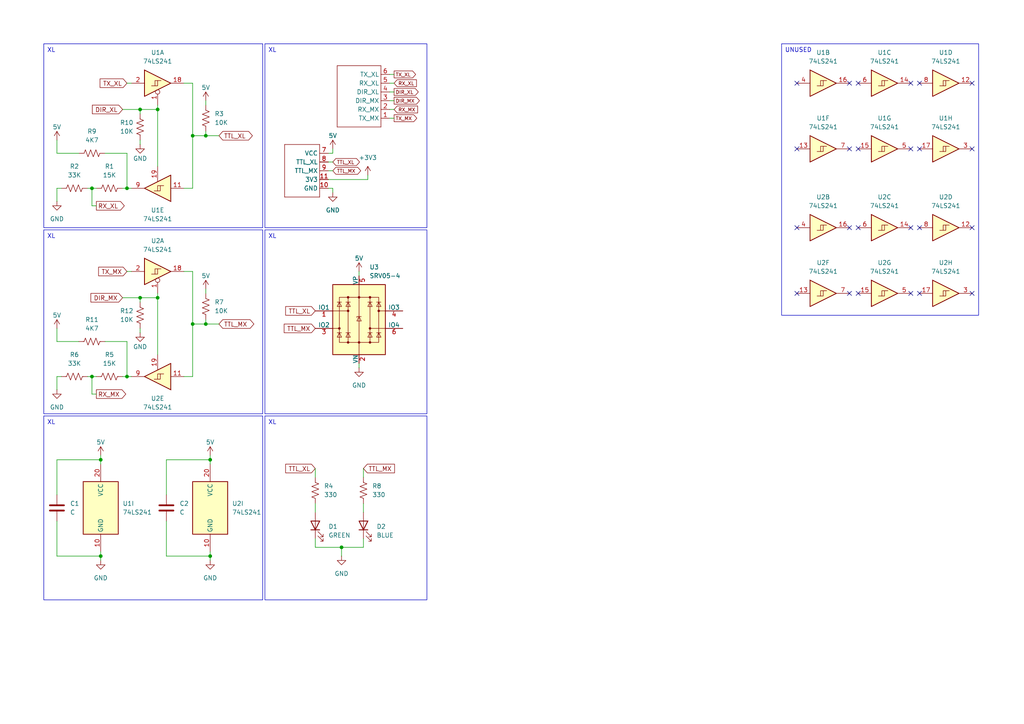
<source format=kicad_sch>
(kicad_sch
	(version 20231120)
	(generator "eeschema")
	(generator_version "8.0")
	(uuid "44c3934e-7029-4312-b2a4-47147618782b")
	(paper "A4")
	(lib_symbols
		(symbol "74xx:74LS241_Split"
			(exclude_from_sim no)
			(in_bom yes)
			(on_board yes)
			(property "Reference" "U"
				(at 0 1.27 0)
				(effects
					(font
						(size 1.27 1.27)
					)
				)
			)
			(property "Value" "74LS241_Split"
				(at 0 -1.27 0)
				(effects
					(font
						(size 1.27 1.27)
					)
				)
			)
			(property "Footprint" ""
				(at 0 0 0)
				(effects
					(font
						(size 1.27 1.27)
					)
					(hide yes)
				)
			)
			(property "Datasheet" "http://www.ti.com/lit/ds/symlink/sn74ls241.pdf"
				(at 0 0 0)
				(effects
					(font
						(size 1.27 1.27)
					)
					(hide yes)
				)
			)
			(property "Description" "Octal Buffer and Line Driver With 3-State Output, complementary enables, non-inverting outputs, split symbol"
				(at 0 0 0)
				(effects
					(font
						(size 1.27 1.27)
					)
					(hide yes)
				)
			)
			(property "ki_locked" ""
				(at 0 0 0)
				(effects
					(font
						(size 1.27 1.27)
					)
				)
			)
			(property "ki_keywords" "7400 logic ttl low power schottky"
				(at 0 0 0)
				(effects
					(font
						(size 1.27 1.27)
					)
					(hide yes)
				)
			)
			(property "ki_fp_filters" "DIP*W7.62mm* SOIC*7.5x12.8mm*P1.27mm* *SSOP*5.3x7.2mm*P0.65mm*"
				(at 0 0 0)
				(effects
					(font
						(size 1.27 1.27)
					)
					(hide yes)
				)
			)
			(symbol "74LS241_Split_1_0"
				(polyline
					(pts
						(xy -3.81 3.81) (xy -3.81 -3.81) (xy 3.81 0) (xy -3.81 3.81)
					)
					(stroke
						(width 0.254)
						(type default)
					)
					(fill
						(type background)
					)
				)
				(pin input inverted
					(at 0 -6.35 90)
					(length 4.445)
					(name "~"
						(effects
							(font
								(size 1.27 1.27)
							)
						)
					)
					(number "1"
						(effects
							(font
								(size 1.27 1.27)
							)
						)
					)
				)
				(pin tri_state line
					(at 7.62 0 180)
					(length 3.81)
					(name "~"
						(effects
							(font
								(size 1.27 1.27)
							)
						)
					)
					(number "18"
						(effects
							(font
								(size 1.27 1.27)
							)
						)
					)
				)
				(pin input line
					(at -7.62 0 0)
					(length 3.81)
					(name "~"
						(effects
							(font
								(size 1.27 1.27)
							)
						)
					)
					(number "2"
						(effects
							(font
								(size 1.27 1.27)
							)
						)
					)
				)
			)
			(symbol "74LS241_Split_1_1"
				(polyline
					(pts
						(xy 0 0.762) (xy 0 -0.762) (xy -1.778 -0.762)
					)
					(stroke
						(width 0)
						(type default)
					)
					(fill
						(type none)
					)
				)
				(polyline
					(pts
						(xy 1.016 0.762) (xy -0.762 0.762) (xy -0.762 -0.762)
					)
					(stroke
						(width 0)
						(type default)
					)
					(fill
						(type none)
					)
				)
			)
			(symbol "74LS241_Split_2_0"
				(polyline
					(pts
						(xy -3.81 3.81) (xy -3.81 -3.81) (xy 3.81 0) (xy -3.81 3.81)
					)
					(stroke
						(width 0.254)
						(type default)
					)
					(fill
						(type background)
					)
				)
				(pin tri_state line
					(at 7.62 0 180)
					(length 3.81)
					(name "~"
						(effects
							(font
								(size 1.27 1.27)
							)
						)
					)
					(number "16"
						(effects
							(font
								(size 1.27 1.27)
							)
						)
					)
				)
				(pin input line
					(at -7.62 0 0)
					(length 3.81)
					(name "~"
						(effects
							(font
								(size 1.27 1.27)
							)
						)
					)
					(number "4"
						(effects
							(font
								(size 1.27 1.27)
							)
						)
					)
				)
			)
			(symbol "74LS241_Split_2_1"
				(polyline
					(pts
						(xy 0 0.762) (xy 0 -0.762) (xy -1.778 -0.762)
					)
					(stroke
						(width 0)
						(type default)
					)
					(fill
						(type none)
					)
				)
				(polyline
					(pts
						(xy 1.016 0.762) (xy -0.762 0.762) (xy -0.762 -0.762)
					)
					(stroke
						(width 0)
						(type default)
					)
					(fill
						(type none)
					)
				)
			)
			(symbol "74LS241_Split_3_0"
				(polyline
					(pts
						(xy -3.81 3.81) (xy -3.81 -3.81) (xy 3.81 0) (xy -3.81 3.81)
					)
					(stroke
						(width 0.254)
						(type default)
					)
					(fill
						(type background)
					)
				)
				(pin tri_state line
					(at 7.62 0 180)
					(length 3.81)
					(name "~"
						(effects
							(font
								(size 1.27 1.27)
							)
						)
					)
					(number "14"
						(effects
							(font
								(size 1.27 1.27)
							)
						)
					)
				)
				(pin input line
					(at -7.62 0 0)
					(length 3.81)
					(name "~"
						(effects
							(font
								(size 1.27 1.27)
							)
						)
					)
					(number "6"
						(effects
							(font
								(size 1.27 1.27)
							)
						)
					)
				)
			)
			(symbol "74LS241_Split_3_1"
				(polyline
					(pts
						(xy 0 0.762) (xy 0 -0.762) (xy -1.778 -0.762)
					)
					(stroke
						(width 0)
						(type default)
					)
					(fill
						(type none)
					)
				)
				(polyline
					(pts
						(xy 1.016 0.762) (xy -0.762 0.762) (xy -0.762 -0.762)
					)
					(stroke
						(width 0)
						(type default)
					)
					(fill
						(type none)
					)
				)
			)
			(symbol "74LS241_Split_4_0"
				(polyline
					(pts
						(xy -3.81 3.81) (xy -3.81 -3.81) (xy 3.81 0) (xy -3.81 3.81)
					)
					(stroke
						(width 0.254)
						(type default)
					)
					(fill
						(type background)
					)
				)
				(pin tri_state line
					(at 7.62 0 180)
					(length 3.81)
					(name "~"
						(effects
							(font
								(size 1.27 1.27)
							)
						)
					)
					(number "12"
						(effects
							(font
								(size 1.27 1.27)
							)
						)
					)
				)
				(pin input line
					(at -7.62 0 0)
					(length 3.81)
					(name "~"
						(effects
							(font
								(size 1.27 1.27)
							)
						)
					)
					(number "8"
						(effects
							(font
								(size 1.27 1.27)
							)
						)
					)
				)
			)
			(symbol "74LS241_Split_4_1"
				(polyline
					(pts
						(xy 0 0.762) (xy 0 -0.762) (xy -1.778 -0.762)
					)
					(stroke
						(width 0)
						(type default)
					)
					(fill
						(type none)
					)
				)
				(polyline
					(pts
						(xy 1.016 0.762) (xy -0.762 0.762) (xy -0.762 -0.762)
					)
					(stroke
						(width 0)
						(type default)
					)
					(fill
						(type none)
					)
				)
			)
			(symbol "74LS241_Split_5_0"
				(polyline
					(pts
						(xy -3.81 3.81) (xy -3.81 -3.81) (xy 3.81 0) (xy -3.81 3.81)
					)
					(stroke
						(width 0.254)
						(type default)
					)
					(fill
						(type background)
					)
				)
				(pin input line
					(at -7.62 0 0)
					(length 3.81)
					(name "~"
						(effects
							(font
								(size 1.27 1.27)
							)
						)
					)
					(number "11"
						(effects
							(font
								(size 1.27 1.27)
							)
						)
					)
				)
				(pin input line
					(at 0 -6.35 90)
					(length 4.445)
					(name "~"
						(effects
							(font
								(size 1.27 1.27)
							)
						)
					)
					(number "19"
						(effects
							(font
								(size 1.27 1.27)
							)
						)
					)
				)
				(pin tri_state line
					(at 7.62 0 180)
					(length 3.81)
					(name "~"
						(effects
							(font
								(size 1.27 1.27)
							)
						)
					)
					(number "9"
						(effects
							(font
								(size 1.27 1.27)
							)
						)
					)
				)
			)
			(symbol "74LS241_Split_5_1"
				(polyline
					(pts
						(xy 0 0.762) (xy 0 -0.762) (xy -1.778 -0.762)
					)
					(stroke
						(width 0)
						(type default)
					)
					(fill
						(type none)
					)
				)
				(polyline
					(pts
						(xy 1.016 0.762) (xy -0.762 0.762) (xy -0.762 -0.762)
					)
					(stroke
						(width 0)
						(type default)
					)
					(fill
						(type none)
					)
				)
			)
			(symbol "74LS241_Split_6_0"
				(polyline
					(pts
						(xy -3.81 3.81) (xy -3.81 -3.81) (xy 3.81 0) (xy -3.81 3.81)
					)
					(stroke
						(width 0.254)
						(type default)
					)
					(fill
						(type background)
					)
				)
				(pin input line
					(at -7.62 0 0)
					(length 3.81)
					(name "~"
						(effects
							(font
								(size 1.27 1.27)
							)
						)
					)
					(number "13"
						(effects
							(font
								(size 1.27 1.27)
							)
						)
					)
				)
				(pin tri_state line
					(at 7.62 0 180)
					(length 3.81)
					(name "~"
						(effects
							(font
								(size 1.27 1.27)
							)
						)
					)
					(number "7"
						(effects
							(font
								(size 1.27 1.27)
							)
						)
					)
				)
			)
			(symbol "74LS241_Split_6_1"
				(polyline
					(pts
						(xy 0 0.762) (xy 0 -0.762) (xy -1.778 -0.762)
					)
					(stroke
						(width 0)
						(type default)
					)
					(fill
						(type none)
					)
				)
				(polyline
					(pts
						(xy 1.016 0.762) (xy -0.762 0.762) (xy -0.762 -0.762)
					)
					(stroke
						(width 0)
						(type default)
					)
					(fill
						(type none)
					)
				)
			)
			(symbol "74LS241_Split_7_0"
				(polyline
					(pts
						(xy -3.81 3.81) (xy -3.81 -3.81) (xy 3.81 0) (xy -3.81 3.81)
					)
					(stroke
						(width 0.254)
						(type default)
					)
					(fill
						(type background)
					)
				)
				(pin input line
					(at -7.62 0 0)
					(length 3.81)
					(name "~"
						(effects
							(font
								(size 1.27 1.27)
							)
						)
					)
					(number "15"
						(effects
							(font
								(size 1.27 1.27)
							)
						)
					)
				)
				(pin tri_state line
					(at 7.62 0 180)
					(length 3.81)
					(name "~"
						(effects
							(font
								(size 1.27 1.27)
							)
						)
					)
					(number "5"
						(effects
							(font
								(size 1.27 1.27)
							)
						)
					)
				)
			)
			(symbol "74LS241_Split_7_1"
				(polyline
					(pts
						(xy 0 0.762) (xy 0 -0.762) (xy -1.778 -0.762)
					)
					(stroke
						(width 0)
						(type default)
					)
					(fill
						(type none)
					)
				)
				(polyline
					(pts
						(xy 1.016 0.762) (xy -0.762 0.762) (xy -0.762 -0.762)
					)
					(stroke
						(width 0)
						(type default)
					)
					(fill
						(type none)
					)
				)
			)
			(symbol "74LS241_Split_8_0"
				(polyline
					(pts
						(xy -3.81 3.81) (xy -3.81 -3.81) (xy 3.81 0) (xy -3.81 3.81)
					)
					(stroke
						(width 0.254)
						(type default)
					)
					(fill
						(type background)
					)
				)
				(pin input line
					(at -7.62 0 0)
					(length 3.81)
					(name "~"
						(effects
							(font
								(size 1.27 1.27)
							)
						)
					)
					(number "17"
						(effects
							(font
								(size 1.27 1.27)
							)
						)
					)
				)
				(pin tri_state line
					(at 7.62 0 180)
					(length 3.81)
					(name "~"
						(effects
							(font
								(size 1.27 1.27)
							)
						)
					)
					(number "3"
						(effects
							(font
								(size 1.27 1.27)
							)
						)
					)
				)
			)
			(symbol "74LS241_Split_8_1"
				(polyline
					(pts
						(xy 0 0.762) (xy 0 -0.762) (xy -1.778 -0.762)
					)
					(stroke
						(width 0)
						(type default)
					)
					(fill
						(type none)
					)
				)
				(polyline
					(pts
						(xy 1.016 0.762) (xy -0.762 0.762) (xy -0.762 -0.762)
					)
					(stroke
						(width 0)
						(type default)
					)
					(fill
						(type none)
					)
				)
			)
			(symbol "74LS241_Split_9_0"
				(pin power_in line
					(at 0 -12.7 90)
					(length 5.08)
					(name "GND"
						(effects
							(font
								(size 1.27 1.27)
							)
						)
					)
					(number "10"
						(effects
							(font
								(size 1.27 1.27)
							)
						)
					)
				)
				(pin power_in line
					(at 0 12.7 270)
					(length 5.08)
					(name "VCC"
						(effects
							(font
								(size 1.27 1.27)
							)
						)
					)
					(number "20"
						(effects
							(font
								(size 1.27 1.27)
							)
						)
					)
				)
			)
			(symbol "74LS241_Split_9_1"
				(rectangle
					(start -5.08 7.62)
					(end 5.08 -7.62)
					(stroke
						(width 0.254)
						(type default)
					)
					(fill
						(type background)
					)
				)
			)
		)
		(symbol "Device:C"
			(pin_numbers hide)
			(pin_names
				(offset 0.254)
			)
			(exclude_from_sim no)
			(in_bom yes)
			(on_board yes)
			(property "Reference" "C"
				(at 0.635 2.54 0)
				(effects
					(font
						(size 1.27 1.27)
					)
					(justify left)
				)
			)
			(property "Value" "C"
				(at 0.635 -2.54 0)
				(effects
					(font
						(size 1.27 1.27)
					)
					(justify left)
				)
			)
			(property "Footprint" ""
				(at 0.9652 -3.81 0)
				(effects
					(font
						(size 1.27 1.27)
					)
					(hide yes)
				)
			)
			(property "Datasheet" "~"
				(at 0 0 0)
				(effects
					(font
						(size 1.27 1.27)
					)
					(hide yes)
				)
			)
			(property "Description" "Unpolarized capacitor"
				(at 0 0 0)
				(effects
					(font
						(size 1.27 1.27)
					)
					(hide yes)
				)
			)
			(property "ki_keywords" "cap capacitor"
				(at 0 0 0)
				(effects
					(font
						(size 1.27 1.27)
					)
					(hide yes)
				)
			)
			(property "ki_fp_filters" "C_*"
				(at 0 0 0)
				(effects
					(font
						(size 1.27 1.27)
					)
					(hide yes)
				)
			)
			(symbol "C_0_1"
				(polyline
					(pts
						(xy -2.032 -0.762) (xy 2.032 -0.762)
					)
					(stroke
						(width 0.508)
						(type default)
					)
					(fill
						(type none)
					)
				)
				(polyline
					(pts
						(xy -2.032 0.762) (xy 2.032 0.762)
					)
					(stroke
						(width 0.508)
						(type default)
					)
					(fill
						(type none)
					)
				)
			)
			(symbol "C_1_1"
				(pin passive line
					(at 0 3.81 270)
					(length 2.794)
					(name "~"
						(effects
							(font
								(size 1.27 1.27)
							)
						)
					)
					(number "1"
						(effects
							(font
								(size 1.27 1.27)
							)
						)
					)
				)
				(pin passive line
					(at 0 -3.81 90)
					(length 2.794)
					(name "~"
						(effects
							(font
								(size 1.27 1.27)
							)
						)
					)
					(number "2"
						(effects
							(font
								(size 1.27 1.27)
							)
						)
					)
				)
			)
		)
		(symbol "Device:LED"
			(pin_numbers hide)
			(pin_names
				(offset 1.016) hide)
			(exclude_from_sim no)
			(in_bom yes)
			(on_board yes)
			(property "Reference" "D"
				(at 0 2.54 0)
				(effects
					(font
						(size 1.27 1.27)
					)
				)
			)
			(property "Value" "LED"
				(at 0 -2.54 0)
				(effects
					(font
						(size 1.27 1.27)
					)
				)
			)
			(property "Footprint" ""
				(at 0 0 0)
				(effects
					(font
						(size 1.27 1.27)
					)
					(hide yes)
				)
			)
			(property "Datasheet" "~"
				(at 0 0 0)
				(effects
					(font
						(size 1.27 1.27)
					)
					(hide yes)
				)
			)
			(property "Description" "Light emitting diode"
				(at 0 0 0)
				(effects
					(font
						(size 1.27 1.27)
					)
					(hide yes)
				)
			)
			(property "ki_keywords" "LED diode"
				(at 0 0 0)
				(effects
					(font
						(size 1.27 1.27)
					)
					(hide yes)
				)
			)
			(property "ki_fp_filters" "LED* LED_SMD:* LED_THT:*"
				(at 0 0 0)
				(effects
					(font
						(size 1.27 1.27)
					)
					(hide yes)
				)
			)
			(symbol "LED_0_1"
				(polyline
					(pts
						(xy -1.27 -1.27) (xy -1.27 1.27)
					)
					(stroke
						(width 0.254)
						(type default)
					)
					(fill
						(type none)
					)
				)
				(polyline
					(pts
						(xy -1.27 0) (xy 1.27 0)
					)
					(stroke
						(width 0)
						(type default)
					)
					(fill
						(type none)
					)
				)
				(polyline
					(pts
						(xy 1.27 -1.27) (xy 1.27 1.27) (xy -1.27 0) (xy 1.27 -1.27)
					)
					(stroke
						(width 0.254)
						(type default)
					)
					(fill
						(type none)
					)
				)
				(polyline
					(pts
						(xy -3.048 -0.762) (xy -4.572 -2.286) (xy -3.81 -2.286) (xy -4.572 -2.286) (xy -4.572 -1.524)
					)
					(stroke
						(width 0)
						(type default)
					)
					(fill
						(type none)
					)
				)
				(polyline
					(pts
						(xy -1.778 -0.762) (xy -3.302 -2.286) (xy -2.54 -2.286) (xy -3.302 -2.286) (xy -3.302 -1.524)
					)
					(stroke
						(width 0)
						(type default)
					)
					(fill
						(type none)
					)
				)
			)
			(symbol "LED_1_1"
				(pin passive line
					(at -3.81 0 0)
					(length 2.54)
					(name "K"
						(effects
							(font
								(size 1.27 1.27)
							)
						)
					)
					(number "1"
						(effects
							(font
								(size 1.27 1.27)
							)
						)
					)
				)
				(pin passive line
					(at 3.81 0 180)
					(length 2.54)
					(name "A"
						(effects
							(font
								(size 1.27 1.27)
							)
						)
					)
					(number "2"
						(effects
							(font
								(size 1.27 1.27)
							)
						)
					)
				)
			)
		)
		(symbol "Device:R_US"
			(pin_numbers hide)
			(pin_names
				(offset 0)
			)
			(exclude_from_sim no)
			(in_bom yes)
			(on_board yes)
			(property "Reference" "R"
				(at 2.54 0 90)
				(effects
					(font
						(size 1.27 1.27)
					)
				)
			)
			(property "Value" "R_US"
				(at -2.54 0 90)
				(effects
					(font
						(size 1.27 1.27)
					)
				)
			)
			(property "Footprint" ""
				(at 1.016 -0.254 90)
				(effects
					(font
						(size 1.27 1.27)
					)
					(hide yes)
				)
			)
			(property "Datasheet" "~"
				(at 0 0 0)
				(effects
					(font
						(size 1.27 1.27)
					)
					(hide yes)
				)
			)
			(property "Description" "Resistor, US symbol"
				(at 0 0 0)
				(effects
					(font
						(size 1.27 1.27)
					)
					(hide yes)
				)
			)
			(property "ki_keywords" "R res resistor"
				(at 0 0 0)
				(effects
					(font
						(size 1.27 1.27)
					)
					(hide yes)
				)
			)
			(property "ki_fp_filters" "R_*"
				(at 0 0 0)
				(effects
					(font
						(size 1.27 1.27)
					)
					(hide yes)
				)
			)
			(symbol "R_US_0_1"
				(polyline
					(pts
						(xy 0 -2.286) (xy 0 -2.54)
					)
					(stroke
						(width 0)
						(type default)
					)
					(fill
						(type none)
					)
				)
				(polyline
					(pts
						(xy 0 2.286) (xy 0 2.54)
					)
					(stroke
						(width 0)
						(type default)
					)
					(fill
						(type none)
					)
				)
				(polyline
					(pts
						(xy 0 -0.762) (xy 1.016 -1.143) (xy 0 -1.524) (xy -1.016 -1.905) (xy 0 -2.286)
					)
					(stroke
						(width 0)
						(type default)
					)
					(fill
						(type none)
					)
				)
				(polyline
					(pts
						(xy 0 0.762) (xy 1.016 0.381) (xy 0 0) (xy -1.016 -0.381) (xy 0 -0.762)
					)
					(stroke
						(width 0)
						(type default)
					)
					(fill
						(type none)
					)
				)
				(polyline
					(pts
						(xy 0 2.286) (xy 1.016 1.905) (xy 0 1.524) (xy -1.016 1.143) (xy 0 0.762)
					)
					(stroke
						(width 0)
						(type default)
					)
					(fill
						(type none)
					)
				)
			)
			(symbol "R_US_1_1"
				(pin passive line
					(at 0 3.81 270)
					(length 1.27)
					(name "~"
						(effects
							(font
								(size 1.27 1.27)
							)
						)
					)
					(number "1"
						(effects
							(font
								(size 1.27 1.27)
							)
						)
					)
				)
				(pin passive line
					(at 0 -3.81 90)
					(length 1.27)
					(name "~"
						(effects
							(font
								(size 1.27 1.27)
							)
						)
					)
					(number "2"
						(effects
							(font
								(size 1.27 1.27)
							)
						)
					)
				)
			)
		)
		(symbol "Power_Protection:SRV05-4"
			(pin_names
				(offset 0)
			)
			(exclude_from_sim no)
			(in_bom yes)
			(on_board yes)
			(property "Reference" "U"
				(at -5.08 11.43 0)
				(effects
					(font
						(size 1.27 1.27)
					)
					(justify right)
				)
			)
			(property "Value" "SRV05-4"
				(at 2.54 11.43 0)
				(effects
					(font
						(size 1.27 1.27)
					)
					(justify left)
				)
			)
			(property "Footprint" "Package_TO_SOT_SMD:SOT-23-6"
				(at 17.78 -11.43 0)
				(effects
					(font
						(size 1.27 1.27)
					)
					(hide yes)
				)
			)
			(property "Datasheet" "http://www.onsemi.com/pub/Collateral/SRV05-4-D.PDF"
				(at 0 0 0)
				(effects
					(font
						(size 1.27 1.27)
					)
					(hide yes)
				)
			)
			(property "Description" "ESD Protection Diodes with Low Clamping Voltage, SOT-23-6"
				(at 0 0 0)
				(effects
					(font
						(size 1.27 1.27)
					)
					(hide yes)
				)
			)
			(property "ki_keywords" "ESD protection diodes"
				(at 0 0 0)
				(effects
					(font
						(size 1.27 1.27)
					)
					(hide yes)
				)
			)
			(property "ki_fp_filters" "SOT?23*"
				(at 0 0 0)
				(effects
					(font
						(size 1.27 1.27)
					)
					(hide yes)
				)
			)
			(symbol "SRV05-4_0_0"
				(rectangle
					(start -5.715 6.477)
					(end 5.715 -6.604)
					(stroke
						(width 0)
						(type default)
					)
					(fill
						(type none)
					)
				)
				(polyline
					(pts
						(xy -3.175 -6.604) (xy -3.175 6.477)
					)
					(stroke
						(width 0)
						(type default)
					)
					(fill
						(type none)
					)
				)
				(polyline
					(pts
						(xy 3.175 6.477) (xy 3.175 -6.604)
					)
					(stroke
						(width 0)
						(type default)
					)
					(fill
						(type none)
					)
				)
			)
			(symbol "SRV05-4_0_1"
				(rectangle
					(start -7.62 10.16)
					(end 7.62 -10.16)
					(stroke
						(width 0.254)
						(type default)
					)
					(fill
						(type background)
					)
				)
				(circle
					(center -5.715 -2.54)
					(radius 0.2794)
					(stroke
						(width 0)
						(type default)
					)
					(fill
						(type outline)
					)
				)
				(circle
					(center -3.175 -6.604)
					(radius 0.2794)
					(stroke
						(width 0)
						(type default)
					)
					(fill
						(type outline)
					)
				)
				(circle
					(center -3.175 2.54)
					(radius 0.2794)
					(stroke
						(width 0)
						(type default)
					)
					(fill
						(type outline)
					)
				)
				(circle
					(center -3.175 6.477)
					(radius 0.2794)
					(stroke
						(width 0)
						(type default)
					)
					(fill
						(type outline)
					)
				)
				(circle
					(center 0 -6.604)
					(radius 0.2794)
					(stroke
						(width 0)
						(type default)
					)
					(fill
						(type outline)
					)
				)
				(polyline
					(pts
						(xy -7.747 2.54) (xy -3.175 2.54)
					)
					(stroke
						(width 0)
						(type default)
					)
					(fill
						(type none)
					)
				)
				(polyline
					(pts
						(xy -7.62 -2.54) (xy -5.715 -2.54)
					)
					(stroke
						(width 0)
						(type default)
					)
					(fill
						(type none)
					)
				)
				(polyline
					(pts
						(xy -5.08 -3.81) (xy -6.35 -3.81)
					)
					(stroke
						(width 0)
						(type default)
					)
					(fill
						(type none)
					)
				)
				(polyline
					(pts
						(xy -5.08 5.08) (xy -6.35 5.08)
					)
					(stroke
						(width 0)
						(type default)
					)
					(fill
						(type none)
					)
				)
				(polyline
					(pts
						(xy -2.54 -3.81) (xy -3.81 -3.81)
					)
					(stroke
						(width 0)
						(type default)
					)
					(fill
						(type none)
					)
				)
				(polyline
					(pts
						(xy -2.54 5.08) (xy -3.81 5.08)
					)
					(stroke
						(width 0)
						(type default)
					)
					(fill
						(type none)
					)
				)
				(polyline
					(pts
						(xy 0 10.16) (xy 0 -10.16)
					)
					(stroke
						(width 0)
						(type default)
					)
					(fill
						(type none)
					)
				)
				(polyline
					(pts
						(xy 3.81 -3.81) (xy 2.54 -3.81)
					)
					(stroke
						(width 0)
						(type default)
					)
					(fill
						(type none)
					)
				)
				(polyline
					(pts
						(xy 3.81 5.08) (xy 2.54 5.08)
					)
					(stroke
						(width 0)
						(type default)
					)
					(fill
						(type none)
					)
				)
				(polyline
					(pts
						(xy 6.35 -3.81) (xy 5.08 -3.81)
					)
					(stroke
						(width 0)
						(type default)
					)
					(fill
						(type none)
					)
				)
				(polyline
					(pts
						(xy 6.35 5.08) (xy 5.08 5.08)
					)
					(stroke
						(width 0)
						(type default)
					)
					(fill
						(type none)
					)
				)
				(polyline
					(pts
						(xy 7.62 -2.54) (xy 3.175 -2.54)
					)
					(stroke
						(width 0)
						(type default)
					)
					(fill
						(type none)
					)
				)
				(polyline
					(pts
						(xy 7.62 2.54) (xy 5.715 2.54)
					)
					(stroke
						(width 0)
						(type default)
					)
					(fill
						(type none)
					)
				)
				(polyline
					(pts
						(xy 0.635 0.889) (xy -0.635 0.889) (xy -0.635 0.635)
					)
					(stroke
						(width 0)
						(type default)
					)
					(fill
						(type none)
					)
				)
				(polyline
					(pts
						(xy -5.08 -5.08) (xy -6.35 -5.08) (xy -5.715 -3.81) (xy -5.08 -5.08)
					)
					(stroke
						(width 0)
						(type default)
					)
					(fill
						(type none)
					)
				)
				(polyline
					(pts
						(xy -5.08 3.81) (xy -6.35 3.81) (xy -5.715 5.08) (xy -5.08 3.81)
					)
					(stroke
						(width 0)
						(type default)
					)
					(fill
						(type none)
					)
				)
				(polyline
					(pts
						(xy -2.54 -5.08) (xy -3.81 -5.08) (xy -3.175 -3.81) (xy -2.54 -5.08)
					)
					(stroke
						(width 0)
						(type default)
					)
					(fill
						(type none)
					)
				)
				(polyline
					(pts
						(xy -2.54 3.81) (xy -3.81 3.81) (xy -3.175 5.08) (xy -2.54 3.81)
					)
					(stroke
						(width 0)
						(type default)
					)
					(fill
						(type none)
					)
				)
				(polyline
					(pts
						(xy 0.635 -0.381) (xy -0.635 -0.381) (xy 0 0.889) (xy 0.635 -0.381)
					)
					(stroke
						(width 0)
						(type default)
					)
					(fill
						(type none)
					)
				)
				(polyline
					(pts
						(xy 3.81 -5.08) (xy 2.54 -5.08) (xy 3.175 -3.81) (xy 3.81 -5.08)
					)
					(stroke
						(width 0)
						(type default)
					)
					(fill
						(type none)
					)
				)
				(polyline
					(pts
						(xy 3.81 3.81) (xy 2.54 3.81) (xy 3.175 5.08) (xy 3.81 3.81)
					)
					(stroke
						(width 0)
						(type default)
					)
					(fill
						(type none)
					)
				)
				(polyline
					(pts
						(xy 6.35 -5.08) (xy 5.08 -5.08) (xy 5.715 -3.81) (xy 6.35 -5.08)
					)
					(stroke
						(width 0)
						(type default)
					)
					(fill
						(type none)
					)
				)
				(polyline
					(pts
						(xy 6.35 3.81) (xy 5.08 3.81) (xy 5.715 5.08) (xy 6.35 3.81)
					)
					(stroke
						(width 0)
						(type default)
					)
					(fill
						(type none)
					)
				)
				(circle
					(center 0 6.477)
					(radius 0.2794)
					(stroke
						(width 0)
						(type default)
					)
					(fill
						(type outline)
					)
				)
				(circle
					(center 3.175 -6.604)
					(radius 0.2794)
					(stroke
						(width 0)
						(type default)
					)
					(fill
						(type outline)
					)
				)
				(circle
					(center 3.175 -2.54)
					(radius 0.2794)
					(stroke
						(width 0)
						(type default)
					)
					(fill
						(type outline)
					)
				)
				(circle
					(center 3.175 6.477)
					(radius 0.2794)
					(stroke
						(width 0)
						(type default)
					)
					(fill
						(type outline)
					)
				)
				(circle
					(center 5.715 2.54)
					(radius 0.2794)
					(stroke
						(width 0)
						(type default)
					)
					(fill
						(type outline)
					)
				)
			)
			(symbol "SRV05-4_1_1"
				(pin passive line
					(at -12.7 2.54 0)
					(length 5.08)
					(name "IO1"
						(effects
							(font
								(size 1.27 1.27)
							)
						)
					)
					(number "1"
						(effects
							(font
								(size 1.27 1.27)
							)
						)
					)
				)
				(pin passive line
					(at 0 -12.7 90)
					(length 2.54)
					(name "VN"
						(effects
							(font
								(size 1.27 1.27)
							)
						)
					)
					(number "2"
						(effects
							(font
								(size 1.27 1.27)
							)
						)
					)
				)
				(pin passive line
					(at -12.7 -2.54 0)
					(length 5.08)
					(name "IO2"
						(effects
							(font
								(size 1.27 1.27)
							)
						)
					)
					(number "3"
						(effects
							(font
								(size 1.27 1.27)
							)
						)
					)
				)
				(pin passive line
					(at 12.7 2.54 180)
					(length 5.08)
					(name "IO3"
						(effects
							(font
								(size 1.27 1.27)
							)
						)
					)
					(number "4"
						(effects
							(font
								(size 1.27 1.27)
							)
						)
					)
				)
				(pin passive line
					(at 0 12.7 270)
					(length 2.54)
					(name "VP"
						(effects
							(font
								(size 1.27 1.27)
							)
						)
					)
					(number "5"
						(effects
							(font
								(size 1.27 1.27)
							)
						)
					)
				)
				(pin passive line
					(at 12.7 -2.54 180)
					(length 5.08)
					(name "IO4"
						(effects
							(font
								(size 1.27 1.27)
							)
						)
					)
					(number "6"
						(effects
							(font
								(size 1.27 1.27)
							)
						)
					)
				)
			)
		)
		(symbol "SparkFun-PowerSymbol:5V"
			(power)
			(pin_names
				(offset 0)
			)
			(exclude_from_sim no)
			(in_bom yes)
			(on_board yes)
			(property "Reference" "#PWR"
				(at 0 -3.81 0)
				(effects
					(font
						(size 1.27 1.27)
					)
					(hide yes)
				)
			)
			(property "Value" "5V"
				(at 0 3.81 0)
				(do_not_autoplace)
				(effects
					(font
						(size 1.27 1.27)
					)
				)
			)
			(property "Footprint" ""
				(at 0 0 0)
				(effects
					(font
						(size 1.27 1.27)
					)
					(hide yes)
				)
			)
			(property "Datasheet" ""
				(at 0 0 0)
				(effects
					(font
						(size 1.27 1.27)
					)
					(hide yes)
				)
			)
			(property "Description" "Power symbol creates a global label with name \"5V\""
				(at 0 0 0)
				(effects
					(font
						(size 1.27 1.27)
					)
					(hide yes)
				)
			)
			(property "ki_keywords" "SparkFun global power"
				(at 0 0 0)
				(effects
					(font
						(size 1.27 1.27)
					)
					(hide yes)
				)
			)
			(symbol "5V_0_1"
				(polyline
					(pts
						(xy -0.762 1.27) (xy 0 2.54)
					)
					(stroke
						(width 0)
						(type default)
					)
					(fill
						(type none)
					)
				)
				(polyline
					(pts
						(xy 0 0) (xy 0 2.54)
					)
					(stroke
						(width 0)
						(type default)
					)
					(fill
						(type none)
					)
				)
				(polyline
					(pts
						(xy 0 2.54) (xy 0.762 1.27)
					)
					(stroke
						(width 0)
						(type default)
					)
					(fill
						(type none)
					)
				)
			)
			(symbol "5V_1_1"
				(pin power_in line
					(at 0 0 90)
					(length 0) hide
					(name "5V"
						(effects
							(font
								(size 1.27 1.27)
							)
						)
					)
					(number "1"
						(effects
							(font
								(size 1.27 1.27)
							)
						)
					)
				)
			)
		)
		(symbol "power:+3V3"
			(power)
			(pin_numbers hide)
			(pin_names
				(offset 0) hide)
			(exclude_from_sim no)
			(in_bom yes)
			(on_board yes)
			(property "Reference" "#PWR"
				(at 0 -3.81 0)
				(effects
					(font
						(size 1.27 1.27)
					)
					(hide yes)
				)
			)
			(property "Value" "+3V3"
				(at 0 3.556 0)
				(effects
					(font
						(size 1.27 1.27)
					)
				)
			)
			(property "Footprint" ""
				(at 0 0 0)
				(effects
					(font
						(size 1.27 1.27)
					)
					(hide yes)
				)
			)
			(property "Datasheet" ""
				(at 0 0 0)
				(effects
					(font
						(size 1.27 1.27)
					)
					(hide yes)
				)
			)
			(property "Description" "Power symbol creates a global label with name \"+3V3\""
				(at 0 0 0)
				(effects
					(font
						(size 1.27 1.27)
					)
					(hide yes)
				)
			)
			(property "ki_keywords" "global power"
				(at 0 0 0)
				(effects
					(font
						(size 1.27 1.27)
					)
					(hide yes)
				)
			)
			(symbol "+3V3_0_1"
				(polyline
					(pts
						(xy -0.762 1.27) (xy 0 2.54)
					)
					(stroke
						(width 0)
						(type default)
					)
					(fill
						(type none)
					)
				)
				(polyline
					(pts
						(xy 0 0) (xy 0 2.54)
					)
					(stroke
						(width 0)
						(type default)
					)
					(fill
						(type none)
					)
				)
				(polyline
					(pts
						(xy 0 2.54) (xy 0.762 1.27)
					)
					(stroke
						(width 0)
						(type default)
					)
					(fill
						(type none)
					)
				)
			)
			(symbol "+3V3_1_1"
				(pin power_in line
					(at 0 0 90)
					(length 0)
					(name "~"
						(effects
							(font
								(size 1.27 1.27)
							)
						)
					)
					(number "1"
						(effects
							(font
								(size 1.27 1.27)
							)
						)
					)
				)
			)
		)
		(symbol "power:GND"
			(power)
			(pin_numbers hide)
			(pin_names
				(offset 0) hide)
			(exclude_from_sim no)
			(in_bom yes)
			(on_board yes)
			(property "Reference" "#PWR"
				(at 0 -6.35 0)
				(effects
					(font
						(size 1.27 1.27)
					)
					(hide yes)
				)
			)
			(property "Value" "GND"
				(at 0 -3.81 0)
				(effects
					(font
						(size 1.27 1.27)
					)
				)
			)
			(property "Footprint" ""
				(at 0 0 0)
				(effects
					(font
						(size 1.27 1.27)
					)
					(hide yes)
				)
			)
			(property "Datasheet" ""
				(at 0 0 0)
				(effects
					(font
						(size 1.27 1.27)
					)
					(hide yes)
				)
			)
			(property "Description" "Power symbol creates a global label with name \"GND\" , ground"
				(at 0 0 0)
				(effects
					(font
						(size 1.27 1.27)
					)
					(hide yes)
				)
			)
			(property "ki_keywords" "global power"
				(at 0 0 0)
				(effects
					(font
						(size 1.27 1.27)
					)
					(hide yes)
				)
			)
			(symbol "GND_0_1"
				(polyline
					(pts
						(xy 0 0) (xy 0 -1.27) (xy 1.27 -1.27) (xy 0 -2.54) (xy -1.27 -1.27) (xy 0 -1.27)
					)
					(stroke
						(width 0)
						(type default)
					)
					(fill
						(type none)
					)
				)
			)
			(symbol "GND_1_1"
				(pin power_in line
					(at 0 0 270)
					(length 0)
					(name "~"
						(effects
							(font
								(size 1.27 1.27)
							)
						)
					)
					(number "1"
						(effects
							(font
								(size 1.27 1.27)
							)
						)
					)
				)
			)
		)
		(symbol "transceiver 2.0-eagle-import:TRANSCEIVER_2.0"
			(exclude_from_sim no)
			(in_bom yes)
			(on_board yes)
			(property "Reference" ""
				(at 0 0 0)
				(effects
					(font
						(size 1.27 1.27)
					)
					(hide yes)
				)
			)
			(property "Value" ""
				(at 0 0 0)
				(effects
					(font
						(size 1.27 1.27)
					)
					(hide yes)
				)
			)
			(property "Footprint" "transceiver 2.0:TRANSCEIVER_2.0"
				(at 0 0 0)
				(effects
					(font
						(size 1.27 1.27)
					)
					(hide yes)
				)
			)
			(property "Datasheet" ""
				(at 0 0 0)
				(effects
					(font
						(size 1.27 1.27)
					)
					(hide yes)
				)
			)
			(property "Description" ""
				(at 0 0 0)
				(effects
					(font
						(size 1.27 1.27)
					)
					(hide yes)
				)
			)
			(property "ki_locked" ""
				(at 0 0 0)
				(effects
					(font
						(size 1.27 1.27)
					)
				)
			)
			(symbol "TRANSCEIVER_2.0_1_0"
				(polyline
					(pts
						(xy -7.62 -10.16) (xy -7.62 7.62)
					)
					(stroke
						(width 0.1524)
						(type solid)
					)
					(fill
						(type none)
					)
				)
				(polyline
					(pts
						(xy -7.62 7.62) (xy 5.08 7.62)
					)
					(stroke
						(width 0.1524)
						(type solid)
					)
					(fill
						(type none)
					)
				)
				(polyline
					(pts
						(xy 5.08 -10.16) (xy -7.62 -10.16)
					)
					(stroke
						(width 0.1524)
						(type solid)
					)
					(fill
						(type none)
					)
				)
				(polyline
					(pts
						(xy 5.08 7.62) (xy 5.08 -10.16)
					)
					(stroke
						(width 0.1524)
						(type solid)
					)
					(fill
						(type none)
					)
				)
				(pin bidirectional line
					(at 7.62 -7.62 180)
					(length 2.54)
					(name "TX_MX"
						(effects
							(font
								(size 1.27 1.27)
							)
						)
					)
					(number "1"
						(effects
							(font
								(size 1.27 1.27)
							)
						)
					)
				)
				(pin bidirectional line
					(at 7.62 -5.08 180)
					(length 2.54)
					(name "RX_MX"
						(effects
							(font
								(size 1.27 1.27)
							)
						)
					)
					(number "2"
						(effects
							(font
								(size 1.27 1.27)
							)
						)
					)
				)
				(pin bidirectional line
					(at 7.62 -2.54 180)
					(length 2.54)
					(name "DIR_MX"
						(effects
							(font
								(size 1.27 1.27)
							)
						)
					)
					(number "3"
						(effects
							(font
								(size 1.27 1.27)
							)
						)
					)
				)
				(pin bidirectional line
					(at 7.62 0 180)
					(length 2.54)
					(name "DIR_XL"
						(effects
							(font
								(size 1.27 1.27)
							)
						)
					)
					(number "4"
						(effects
							(font
								(size 1.27 1.27)
							)
						)
					)
				)
				(pin bidirectional line
					(at 7.62 2.54 180)
					(length 2.54)
					(name "RX_XL"
						(effects
							(font
								(size 1.27 1.27)
							)
						)
					)
					(number "5"
						(effects
							(font
								(size 1.27 1.27)
							)
						)
					)
				)
				(pin bidirectional line
					(at 7.62 5.08 180)
					(length 2.54)
					(name "TX_XL"
						(effects
							(font
								(size 1.27 1.27)
							)
						)
					)
					(number "6"
						(effects
							(font
								(size 1.27 1.27)
							)
						)
					)
				)
			)
			(symbol "TRANSCEIVER_2.0_2_0"
				(polyline
					(pts
						(xy -2.54 -5.08) (xy 7.62 -5.08)
					)
					(stroke
						(width 0.1524)
						(type solid)
					)
					(fill
						(type none)
					)
				)
				(polyline
					(pts
						(xy -2.54 10.16) (xy -2.54 -5.08)
					)
					(stroke
						(width 0.1524)
						(type solid)
					)
					(fill
						(type none)
					)
				)
				(polyline
					(pts
						(xy 7.62 -5.08) (xy 7.62 10.16)
					)
					(stroke
						(width 0.1524)
						(type solid)
					)
					(fill
						(type none)
					)
				)
				(polyline
					(pts
						(xy 7.62 10.16) (xy -2.54 10.16)
					)
					(stroke
						(width 0.1524)
						(type solid)
					)
					(fill
						(type none)
					)
				)
				(pin power_in line
					(at 10.16 -2.54 180)
					(length 2.54)
					(name "GND"
						(effects
							(font
								(size 1.27 1.27)
							)
						)
					)
					(number "10"
						(effects
							(font
								(size 1.27 1.27)
							)
						)
					)
				)
				(pin power_in line
					(at 10.16 0 180)
					(length 2.54)
					(name "3V3"
						(effects
							(font
								(size 1.27 1.27)
							)
						)
					)
					(number "11"
						(effects
							(font
								(size 1.27 1.27)
							)
						)
					)
				)
				(pin power_in line
					(at 10.16 7.62 180)
					(length 2.54)
					(name "VCC"
						(effects
							(font
								(size 1.27 1.27)
							)
						)
					)
					(number "7"
						(effects
							(font
								(size 1.27 1.27)
							)
						)
					)
				)
				(pin bidirectional line
					(at 10.16 5.08 180)
					(length 2.54)
					(name "TTL_XL"
						(effects
							(font
								(size 1.27 1.27)
							)
						)
					)
					(number "8"
						(effects
							(font
								(size 1.27 1.27)
							)
						)
					)
				)
				(pin bidirectional line
					(at 10.16 2.54 180)
					(length 2.54)
					(name "TTL_MX"
						(effects
							(font
								(size 1.27 1.27)
							)
						)
					)
					(number "9"
						(effects
							(font
								(size 1.27 1.27)
							)
						)
					)
				)
			)
		)
	)
	(junction
		(at 36.83 109.22)
		(diameter 0)
		(color 0 0 0 0)
		(uuid "0b5fa58f-9072-4421-bcc3-0fde82043666")
	)
	(junction
		(at 55.88 93.98)
		(diameter 0)
		(color 0 0 0 0)
		(uuid "16505cc6-9564-4350-8c08-20deab5af9e7")
	)
	(junction
		(at 26.67 109.22)
		(diameter 0)
		(color 0 0 0 0)
		(uuid "2bdcc1a7-acb2-47a2-b209-5145b01691e3")
	)
	(junction
		(at 45.72 31.75)
		(diameter 0)
		(color 0 0 0 0)
		(uuid "307a71f0-1453-44a2-ae48-39e5ac8df8cd")
	)
	(junction
		(at 40.64 86.36)
		(diameter 0)
		(color 0 0 0 0)
		(uuid "5999c5ec-75c2-4877-824c-1d8fbc367f4d")
	)
	(junction
		(at 99.06 158.75)
		(diameter 0)
		(color 0 0 0 0)
		(uuid "61a946f0-b771-4835-81d8-e2f99d854148")
	)
	(junction
		(at 26.67 54.61)
		(diameter 0)
		(color 0 0 0 0)
		(uuid "70a3dad3-9fda-4f2a-8934-2a555ab48944")
	)
	(junction
		(at 29.21 133.35)
		(diameter 0)
		(color 0 0 0 0)
		(uuid "984ffb69-2e67-4b29-8ac0-b025b77b3547")
	)
	(junction
		(at 59.69 39.37)
		(diameter 0)
		(color 0 0 0 0)
		(uuid "9d559039-5e2f-46e5-b536-b2cea60b88a7")
	)
	(junction
		(at 36.83 54.61)
		(diameter 0)
		(color 0 0 0 0)
		(uuid "a02e7005-71b8-4840-96ab-a60d9d822beb")
	)
	(junction
		(at 55.88 39.37)
		(diameter 0)
		(color 0 0 0 0)
		(uuid "d8779ef8-78b5-403f-b1e3-31e45174579b")
	)
	(junction
		(at 40.64 31.75)
		(diameter 0)
		(color 0 0 0 0)
		(uuid "d97e311e-5fe0-4995-a673-c31290a97a62")
	)
	(junction
		(at 45.72 86.36)
		(diameter 0)
		(color 0 0 0 0)
		(uuid "dd312fa4-7062-437b-90dd-70e499b0a573")
	)
	(junction
		(at 59.69 93.98)
		(diameter 0)
		(color 0 0 0 0)
		(uuid "e327bfda-0b22-40af-9f5b-65d2b44d642b")
	)
	(junction
		(at 29.21 161.29)
		(diameter 0)
		(color 0 0 0 0)
		(uuid "ed6950b5-1de8-478e-9892-acbf553fda48")
	)
	(junction
		(at 60.96 161.29)
		(diameter 0)
		(color 0 0 0 0)
		(uuid "f4001574-781a-4210-ba8f-7a1671f68ab0")
	)
	(junction
		(at 60.96 133.35)
		(diameter 0)
		(color 0 0 0 0)
		(uuid "fc477ec5-c13c-43b7-b36c-4f7da204a210")
	)
	(no_connect
		(at 264.16 85.09)
		(uuid "0801372b-a41a-4cc1-b41c-5d72e358bb9e")
	)
	(no_connect
		(at 281.94 85.09)
		(uuid "0ab723a7-0adc-4cae-8e52-98e05c7d48d3")
	)
	(no_connect
		(at 246.38 85.09)
		(uuid "121901e6-984e-4740-ad9b-da61a119242f")
	)
	(no_connect
		(at 248.92 24.13)
		(uuid "13a95f19-b225-424c-9443-da2d796af427")
	)
	(no_connect
		(at 264.16 66.04)
		(uuid "24a55777-b9ae-4fee-afab-963a20992c49")
	)
	(no_connect
		(at 248.92 66.04)
		(uuid "27a57693-c6d8-4954-a3e0-fdfd6b3e206b")
	)
	(no_connect
		(at 264.16 24.13)
		(uuid "29608d32-f2ff-4860-abfc-4ce2565528be")
	)
	(no_connect
		(at 248.92 43.18)
		(uuid "32a5a68b-c06f-4ade-8175-e07e5f770117")
	)
	(no_connect
		(at 246.38 24.13)
		(uuid "33219888-25a6-486b-86ef-85f5f84fb0dd")
	)
	(no_connect
		(at 266.7 43.18)
		(uuid "37dcb4bb-a3bd-4da1-b901-5f0555da5141")
	)
	(no_connect
		(at 248.92 85.09)
		(uuid "5082eb90-cd29-49dc-8153-703cc9199548")
	)
	(no_connect
		(at 231.14 24.13)
		(uuid "553da429-ed17-468a-9e4b-6ba01655faf5")
	)
	(no_connect
		(at 264.16 43.18)
		(uuid "5cc812f9-3413-46da-ad05-f922946b3279")
	)
	(no_connect
		(at 281.94 43.18)
		(uuid "63f89b58-a9e1-4ea6-8c5e-9855cdd7e3f2")
	)
	(no_connect
		(at 266.7 85.09)
		(uuid "6c236522-6076-42a6-adf0-8f60402b58ac")
	)
	(no_connect
		(at 246.38 66.04)
		(uuid "77886ff6-ed00-4603-96b4-06994fb3cab3")
	)
	(no_connect
		(at 246.38 43.18)
		(uuid "8fbba1eb-60c3-49ee-9f7f-40ec9bdc361f")
	)
	(no_connect
		(at 266.7 24.13)
		(uuid "90d9b573-39da-4384-a3b4-daf0ca6addaa")
	)
	(no_connect
		(at 231.14 85.09)
		(uuid "a1b649f2-2a23-4310-ae7e-e8be3038385e")
	)
	(no_connect
		(at 281.94 24.13)
		(uuid "c803632f-d625-4902-b215-c807c5c9a100")
	)
	(no_connect
		(at 266.7 66.04)
		(uuid "daeae567-fee3-49fe-9bbd-6bc1fdb0abd5")
	)
	(no_connect
		(at 281.94 66.04)
		(uuid "dbd9a183-1348-4c35-9429-951b5b48d608")
	)
	(no_connect
		(at 231.14 43.18)
		(uuid "e2fc098c-0dec-4c51-b54e-c328c0e241d2")
	)
	(no_connect
		(at 231.14 66.04)
		(uuid "f83d24fc-3ab4-4933-8963-2ab52d5ea9c0")
	)
	(wire
		(pts
			(xy 55.88 39.37) (xy 59.69 39.37)
		)
		(stroke
			(width 0)
			(type default)
		)
		(uuid "041bd962-dea2-4865-898f-f311c7996473")
	)
	(wire
		(pts
			(xy 55.88 39.37) (xy 55.88 54.61)
		)
		(stroke
			(width 0)
			(type default)
		)
		(uuid "06637256-faeb-48b6-9377-5b5091339352")
	)
	(wire
		(pts
			(xy 29.21 161.29) (xy 16.51 161.29)
		)
		(stroke
			(width 0)
			(type default)
		)
		(uuid "0672a548-a26a-4f25-917c-3ddfe71bc267")
	)
	(wire
		(pts
			(xy 35.56 31.75) (xy 40.64 31.75)
		)
		(stroke
			(width 0)
			(type default)
		)
		(uuid "0bacbbd6-da71-4a8a-83e8-b301370e02aa")
	)
	(wire
		(pts
			(xy 60.96 132.08) (xy 60.96 133.35)
		)
		(stroke
			(width 0)
			(type default)
		)
		(uuid "0cfc223d-a3de-4648-a26c-751c23a7427f")
	)
	(wire
		(pts
			(xy 29.21 133.35) (xy 29.21 134.62)
		)
		(stroke
			(width 0)
			(type default)
		)
		(uuid "0db0cf43-8d07-4186-b174-6debbaf2b12d")
	)
	(wire
		(pts
			(xy 59.69 29.21) (xy 59.69 30.48)
		)
		(stroke
			(width 0)
			(type default)
		)
		(uuid "12dbd947-d82b-4a4b-ab83-5a87f4be9696")
	)
	(wire
		(pts
			(xy 95.25 52.07) (xy 106.68 52.07)
		)
		(stroke
			(width 0)
			(type default)
		)
		(uuid "157ee2eb-188b-4d67-a5ca-9e6212586fbe")
	)
	(wire
		(pts
			(xy 35.56 54.61) (xy 36.83 54.61)
		)
		(stroke
			(width 0)
			(type default)
		)
		(uuid "165cf028-83a8-4606-b181-39a0982b28a2")
	)
	(wire
		(pts
			(xy 53.34 54.61) (xy 55.88 54.61)
		)
		(stroke
			(width 0)
			(type default)
		)
		(uuid "1977d105-286d-4b52-9c65-7ed7aa5d32a2")
	)
	(wire
		(pts
			(xy 29.21 161.29) (xy 29.21 162.56)
		)
		(stroke
			(width 0)
			(type default)
		)
		(uuid "1f5b2bab-a309-40e1-a386-55a9e4ba57fa")
	)
	(wire
		(pts
			(xy 99.06 158.75) (xy 99.06 161.29)
		)
		(stroke
			(width 0)
			(type default)
		)
		(uuid "2602ec5a-6f9b-48e9-aa1e-3d97bd20b69d")
	)
	(wire
		(pts
			(xy 35.56 86.36) (xy 40.64 86.36)
		)
		(stroke
			(width 0)
			(type default)
		)
		(uuid "2930a8fe-c7be-4e56-b078-19634a911a3e")
	)
	(wire
		(pts
			(xy 113.03 26.67) (xy 114.3 26.67)
		)
		(stroke
			(width 0.1524)
			(type solid)
		)
		(uuid "2ad38130-2eaa-412c-9f97-fc75213a0db7")
	)
	(wire
		(pts
			(xy 91.44 158.75) (xy 99.06 158.75)
		)
		(stroke
			(width 0)
			(type default)
		)
		(uuid "2f18fee5-31d8-4a01-a50b-1ff1f32d46f9")
	)
	(wire
		(pts
			(xy 30.48 44.45) (xy 36.83 44.45)
		)
		(stroke
			(width 0)
			(type default)
		)
		(uuid "2f7dda4d-3bb4-4836-8d63-315618f21bbc")
	)
	(wire
		(pts
			(xy 45.72 85.09) (xy 45.72 86.36)
		)
		(stroke
			(width 0)
			(type default)
		)
		(uuid "3062e8e4-62a3-46da-bd96-a7535b24bc7e")
	)
	(wire
		(pts
			(xy 55.88 24.13) (xy 55.88 39.37)
		)
		(stroke
			(width 0)
			(type default)
		)
		(uuid "35e0b99b-c775-4865-bfaf-c2b40309c9ce")
	)
	(wire
		(pts
			(xy 104.14 78.74) (xy 104.14 80.01)
		)
		(stroke
			(width 0)
			(type default)
		)
		(uuid "392ff12f-279f-4e7b-894f-4efab5037f4e")
	)
	(wire
		(pts
			(xy 30.48 99.06) (xy 36.83 99.06)
		)
		(stroke
			(width 0)
			(type default)
		)
		(uuid "3bd287aa-8505-4611-b9f3-bfe9bd968549")
	)
	(wire
		(pts
			(xy 113.03 29.21) (xy 114.3 29.21)
		)
		(stroke
			(width 0.1524)
			(type solid)
		)
		(uuid "3c294889-444c-427a-8a5d-ebe901b78c87")
	)
	(wire
		(pts
			(xy 59.69 93.98) (xy 63.5 93.98)
		)
		(stroke
			(width 0)
			(type default)
		)
		(uuid "3eb85148-64f5-4a44-85bb-a7e8f69aeaa7")
	)
	(wire
		(pts
			(xy 55.88 24.13) (xy 53.34 24.13)
		)
		(stroke
			(width 0)
			(type default)
		)
		(uuid "44ed1645-96f2-400d-a6f5-35fc5e2780b1")
	)
	(wire
		(pts
			(xy 60.96 133.35) (xy 48.26 133.35)
		)
		(stroke
			(width 0)
			(type default)
		)
		(uuid "4611fc0d-e459-44d6-ad86-753a40387699")
	)
	(wire
		(pts
			(xy 91.44 156.21) (xy 91.44 158.75)
		)
		(stroke
			(width 0)
			(type default)
		)
		(uuid "46fface3-556b-4994-a8f3-a9e881c050e0")
	)
	(wire
		(pts
			(xy 95.25 54.61) (xy 96.52 54.61)
		)
		(stroke
			(width 0.1524)
			(type solid)
		)
		(uuid "4a004ff8-645e-48b5-926b-d730eb7f9302")
	)
	(wire
		(pts
			(xy 48.26 133.35) (xy 48.26 143.51)
		)
		(stroke
			(width 0)
			(type default)
		)
		(uuid "4a0056bb-73d9-47ab-9234-347d34f25e35")
	)
	(wire
		(pts
			(xy 45.72 31.75) (xy 45.72 48.26)
		)
		(stroke
			(width 0)
			(type default)
		)
		(uuid "4a4e53c4-8019-42c9-acdd-d30b82da1392")
	)
	(wire
		(pts
			(xy 113.03 21.59) (xy 114.3 21.59)
		)
		(stroke
			(width 0.1524)
			(type solid)
		)
		(uuid "4c5fa197-c423-44b4-9071-8a97380d93fc")
	)
	(wire
		(pts
			(xy 29.21 132.08) (xy 29.21 133.35)
		)
		(stroke
			(width 0)
			(type default)
		)
		(uuid "4e2c3c3b-f517-4706-a655-0820ef128672")
	)
	(wire
		(pts
			(xy 40.64 40.64) (xy 40.64 41.91)
		)
		(stroke
			(width 0)
			(type default)
		)
		(uuid "4ec5c7c6-6e88-4adc-b5e3-62d5649bce50")
	)
	(wire
		(pts
			(xy 40.64 95.25) (xy 40.64 96.52)
		)
		(stroke
			(width 0)
			(type default)
		)
		(uuid "4f57e554-4bc8-4aeb-9732-940d2e4c0897")
	)
	(wire
		(pts
			(xy 36.83 24.13) (xy 38.1 24.13)
		)
		(stroke
			(width 0)
			(type default)
		)
		(uuid "4fe09970-bf6f-4b70-b585-a7438974cbee")
	)
	(wire
		(pts
			(xy 96.52 43.18) (xy 96.52 44.45)
		)
		(stroke
			(width 0.1524)
			(type solid)
		)
		(uuid "546c63b5-2afa-4135-ab33-0aca3fd9310f")
	)
	(wire
		(pts
			(xy 38.1 109.22) (xy 36.83 109.22)
		)
		(stroke
			(width 0)
			(type default)
		)
		(uuid "56a37e80-d16a-40ac-8c5a-e70e6ba533d8")
	)
	(wire
		(pts
			(xy 95.25 44.45) (xy 96.52 44.45)
		)
		(stroke
			(width 0.1524)
			(type solid)
		)
		(uuid "5762ed01-a494-4803-a27a-30e11f5a98e7")
	)
	(wire
		(pts
			(xy 16.51 109.22) (xy 16.51 113.03)
		)
		(stroke
			(width 0)
			(type default)
		)
		(uuid "5a842bf4-9d70-4ddd-b7e9-f98bb2941386")
	)
	(wire
		(pts
			(xy 60.96 133.35) (xy 60.96 134.62)
		)
		(stroke
			(width 0)
			(type default)
		)
		(uuid "5bf0c9c7-b36a-4557-a2b2-f54d4b8e4e4f")
	)
	(wire
		(pts
			(xy 26.67 114.3) (xy 27.94 114.3)
		)
		(stroke
			(width 0)
			(type default)
		)
		(uuid "67cb0edd-8adc-49cb-9aa0-62f0f353f09d")
	)
	(wire
		(pts
			(xy 48.26 161.29) (xy 48.26 151.13)
		)
		(stroke
			(width 0)
			(type default)
		)
		(uuid "6984b54a-de92-4be2-8ddf-e08c9e647e4e")
	)
	(wire
		(pts
			(xy 105.41 146.05) (xy 105.41 148.59)
		)
		(stroke
			(width 0)
			(type default)
		)
		(uuid "69b6c0d1-08a6-4ff4-ab05-2ea941816c36")
	)
	(wire
		(pts
			(xy 105.41 158.75) (xy 105.41 156.21)
		)
		(stroke
			(width 0)
			(type default)
		)
		(uuid "6ab665ab-7731-4c60-8fad-b7211d82e048")
	)
	(wire
		(pts
			(xy 96.52 54.61) (xy 96.52 55.88)
		)
		(stroke
			(width 0.1524)
			(type solid)
		)
		(uuid "6c26e6eb-3cfb-4f7f-bdbf-220b68cf3b37")
	)
	(wire
		(pts
			(xy 59.69 92.71) (xy 59.69 93.98)
		)
		(stroke
			(width 0)
			(type default)
		)
		(uuid "6e745208-7891-425f-9965-ff56a4436f7f")
	)
	(wire
		(pts
			(xy 26.67 59.69) (xy 27.94 59.69)
		)
		(stroke
			(width 0)
			(type default)
		)
		(uuid "6f097db6-7a7e-4962-99d8-3f6919e6ba8e")
	)
	(wire
		(pts
			(xy 105.41 135.89) (xy 105.41 138.43)
		)
		(stroke
			(width 0)
			(type default)
		)
		(uuid "73aa1e19-96de-4a1c-8197-58d3203bd21d")
	)
	(wire
		(pts
			(xy 53.34 109.22) (xy 55.88 109.22)
		)
		(stroke
			(width 0)
			(type default)
		)
		(uuid "75e49e7c-bd15-4592-b06e-2779f907f3f4")
	)
	(wire
		(pts
			(xy 95.25 49.53) (xy 96.52 49.53)
		)
		(stroke
			(width 0.1524)
			(type solid)
		)
		(uuid "776f61a4-121e-4abc-90f8-9a7b19aedd85")
	)
	(wire
		(pts
			(xy 55.88 78.74) (xy 53.34 78.74)
		)
		(stroke
			(width 0)
			(type default)
		)
		(uuid "7eeff89d-e8fb-46fe-aadb-d84528e80fa3")
	)
	(wire
		(pts
			(xy 16.51 40.64) (xy 16.51 44.45)
		)
		(stroke
			(width 0)
			(type default)
		)
		(uuid "81e7fb92-75df-4366-b0f3-da084d662ad2")
	)
	(wire
		(pts
			(xy 55.88 78.74) (xy 55.88 93.98)
		)
		(stroke
			(width 0)
			(type default)
		)
		(uuid "85d90ede-879b-418f-9654-9fd93ec0de1b")
	)
	(wire
		(pts
			(xy 16.51 95.25) (xy 16.51 99.06)
		)
		(stroke
			(width 0)
			(type default)
		)
		(uuid "8930fb91-ba75-4c33-b74c-5f20ddc4e15a")
	)
	(wire
		(pts
			(xy 59.69 38.1) (xy 59.69 39.37)
		)
		(stroke
			(width 0)
			(type default)
		)
		(uuid "89990cc8-7461-4caa-9445-5d9e0aa597f9")
	)
	(wire
		(pts
			(xy 104.14 105.41) (xy 104.14 106.68)
		)
		(stroke
			(width 0)
			(type default)
		)
		(uuid "913c2234-2a53-48a1-be51-9fcf8d47542a")
	)
	(wire
		(pts
			(xy 22.86 44.45) (xy 16.51 44.45)
		)
		(stroke
			(width 0)
			(type default)
		)
		(uuid "91b4a9b3-fad0-4bc6-84bc-061f2e1dd69c")
	)
	(wire
		(pts
			(xy 113.03 34.29) (xy 114.3 34.29)
		)
		(stroke
			(width 0.1524)
			(type solid)
		)
		(uuid "a0fc7d74-91ee-4fc7-8075-497e3aec83d3")
	)
	(wire
		(pts
			(xy 35.56 109.22) (xy 36.83 109.22)
		)
		(stroke
			(width 0)
			(type default)
		)
		(uuid "a21454ba-f28d-444a-8c7b-d62d0eafb1a0")
	)
	(wire
		(pts
			(xy 45.72 86.36) (xy 45.72 102.87)
		)
		(stroke
			(width 0)
			(type default)
		)
		(uuid "a6e18535-2ca6-47bc-b290-70a9fd996b38")
	)
	(wire
		(pts
			(xy 40.64 86.36) (xy 45.72 86.36)
		)
		(stroke
			(width 0)
			(type default)
		)
		(uuid "a736c398-d07d-46b3-9afb-bbb8b92a579a")
	)
	(wire
		(pts
			(xy 36.83 54.61) (xy 36.83 44.45)
		)
		(stroke
			(width 0)
			(type default)
		)
		(uuid "ac6c2517-dca6-4499-b616-e5873c16f6c1")
	)
	(wire
		(pts
			(xy 16.51 133.35) (xy 16.51 143.51)
		)
		(stroke
			(width 0)
			(type default)
		)
		(uuid "ade7e093-de6f-4303-9690-92067aa14dc8")
	)
	(wire
		(pts
			(xy 26.67 54.61) (xy 26.67 59.69)
		)
		(stroke
			(width 0)
			(type default)
		)
		(uuid "ae24ddda-c54a-489a-bb3e-912e121c5441")
	)
	(wire
		(pts
			(xy 91.44 146.05) (xy 91.44 148.59)
		)
		(stroke
			(width 0)
			(type default)
		)
		(uuid "b24e3db6-3ae2-4cd5-b1d1-d4ed2e937e5a")
	)
	(wire
		(pts
			(xy 16.51 161.29) (xy 16.51 151.13)
		)
		(stroke
			(width 0)
			(type default)
		)
		(uuid "b53a2b63-a80b-426d-8aea-cd2fd0d973a0")
	)
	(wire
		(pts
			(xy 106.68 50.8) (xy 106.68 52.07)
		)
		(stroke
			(width 0)
			(type default)
		)
		(uuid "b5d39189-801a-4bd2-acd3-f6d426dea1cc")
	)
	(wire
		(pts
			(xy 60.96 161.29) (xy 48.26 161.29)
		)
		(stroke
			(width 0)
			(type default)
		)
		(uuid "c205edcc-de9e-46c3-8336-06eed5b9091d")
	)
	(wire
		(pts
			(xy 36.83 54.61) (xy 38.1 54.61)
		)
		(stroke
			(width 0)
			(type default)
		)
		(uuid "c35747e1-b2dd-46c8-bea8-6905ff9b4bfe")
	)
	(wire
		(pts
			(xy 59.69 39.37) (xy 63.5 39.37)
		)
		(stroke
			(width 0)
			(type default)
		)
		(uuid "c472a414-7524-4ed8-966a-1eac5706f1c8")
	)
	(wire
		(pts
			(xy 60.96 161.29) (xy 60.96 162.56)
		)
		(stroke
			(width 0)
			(type default)
		)
		(uuid "c4fb6c7f-4934-4d0b-9322-bd214c35335a")
	)
	(wire
		(pts
			(xy 26.67 109.22) (xy 26.67 114.3)
		)
		(stroke
			(width 0)
			(type default)
		)
		(uuid "c6f55b4d-d6cd-4ac8-99c6-f004b353f14b")
	)
	(wire
		(pts
			(xy 29.21 133.35) (xy 16.51 133.35)
		)
		(stroke
			(width 0)
			(type default)
		)
		(uuid "c8c6c20d-7b34-44ef-b860-1933c68ea28e")
	)
	(wire
		(pts
			(xy 45.72 30.48) (xy 45.72 31.75)
		)
		(stroke
			(width 0)
			(type default)
		)
		(uuid "c9d68c6f-ce9f-4417-a413-f3964067e55e")
	)
	(wire
		(pts
			(xy 40.64 31.75) (xy 40.64 33.02)
		)
		(stroke
			(width 0)
			(type default)
		)
		(uuid "cab92bf4-c5aa-4b66-b5a1-f15366dabe97")
	)
	(wire
		(pts
			(xy 91.44 135.89) (xy 91.44 138.43)
		)
		(stroke
			(width 0)
			(type default)
		)
		(uuid "cadef2e0-3686-4305-82c2-db3a1ae2cd53")
	)
	(wire
		(pts
			(xy 55.88 93.98) (xy 55.88 109.22)
		)
		(stroke
			(width 0)
			(type default)
		)
		(uuid "cc1fd852-5963-4869-95a9-fb5c5f1868d9")
	)
	(wire
		(pts
			(xy 60.96 160.02) (xy 60.96 161.29)
		)
		(stroke
			(width 0)
			(type default)
		)
		(uuid "ccac0b05-297c-4c87-8f49-edc3426d59d4")
	)
	(wire
		(pts
			(xy 113.03 31.75) (xy 114.3 31.75)
		)
		(stroke
			(width 0.1524)
			(type solid)
		)
		(uuid "cf6a8afe-39b9-4e09-af13-9ef9d2e6fdd6")
	)
	(wire
		(pts
			(xy 40.64 86.36) (xy 40.64 87.63)
		)
		(stroke
			(width 0)
			(type default)
		)
		(uuid "d61f90fd-dc5a-4a37-af9e-679f50cb0e59")
	)
	(wire
		(pts
			(xy 36.83 109.22) (xy 36.83 99.06)
		)
		(stroke
			(width 0)
			(type default)
		)
		(uuid "d6e9ae2a-6a6a-41bd-9085-c9bd7fd3c613")
	)
	(wire
		(pts
			(xy 95.25 46.99) (xy 96.52 46.99)
		)
		(stroke
			(width 0.1524)
			(type solid)
		)
		(uuid "dd5acd8b-0dd3-40f5-9fbc-d448d5d8aed2")
	)
	(wire
		(pts
			(xy 99.06 158.75) (xy 105.41 158.75)
		)
		(stroke
			(width 0)
			(type default)
		)
		(uuid "dd874a2a-df10-4607-9d90-c2d399bd8265")
	)
	(wire
		(pts
			(xy 25.4 54.61) (xy 26.67 54.61)
		)
		(stroke
			(width 0)
			(type default)
		)
		(uuid "de89a18d-7183-48fc-89fe-e5d90eb087b5")
	)
	(wire
		(pts
			(xy 17.78 54.61) (xy 16.51 54.61)
		)
		(stroke
			(width 0)
			(type default)
		)
		(uuid "e1175bf5-ad65-4eac-8c83-c40620136479")
	)
	(wire
		(pts
			(xy 40.64 31.75) (xy 45.72 31.75)
		)
		(stroke
			(width 0)
			(type default)
		)
		(uuid "e3104c60-c5df-4288-b51b-8670ed183f14")
	)
	(wire
		(pts
			(xy 26.67 54.61) (xy 27.94 54.61)
		)
		(stroke
			(width 0)
			(type default)
		)
		(uuid "e43ef9df-d561-4d72-be0f-66ab738424b5")
	)
	(wire
		(pts
			(xy 26.67 109.22) (xy 27.94 109.22)
		)
		(stroke
			(width 0)
			(type default)
		)
		(uuid "e4dfc447-2b1e-446d-bfa6-fc2615eb5d08")
	)
	(wire
		(pts
			(xy 25.4 109.22) (xy 26.67 109.22)
		)
		(stroke
			(width 0)
			(type default)
		)
		(uuid "e8cbb48a-13f9-4449-834a-66bba1be462b")
	)
	(wire
		(pts
			(xy 16.51 54.61) (xy 16.51 58.42)
		)
		(stroke
			(width 0)
			(type default)
		)
		(uuid "e8f2dd33-038b-4df7-aa1a-3a1f392a8416")
	)
	(wire
		(pts
			(xy 29.21 160.02) (xy 29.21 161.29)
		)
		(stroke
			(width 0)
			(type default)
		)
		(uuid "ed225515-f079-4b2d-8be5-a46a35b383ce")
	)
	(wire
		(pts
			(xy 16.51 99.06) (xy 22.86 99.06)
		)
		(stroke
			(width 0)
			(type default)
		)
		(uuid "f117026e-747f-4016-8719-f202ce5a4a94")
	)
	(wire
		(pts
			(xy 113.03 24.13) (xy 114.3 24.13)
		)
		(stroke
			(width 0.1524)
			(type solid)
		)
		(uuid "f20a894b-4dc7-48ca-9c21-97050c7e8606")
	)
	(wire
		(pts
			(xy 59.69 83.82) (xy 59.69 85.09)
		)
		(stroke
			(width 0)
			(type default)
		)
		(uuid "f2698369-4655-4c93-a4e4-01529ab15506")
	)
	(wire
		(pts
			(xy 55.88 93.98) (xy 59.69 93.98)
		)
		(stroke
			(width 0)
			(type default)
		)
		(uuid "f4daac5d-4870-41e8-adde-b0f2268f7141")
	)
	(wire
		(pts
			(xy 17.78 109.22) (xy 16.51 109.22)
		)
		(stroke
			(width 0)
			(type default)
		)
		(uuid "fdf57fa5-a57f-4494-a1fa-2edde2607376")
	)
	(wire
		(pts
			(xy 36.83 78.74) (xy 38.1 78.74)
		)
		(stroke
			(width 0)
			(type default)
		)
		(uuid "fe204922-5610-49d4-adae-e02a71a0abbe")
	)
	(text_box "XL"
		(exclude_from_sim no)
		(at 76.835 12.7 0)
		(size 46.99 53.34)
		(stroke
			(width 0)
			(type default)
		)
		(fill
			(type none)
		)
		(effects
			(font
				(size 1.27 1.27)
			)
			(justify left top)
		)
		(uuid "058b2511-4355-4374-badc-aecc2643aba0")
	)
	(text_box "XL"
		(exclude_from_sim no)
		(at 12.7 12.7 0)
		(size 63.5 53.34)
		(stroke
			(width 0)
			(type default)
		)
		(fill
			(type none)
		)
		(effects
			(font
				(size 1.27 1.27)
			)
			(justify left top)
		)
		(uuid "2b50995f-4f90-4f4e-abde-f6ec7ae6046b")
	)
	(text_box "UNUSED"
		(exclude_from_sim no)
		(at 226.695 12.7 0)
		(size 57.15 78.74)
		(stroke
			(width 0)
			(type default)
		)
		(fill
			(type none)
		)
		(effects
			(font
				(size 1.27 1.27)
			)
			(justify left top)
		)
		(uuid "2ea65e04-04f2-49a7-a8d3-ee0ab12054cd")
	)
	(text_box "XL"
		(exclude_from_sim no)
		(at 12.7 120.65 0)
		(size 63.5 53.34)
		(stroke
			(width 0)
			(type default)
		)
		(fill
			(type none)
		)
		(effects
			(font
				(size 1.27 1.27)
			)
			(justify left top)
		)
		(uuid "49f38539-d68b-48d6-9cd2-96d46d3e86dc")
	)
	(text_box "XL"
		(exclude_from_sim no)
		(at 12.7 66.675 0)
		(size 63.5 53.34)
		(stroke
			(width 0)
			(type default)
		)
		(fill
			(type none)
		)
		(effects
			(font
				(size 1.27 1.27)
			)
			(justify left top)
		)
		(uuid "a9a6e088-11ef-46e2-a3aa-f7f9c7766f38")
	)
	(text_box "XL"
		(exclude_from_sim no)
		(at 76.835 120.65 0)
		(size 46.99 53.34)
		(stroke
			(width 0)
			(type default)
		)
		(fill
			(type none)
		)
		(effects
			(font
				(size 1.27 1.27)
			)
			(justify left top)
		)
		(uuid "db25c0cb-f3de-4aa2-ae6c-e38dd289581d")
	)
	(text_box "XL"
		(exclude_from_sim no)
		(at 76.835 66.675 0)
		(size 46.99 53.34)
		(stroke
			(width 0)
			(type default)
		)
		(fill
			(type none)
		)
		(effects
			(font
				(size 1.27 1.27)
			)
			(justify left top)
		)
		(uuid "fe14d280-760b-439e-94bc-7d9d4324f5b6")
	)
	(global_label "TTL_XL"
		(shape bidirectional)
		(at 96.52 46.99 0)
		(fields_autoplaced yes)
		(effects
			(font
				(size 1.016 1.016)
			)
			(justify left)
		)
		(uuid "16bd3fed-3e28-4fbc-b8b3-6c8196a55427")
		(property "Intersheetrefs" "${INTERSHEET_REFS}"
			(at 103.8428 46.99 0)
			(effects
				(font
					(size 1.27 1.27)
				)
				(justify left)
				(hide yes)
			)
		)
	)
	(global_label "DIR_XL"
		(shape input)
		(at 35.56 31.75 180)
		(fields_autoplaced yes)
		(effects
			(font
				(size 1.27 1.27)
			)
			(justify right)
		)
		(uuid "2a857a4c-fab4-49e7-885f-77e966076a49")
		(property "Intersheetrefs" "${INTERSHEET_REFS}"
			(at 26.2248 31.75 0)
			(effects
				(font
					(size 1.27 1.27)
				)
				(justify right)
				(hide yes)
			)
		)
	)
	(global_label "TTL_XL"
		(shape input)
		(at 91.44 90.17 180)
		(fields_autoplaced yes)
		(effects
			(font
				(size 1.27 1.27)
			)
			(justify right)
		)
		(uuid "52901f93-7af2-4215-a2a9-2e1d3c20eaa9")
		(property "Intersheetrefs" "${INTERSHEET_REFS}"
			(at 82.2863 90.17 0)
			(effects
				(font
					(size 1.27 1.27)
				)
				(justify right)
				(hide yes)
			)
		)
	)
	(global_label "TTL_MX"
		(shape bidirectional)
		(at 63.5 93.98 0)
		(fields_autoplaced yes)
		(effects
			(font
				(size 1.27 1.27)
			)
			(justify left)
		)
		(uuid "5e6e8426-9e5a-410a-804b-a81d600cf98a")
		(property "Intersheetrefs" "${INTERSHEET_REFS}"
			(at 73.077 93.98 0)
			(effects
				(font
					(size 1.27 1.27)
				)
				(justify left)
				(hide yes)
			)
		)
	)
	(global_label "TTL_MX"
		(shape bidirectional)
		(at 96.52 49.53 0)
		(fields_autoplaced yes)
		(effects
			(font
				(size 1.016 1.016)
			)
			(justify left)
		)
		(uuid "5f5e3111-fda4-4ee2-8d86-e0b859862146")
		(property "Intersheetrefs" "${INTERSHEET_REFS}"
			(at 104.1814 49.53 0)
			(effects
				(font
					(size 1.27 1.27)
				)
				(justify left)
				(hide yes)
			)
		)
	)
	(global_label "RX_MX"
		(shape output)
		(at 27.94 114.3 0)
		(fields_autoplaced yes)
		(effects
			(font
				(size 1.27 1.27)
			)
			(justify left)
		)
		(uuid "634c001b-9077-4386-ac9c-9cb452584fb4")
		(property "Intersheetrefs" "${INTERSHEET_REFS}"
			(at 37.0332 114.3 0)
			(effects
				(font
					(size 1.27 1.27)
				)
				(justify left)
				(hide yes)
			)
		)
	)
	(global_label "TTL_XL"
		(shape input)
		(at 91.44 135.89 180)
		(fields_autoplaced yes)
		(effects
			(font
				(size 1.27 1.27)
			)
			(justify right)
		)
		(uuid "6d474e3b-b3c1-4458-bbd7-45ec35b995ce")
		(property "Intersheetrefs" "${INTERSHEET_REFS}"
			(at 82.2863 135.89 0)
			(effects
				(font
					(size 1.27 1.27)
				)
				(justify right)
				(hide yes)
			)
		)
	)
	(global_label "DIR_MX"
		(shape output)
		(at 114.3 29.21 0)
		(fields_autoplaced yes)
		(effects
			(font
				(size 1.016 1.016)
			)
			(justify left)
		)
		(uuid "755131a5-fb12-44da-8717-1a828db91eee")
		(property "Intersheetrefs" "${INTERSHEET_REFS}"
			(at 122.1065 29.21 0)
			(effects
				(font
					(size 1.27 1.27)
				)
				(justify left)
				(hide yes)
			)
		)
	)
	(global_label "TTL_MX"
		(shape input)
		(at 91.44 95.25 180)
		(fields_autoplaced yes)
		(effects
			(font
				(size 1.27 1.27)
			)
			(justify right)
		)
		(uuid "847eeddf-1411-4c3a-b1a2-f1b4f2dce7df")
		(property "Intersheetrefs" "${INTERSHEET_REFS}"
			(at 81.863 95.25 0)
			(effects
				(font
					(size 1.27 1.27)
				)
				(justify right)
				(hide yes)
			)
		)
	)
	(global_label "RX_XL"
		(shape input)
		(at 114.3 24.13 0)
		(fields_autoplaced yes)
		(effects
			(font
				(size 1.016 1.016)
			)
			(justify left)
		)
		(uuid "86501849-fbd6-45f0-95bf-e14b21893e30")
		(property "Intersheetrefs" "${INTERSHEET_REFS}"
			(at 121.2357 24.13 0)
			(effects
				(font
					(size 1.27 1.27)
				)
				(justify left)
				(hide yes)
			)
		)
	)
	(global_label "TTL_MX"
		(shape input)
		(at 105.41 135.89 0)
		(fields_autoplaced yes)
		(effects
			(font
				(size 1.27 1.27)
			)
			(justify left)
		)
		(uuid "93a64e80-973b-40af-b21b-d9c1b94ddb85")
		(property "Intersheetrefs" "${INTERSHEET_REFS}"
			(at 114.987 135.89 0)
			(effects
				(font
					(size 1.27 1.27)
				)
				(justify left)
				(hide yes)
			)
		)
	)
	(global_label "TX_XL"
		(shape input)
		(at 36.83 24.13 180)
		(fields_autoplaced yes)
		(effects
			(font
				(size 1.27 1.27)
			)
			(justify right)
		)
		(uuid "987f98d3-7f19-4392-8e60-19c7ba5c4d94")
		(property "Intersheetrefs" "${INTERSHEET_REFS}"
			(at 28.4625 24.13 0)
			(effects
				(font
					(size 1.27 1.27)
				)
				(justify right)
				(hide yes)
			)
		)
	)
	(global_label "TX_XL"
		(shape output)
		(at 114.3 21.59 0)
		(fields_autoplaced yes)
		(effects
			(font
				(size 1.016 1.016)
			)
			(justify left)
		)
		(uuid "9e9cd372-1dd1-415e-bfd2-cbbc6160d72a")
		(property "Intersheetrefs" "${INTERSHEET_REFS}"
			(at 120.9938 21.59 0)
			(effects
				(font
					(size 1.27 1.27)
				)
				(justify left)
				(hide yes)
			)
		)
	)
	(global_label "DIR_XL"
		(shape output)
		(at 114.3 26.67 0)
		(fields_autoplaced yes)
		(effects
			(font
				(size 1.016 1.016)
			)
			(justify left)
		)
		(uuid "a5ee9085-0fd4-44b1-8724-73099f5df849")
		(property "Intersheetrefs" "${INTERSHEET_REFS}"
			(at 121.7679 26.67 0)
			(effects
				(font
					(size 1.27 1.27)
				)
				(justify left)
				(hide yes)
			)
		)
	)
	(global_label "RX_XL"
		(shape output)
		(at 27.94 59.69 0)
		(fields_autoplaced yes)
		(effects
			(font
				(size 1.27 1.27)
			)
			(justify left)
		)
		(uuid "ac789501-fd0e-47fd-aeb6-cb65191cda20")
		(property "Intersheetrefs" "${INTERSHEET_REFS}"
			(at 36.6099 59.69 0)
			(effects
				(font
					(size 1.27 1.27)
				)
				(justify left)
				(hide yes)
			)
		)
	)
	(global_label "TX_MX"
		(shape input)
		(at 36.83 78.74 180)
		(fields_autoplaced yes)
		(effects
			(font
				(size 1.27 1.27)
			)
			(justify right)
		)
		(uuid "b7e7ceaf-d6f2-4e1b-aadf-64d79c721c9e")
		(property "Intersheetrefs" "${INTERSHEET_REFS}"
			(at 28.0392 78.74 0)
			(effects
				(font
					(size 1.27 1.27)
				)
				(justify right)
				(hide yes)
			)
		)
	)
	(global_label "TX_MX"
		(shape output)
		(at 114.3 34.29 0)
		(fields_autoplaced yes)
		(effects
			(font
				(size 1.016 1.016)
			)
			(justify left)
		)
		(uuid "ca33ea2a-877c-4f79-bec0-2e6844c38b4c")
		(property "Intersheetrefs" "${INTERSHEET_REFS}"
			(at 121.3324 34.29 0)
			(effects
				(font
					(size 1.27 1.27)
				)
				(justify left)
				(hide yes)
			)
		)
	)
	(global_label "DIR_MX"
		(shape input)
		(at 35.56 86.36 180)
		(fields_autoplaced yes)
		(effects
			(font
				(size 1.27 1.27)
			)
			(justify right)
		)
		(uuid "d535ca7f-1b3e-4c2f-b500-9a616d60a8ab")
		(property "Intersheetrefs" "${INTERSHEET_REFS}"
			(at 25.8015 86.36 0)
			(effects
				(font
					(size 1.27 1.27)
				)
				(justify right)
				(hide yes)
			)
		)
	)
	(global_label "RX_MX"
		(shape input)
		(at 114.3 31.75 0)
		(fields_autoplaced yes)
		(effects
			(font
				(size 1.016 1.016)
			)
			(justify left)
		)
		(uuid "e8ac07e1-96dc-43e5-9568-f1dde2270bf6")
		(property "Intersheetrefs" "${INTERSHEET_REFS}"
			(at 121.5743 31.75 0)
			(effects
				(font
					(size 1.27 1.27)
				)
				(justify left)
				(hide yes)
			)
		)
	)
	(global_label "TTL_XL"
		(shape bidirectional)
		(at 63.5 39.37 0)
		(fields_autoplaced yes)
		(effects
			(font
				(size 1.27 1.27)
			)
			(justify left)
		)
		(uuid "fb33cd72-b68a-4956-9bf4-e1c87492f2a4")
		(property "Intersheetrefs" "${INTERSHEET_REFS}"
			(at 72.6537 39.37 0)
			(effects
				(font
					(size 1.27 1.27)
				)
				(justify left)
				(hide yes)
			)
		)
	)
	(symbol
		(lib_id "power:GND")
		(at 60.96 162.56 0)
		(unit 1)
		(exclude_from_sim no)
		(in_bom yes)
		(on_board yes)
		(dnp no)
		(fields_autoplaced yes)
		(uuid "006a85e0-d93d-4746-afe4-60ce66322416")
		(property "Reference" "#PWR09"
			(at 60.96 168.91 0)
			(effects
				(font
					(size 1.27 1.27)
				)
				(hide yes)
			)
		)
		(property "Value" "GND"
			(at 60.96 167.64 0)
			(effects
				(font
					(size 1.27 1.27)
				)
			)
		)
		(property "Footprint" ""
			(at 60.96 162.56 0)
			(effects
				(font
					(size 1.27 1.27)
				)
				(hide yes)
			)
		)
		(property "Datasheet" ""
			(at 60.96 162.56 0)
			(effects
				(font
					(size 1.27 1.27)
				)
				(hide yes)
			)
		)
		(property "Description" "Power symbol creates a global label with name \"GND\" , ground"
			(at 60.96 162.56 0)
			(effects
				(font
					(size 1.27 1.27)
				)
				(hide yes)
			)
		)
		(pin "1"
			(uuid "32cf80ba-6604-4bfb-abfe-1a947a0b1d83")
		)
		(instances
			(project "transciverSMD"
				(path "/44c3934e-7029-4312-b2a4-47147618782b"
					(reference "#PWR09")
					(unit 1)
				)
			)
		)
	)
	(symbol
		(lib_id "74xx:74LS241_Split")
		(at 274.32 66.04 0)
		(unit 4)
		(exclude_from_sim no)
		(in_bom yes)
		(on_board yes)
		(dnp no)
		(fields_autoplaced yes)
		(uuid "018d8d99-a2be-45a1-b832-e113a0bea571")
		(property "Reference" "U2"
			(at 274.32 57.15 0)
			(effects
				(font
					(size 1.27 1.27)
				)
			)
		)
		(property "Value" "74LS241"
			(at 274.32 59.69 0)
			(effects
				(font
					(size 1.27 1.27)
				)
			)
		)
		(property "Footprint" "Package_DIP:DIP-20_W7.62mm_SMDSocket_SmallPads"
			(at 274.32 66.04 0)
			(effects
				(font
					(size 1.27 1.27)
				)
				(hide yes)
			)
		)
		(property "Datasheet" "http://www.ti.com/lit/ds/symlink/sn74ls241.pdf"
			(at 274.32 66.04 0)
			(effects
				(font
					(size 1.27 1.27)
				)
				(hide yes)
			)
		)
		(property "Description" "Octal Buffer and Line Driver With 3-State Output, complementary enables, non-inverting outputs, split symbol"
			(at 274.32 66.04 0)
			(effects
				(font
					(size 1.27 1.27)
				)
				(hide yes)
			)
		)
		(pin "18"
			(uuid "9c39e8d2-07d1-4176-b5cd-998c0140b0a4")
		)
		(pin "4"
			(uuid "5945d066-e8c1-4634-9bd6-295e1d619b97")
		)
		(pin "19"
			(uuid "4471f9c7-91bc-4c2c-bd3d-7b2b8fcb0c34")
		)
		(pin "7"
			(uuid "d9995c56-f4ce-4bbe-8e03-885fb6b36725")
		)
		(pin "10"
			(uuid "45031880-5d2d-47c7-997a-a9065801eafb")
		)
		(pin "12"
			(uuid "7450dd08-afc9-409e-aa92-1e7dc6961ce8")
		)
		(pin "20"
			(uuid "8c35382e-51f8-44b4-80ed-5a2b0c0defcd")
		)
		(pin "8"
			(uuid "0e176d18-2b8a-4029-96c7-a127931b7552")
		)
		(pin "14"
			(uuid "685b3096-82e9-4ac4-929f-897d27d55eca")
		)
		(pin "17"
			(uuid "14b0e154-0c0d-4143-b5f4-e229538989c0")
		)
		(pin "1"
			(uuid "bc3f7e50-56b3-480b-8c7d-ecdce7314383")
		)
		(pin "13"
			(uuid "baa1d5c2-ba34-40e5-8df4-61626d7a53f7")
		)
		(pin "16"
			(uuid "258c65bc-9237-4aa0-b9d3-c45153484188")
		)
		(pin "3"
			(uuid "bfee32dc-6c3f-4d87-a43c-204cc70ae724")
		)
		(pin "15"
			(uuid "3db329f6-7f8b-4e1c-b816-5bd7091e6e57")
		)
		(pin "6"
			(uuid "2578b3b5-de4c-4e0d-a69e-4de6006cf55e")
		)
		(pin "11"
			(uuid "efe0d2fa-c1c9-4a52-94a0-a77a493c5098")
		)
		(pin "5"
			(uuid "ccf5d1e2-5d0a-484b-80b9-9a5e41a23452")
		)
		(pin "9"
			(uuid "db2df996-4e92-4bd8-9cb5-52a7edd4f3d7")
		)
		(pin "2"
			(uuid "e3045b32-0762-4599-92eb-4b7f365239e4")
		)
		(instances
			(project "transciverSMD"
				(path "/44c3934e-7029-4312-b2a4-47147618782b"
					(reference "U2")
					(unit 4)
				)
			)
		)
	)
	(symbol
		(lib_id "74xx:74LS241_Split")
		(at 45.72 109.22 180)
		(unit 5)
		(exclude_from_sim no)
		(in_bom yes)
		(on_board yes)
		(dnp no)
		(fields_autoplaced yes)
		(uuid "06ea7f48-5370-4ddd-8d09-67f0143c52ae")
		(property "Reference" "U2"
			(at 45.72 115.57 0)
			(effects
				(font
					(size 1.27 1.27)
				)
			)
		)
		(property "Value" "74LS241"
			(at 45.72 118.11 0)
			(effects
				(font
					(size 1.27 1.27)
				)
			)
		)
		(property "Footprint" "Package_DIP:DIP-20_W7.62mm_SMDSocket_SmallPads"
			(at 45.72 109.22 0)
			(effects
				(font
					(size 1.27 1.27)
				)
				(hide yes)
			)
		)
		(property "Datasheet" "http://www.ti.com/lit/ds/symlink/sn74ls241.pdf"
			(at 45.72 109.22 0)
			(effects
				(font
					(size 1.27 1.27)
				)
				(hide yes)
			)
		)
		(property "Description" "Octal Buffer and Line Driver With 3-State Output, complementary enables, non-inverting outputs, split symbol"
			(at 45.72 109.22 0)
			(effects
				(font
					(size 1.27 1.27)
				)
				(hide yes)
			)
		)
		(pin "18"
			(uuid "9c39e8d2-07d1-4176-b5cd-998c0140b0a5")
		)
		(pin "4"
			(uuid "5945d066-e8c1-4634-9bd6-295e1d619b98")
		)
		(pin "19"
			(uuid "6569063c-ded0-4ba3-82bb-2b45268629ee")
		)
		(pin "7"
			(uuid "d9995c56-f4ce-4bbe-8e03-885fb6b36726")
		)
		(pin "10"
			(uuid "45031880-5d2d-47c7-997a-a9065801eafc")
		)
		(pin "12"
			(uuid "368a8c10-b249-43e3-b237-1df2a3f59968")
		)
		(pin "20"
			(uuid "8c35382e-51f8-44b4-80ed-5a2b0c0defce")
		)
		(pin "8"
			(uuid "a8ccb97b-04c4-4a23-93ad-aff226e2556e")
		)
		(pin "14"
			(uuid "685b3096-82e9-4ac4-929f-897d27d55ecb")
		)
		(pin "17"
			(uuid "14b0e154-0c0d-4143-b5f4-e229538989c1")
		)
		(pin "1"
			(uuid "bc3f7e50-56b3-480b-8c7d-ecdce7314384")
		)
		(pin "13"
			(uuid "baa1d5c2-ba34-40e5-8df4-61626d7a53f8")
		)
		(pin "16"
			(uuid "258c65bc-9237-4aa0-b9d3-c45153484189")
		)
		(pin "3"
			(uuid "bfee32dc-6c3f-4d87-a43c-204cc70ae725")
		)
		(pin "15"
			(uuid "3db329f6-7f8b-4e1c-b816-5bd7091e6e58")
		)
		(pin "6"
			(uuid "2578b3b5-de4c-4e0d-a69e-4de6006cf55f")
		)
		(pin "11"
			(uuid "d4b5afbe-5e66-43ef-bbd7-0a2c48287336")
		)
		(pin "5"
			(uuid "ccf5d1e2-5d0a-484b-80b9-9a5e41a23453")
		)
		(pin "9"
			(uuid "f9e9be36-83c0-42f3-922f-6aa3fa8a052f")
		)
		(pin "2"
			(uuid "e3045b32-0762-4599-92eb-4b7f365239e5")
		)
		(instances
			(project "transciverSMD"
				(path "/44c3934e-7029-4312-b2a4-47147618782b"
					(reference "U2")
					(unit 5)
				)
			)
		)
	)
	(symbol
		(lib_id "74xx:74LS241_Split")
		(at 45.72 24.13 0)
		(unit 1)
		(exclude_from_sim no)
		(in_bom yes)
		(on_board yes)
		(dnp no)
		(fields_autoplaced yes)
		(uuid "084bb58a-629f-4a42-a3ec-8c3bc816b93f")
		(property "Reference" "U1"
			(at 45.72 15.24 0)
			(effects
				(font
					(size 1.27 1.27)
				)
			)
		)
		(property "Value" "74LS241"
			(at 45.72 17.78 0)
			(effects
				(font
					(size 1.27 1.27)
				)
			)
		)
		(property "Footprint" "Package_DIP:DIP-20_W7.62mm_SMDSocket_SmallPads"
			(at 45.72 24.13 0)
			(effects
				(font
					(size 1.27 1.27)
				)
				(hide yes)
			)
		)
		(property "Datasheet" "http://www.ti.com/lit/ds/symlink/sn74ls241.pdf"
			(at 45.72 24.13 0)
			(effects
				(font
					(size 1.27 1.27)
				)
				(hide yes)
			)
		)
		(property "Description" "Octal Buffer and Line Driver With 3-State Output, complementary enables, non-inverting outputs, split symbol"
			(at 45.72 24.13 0)
			(effects
				(font
					(size 1.27 1.27)
				)
				(hide yes)
			)
		)
		(pin "18"
			(uuid "9c39e8d2-07d1-4176-b5cd-998c0140b0a6")
		)
		(pin "4"
			(uuid "5945d066-e8c1-4634-9bd6-295e1d619b99")
		)
		(pin "19"
			(uuid "4471f9c7-91bc-4c2c-bd3d-7b2b8fcb0c35")
		)
		(pin "7"
			(uuid "d9995c56-f4ce-4bbe-8e03-885fb6b36727")
		)
		(pin "10"
			(uuid "45031880-5d2d-47c7-997a-a9065801eafd")
		)
		(pin "12"
			(uuid "368a8c10-b249-43e3-b237-1df2a3f59969")
		)
		(pin "20"
			(uuid "8c35382e-51f8-44b4-80ed-5a2b0c0defcf")
		)
		(pin "8"
			(uuid "a8ccb97b-04c4-4a23-93ad-aff226e2556f")
		)
		(pin "14"
			(uuid "685b3096-82e9-4ac4-929f-897d27d55ecc")
		)
		(pin "17"
			(uuid "14b0e154-0c0d-4143-b5f4-e229538989c2")
		)
		(pin "1"
			(uuid "bc3f7e50-56b3-480b-8c7d-ecdce7314385")
		)
		(pin "13"
			(uuid "baa1d5c2-ba34-40e5-8df4-61626d7a53f9")
		)
		(pin "16"
			(uuid "258c65bc-9237-4aa0-b9d3-c4515348418a")
		)
		(pin "3"
			(uuid "bfee32dc-6c3f-4d87-a43c-204cc70ae726")
		)
		(pin "15"
			(uuid "3db329f6-7f8b-4e1c-b816-5bd7091e6e59")
		)
		(pin "6"
			(uuid "2578b3b5-de4c-4e0d-a69e-4de6006cf560")
		)
		(pin "11"
			(uuid "efe0d2fa-c1c9-4a52-94a0-a77a493c5099")
		)
		(pin "5"
			(uuid "ccf5d1e2-5d0a-484b-80b9-9a5e41a23454")
		)
		(pin "9"
			(uuid "db2df996-4e92-4bd8-9cb5-52a7edd4f3d8")
		)
		(pin "2"
			(uuid "e3045b32-0762-4599-92eb-4b7f365239e6")
		)
		(instances
			(project "transciverSMD"
				(path "/44c3934e-7029-4312-b2a4-47147618782b"
					(reference "U1")
					(unit 1)
				)
			)
		)
	)
	(symbol
		(lib_id "74xx:74LS241_Split")
		(at 45.72 78.74 0)
		(unit 1)
		(exclude_from_sim no)
		(in_bom yes)
		(on_board yes)
		(dnp no)
		(fields_autoplaced yes)
		(uuid "092d47df-1e7c-45c6-b957-cb26958659c3")
		(property "Reference" "U2"
			(at 45.72 69.85 0)
			(effects
				(font
					(size 1.27 1.27)
				)
			)
		)
		(property "Value" "74LS241"
			(at 45.72 72.39 0)
			(effects
				(font
					(size 1.27 1.27)
				)
			)
		)
		(property "Footprint" "Package_DIP:DIP-20_W7.62mm_SMDSocket_SmallPads"
			(at 45.72 78.74 0)
			(effects
				(font
					(size 1.27 1.27)
				)
				(hide yes)
			)
		)
		(property "Datasheet" "http://www.ti.com/lit/ds/symlink/sn74ls241.pdf"
			(at 45.72 78.74 0)
			(effects
				(font
					(size 1.27 1.27)
				)
				(hide yes)
			)
		)
		(property "Description" "Octal Buffer and Line Driver With 3-State Output, complementary enables, non-inverting outputs, split symbol"
			(at 45.72 78.74 0)
			(effects
				(font
					(size 1.27 1.27)
				)
				(hide yes)
			)
		)
		(pin "18"
			(uuid "a6e379f4-89cc-4164-a6da-5161a3acbe53")
		)
		(pin "4"
			(uuid "5945d066-e8c1-4634-9bd6-295e1d619b9a")
		)
		(pin "19"
			(uuid "4471f9c7-91bc-4c2c-bd3d-7b2b8fcb0c36")
		)
		(pin "7"
			(uuid "d9995c56-f4ce-4bbe-8e03-885fb6b36728")
		)
		(pin "10"
			(uuid "45031880-5d2d-47c7-997a-a9065801eafe")
		)
		(pin "12"
			(uuid "368a8c10-b249-43e3-b237-1df2a3f5996a")
		)
		(pin "20"
			(uuid "8c35382e-51f8-44b4-80ed-5a2b0c0defd0")
		)
		(pin "8"
			(uuid "a8ccb97b-04c4-4a23-93ad-aff226e25570")
		)
		(pin "14"
			(uuid "685b3096-82e9-4ac4-929f-897d27d55ecd")
		)
		(pin "17"
			(uuid "14b0e154-0c0d-4143-b5f4-e229538989c3")
		)
		(pin "1"
			(uuid "0e678f37-aaa3-4b10-9d29-fc0b24719e64")
		)
		(pin "13"
			(uuid "baa1d5c2-ba34-40e5-8df4-61626d7a53fa")
		)
		(pin "16"
			(uuid "258c65bc-9237-4aa0-b9d3-c4515348418b")
		)
		(pin "3"
			(uuid "bfee32dc-6c3f-4d87-a43c-204cc70ae727")
		)
		(pin "15"
			(uuid "3db329f6-7f8b-4e1c-b816-5bd7091e6e5a")
		)
		(pin "6"
			(uuid "2578b3b5-de4c-4e0d-a69e-4de6006cf561")
		)
		(pin "11"
			(uuid "efe0d2fa-c1c9-4a52-94a0-a77a493c509a")
		)
		(pin "5"
			(uuid "ccf5d1e2-5d0a-484b-80b9-9a5e41a23455")
		)
		(pin "9"
			(uuid "db2df996-4e92-4bd8-9cb5-52a7edd4f3d9")
		)
		(pin "2"
			(uuid "6ecd1326-cc20-4322-94ce-397577a59836")
		)
		(instances
			(project "transciverSMD"
				(path "/44c3934e-7029-4312-b2a4-47147618782b"
					(reference "U2")
					(unit 1)
				)
			)
		)
	)
	(symbol
		(lib_id "SparkFun-PowerSymbol:5V")
		(at 16.51 95.25 0)
		(unit 1)
		(exclude_from_sim no)
		(in_bom yes)
		(on_board yes)
		(dnp no)
		(fields_autoplaced yes)
		(uuid "09b550d3-7915-4cd5-a9b3-cbf1c12245f1")
		(property "Reference" "#PWR017"
			(at 16.51 99.06 0)
			(effects
				(font
					(size 1.27 1.27)
				)
				(hide yes)
			)
		)
		(property "Value" "5V"
			(at 16.51 91.44 0)
			(do_not_autoplace yes)
			(effects
				(font
					(size 1.27 1.27)
				)
			)
		)
		(property "Footprint" ""
			(at 16.51 95.25 0)
			(effects
				(font
					(size 1.27 1.27)
				)
				(hide yes)
			)
		)
		(property "Datasheet" ""
			(at 16.51 95.25 0)
			(effects
				(font
					(size 1.27 1.27)
				)
				(hide yes)
			)
		)
		(property "Description" "Power symbol creates a global label with name \"5V\""
			(at 16.51 95.25 0)
			(effects
				(font
					(size 1.27 1.27)
				)
				(hide yes)
			)
		)
		(pin "1"
			(uuid "e60d1a88-2484-484e-88cb-af951bafaa8c")
		)
		(instances
			(project "transciverSMD"
				(path "/44c3934e-7029-4312-b2a4-47147618782b"
					(reference "#PWR017")
					(unit 1)
				)
			)
		)
	)
	(symbol
		(lib_id "power:GND")
		(at 40.64 96.52 0)
		(unit 1)
		(exclude_from_sim no)
		(in_bom yes)
		(on_board yes)
		(dnp no)
		(uuid "10b5615d-cc88-47c7-8d14-a4ef82479a7d")
		(property "Reference" "#PWR018"
			(at 40.64 102.87 0)
			(effects
				(font
					(size 1.27 1.27)
				)
				(hide yes)
			)
		)
		(property "Value" "GND"
			(at 40.64 100.584 0)
			(effects
				(font
					(size 1.27 1.27)
				)
			)
		)
		(property "Footprint" ""
			(at 40.64 96.52 0)
			(effects
				(font
					(size 1.27 1.27)
				)
				(hide yes)
			)
		)
		(property "Datasheet" ""
			(at 40.64 96.52 0)
			(effects
				(font
					(size 1.27 1.27)
				)
				(hide yes)
			)
		)
		(property "Description" "Power symbol creates a global label with name \"GND\" , ground"
			(at 40.64 96.52 0)
			(effects
				(font
					(size 1.27 1.27)
				)
				(hide yes)
			)
		)
		(pin "1"
			(uuid "f1cd43e4-9f08-4462-95cb-1b4c0c042593")
		)
		(instances
			(project "transciverSMD"
				(path "/44c3934e-7029-4312-b2a4-47147618782b"
					(reference "#PWR018")
					(unit 1)
				)
			)
		)
	)
	(symbol
		(lib_id "Device:LED")
		(at 105.41 152.4 90)
		(unit 1)
		(exclude_from_sim no)
		(in_bom yes)
		(on_board yes)
		(dnp no)
		(fields_autoplaced yes)
		(uuid "129000a0-9ec1-4bd6-93ee-6b5919af8f30")
		(property "Reference" "D2"
			(at 109.22 152.7174 90)
			(effects
				(font
					(size 1.27 1.27)
				)
				(justify right)
			)
		)
		(property "Value" "BLUE"
			(at 109.22 155.2574 90)
			(effects
				(font
					(size 1.27 1.27)
				)
				(justify right)
			)
		)
		(property "Footprint" "LED_SMD:LED_0805_2012Metric"
			(at 105.41 152.4 0)
			(effects
				(font
					(size 1.27 1.27)
				)
				(hide yes)
			)
		)
		(property "Datasheet" "~"
			(at 105.41 152.4 0)
			(effects
				(font
					(size 1.27 1.27)
				)
				(hide yes)
			)
		)
		(property "Description" "Light emitting diode"
			(at 105.41 152.4 0)
			(effects
				(font
					(size 1.27 1.27)
				)
				(hide yes)
			)
		)
		(pin "2"
			(uuid "637aa63a-f565-47a7-afbc-6bc8cc60c2e0")
		)
		(pin "1"
			(uuid "54dbc18d-20d5-487b-bea2-8b714140e1e4")
		)
		(instances
			(project "transciverSMD"
				(path "/44c3934e-7029-4312-b2a4-47147618782b"
					(reference "D2")
					(unit 1)
				)
			)
		)
	)
	(symbol
		(lib_id "transceiver 2.0-eagle-import:TRANSCEIVER_2.0")
		(at 85.09 52.07 0)
		(unit 2)
		(exclude_from_sim no)
		(in_bom yes)
		(on_board yes)
		(dnp no)
		(uuid "14c74141-ad70-4c9c-834f-2c9d64c86b3f")
		(property "Reference" "U$1"
			(at 85.09 52.07 0)
			(effects
				(font
					(size 1.27 1.27)
				)
				(hide yes)
			)
		)
		(property "Value" "TRANSCEIVER_2.0"
			(at 85.09 52.07 0)
			(effects
				(font
					(size 1.27 1.27)
				)
				(hide yes)
			)
		)
		(property "Footprint" "transceiver 2.0:TRANSCEIVER_2.0"
			(at 85.09 52.07 0)
			(effects
				(font
					(size 1.27 1.27)
				)
				(hide yes)
			)
		)
		(property "Datasheet" ""
			(at 85.09 52.07 0)
			(effects
				(font
					(size 1.27 1.27)
				)
				(hide yes)
			)
		)
		(property "Description" ""
			(at 85.09 52.07 0)
			(effects
				(font
					(size 1.27 1.27)
				)
				(hide yes)
			)
		)
		(pin "11"
			(uuid "2cddd151-0c0f-4f69-8ec1-e938b472da07")
		)
		(pin "10"
			(uuid "a25f7cc1-0433-415f-a8ad-90b1f62ed9da")
		)
		(pin "4"
			(uuid "8192b34f-930f-4db0-a0df-0a093afd5edc")
		)
		(pin "5"
			(uuid "8c7a6382-a964-45f2-a4e4-360881ae1643")
		)
		(pin "7"
			(uuid "50d50628-53f5-4081-9fa3-1fb3e1cdee19")
		)
		(pin "2"
			(uuid "2b845db1-0cb1-4a01-a5a4-af11d7241cd5")
		)
		(pin "1"
			(uuid "8789e783-0d99-4b05-8373-9b75202a309d")
		)
		(pin "8"
			(uuid "5f398563-4ab2-483a-9334-801f40b887fb")
		)
		(pin "9"
			(uuid "b82384e5-c252-4267-b855-54d2096a993f")
		)
		(pin "3"
			(uuid "9f868551-f64c-4ce1-ab11-7cc12df223a8")
		)
		(pin "6"
			(uuid "5f21d433-71e5-4443-b601-c1a5d0f365df")
		)
		(instances
			(project "transciverSMD"
				(path "/44c3934e-7029-4312-b2a4-47147618782b"
					(reference "U$1")
					(unit 2)
				)
			)
		)
	)
	(symbol
		(lib_id "Device:R_US")
		(at 40.64 91.44 180)
		(unit 1)
		(exclude_from_sim no)
		(in_bom yes)
		(on_board yes)
		(dnp no)
		(uuid "18efab7b-0491-40e9-925f-f24a5d67e99e")
		(property "Reference" "R12"
			(at 34.798 90.17 0)
			(effects
				(font
					(size 1.27 1.27)
				)
				(justify right)
			)
		)
		(property "Value" "10K"
			(at 34.798 92.71 0)
			(effects
				(font
					(size 1.27 1.27)
				)
				(justify right)
			)
		)
		(property "Footprint" "Resistor_SMD:R_0805_2012Metric"
			(at 39.624 91.186 90)
			(effects
				(font
					(size 1.27 1.27)
				)
				(hide yes)
			)
		)
		(property "Datasheet" "~"
			(at 40.64 91.44 0)
			(effects
				(font
					(size 1.27 1.27)
				)
				(hide yes)
			)
		)
		(property "Description" "Resistor, US symbol"
			(at 40.64 91.44 0)
			(effects
				(font
					(size 1.27 1.27)
				)
				(hide yes)
			)
		)
		(pin "2"
			(uuid "08f59412-93c8-4dca-8477-8e55fe98c4ee")
		)
		(pin "1"
			(uuid "eb3fb925-abca-400e-b791-27267bc5f0cd")
		)
		(instances
			(project "transciverSMD"
				(path "/44c3934e-7029-4312-b2a4-47147618782b"
					(reference "R12")
					(unit 1)
				)
			)
		)
	)
	(symbol
		(lib_id "power:GND")
		(at 96.52 55.88 0)
		(unit 1)
		(exclude_from_sim no)
		(in_bom yes)
		(on_board yes)
		(dnp no)
		(fields_autoplaced yes)
		(uuid "1ce16959-a067-411a-ba40-2e384e1ce666")
		(property "Reference" "#PWR01"
			(at 96.52 62.23 0)
			(effects
				(font
					(size 1.27 1.27)
				)
				(hide yes)
			)
		)
		(property "Value" "GND"
			(at 96.52 60.96 0)
			(effects
				(font
					(size 1.27 1.27)
				)
			)
		)
		(property "Footprint" ""
			(at 96.52 55.88 0)
			(effects
				(font
					(size 1.27 1.27)
				)
				(hide yes)
			)
		)
		(property "Datasheet" ""
			(at 96.52 55.88 0)
			(effects
				(font
					(size 1.27 1.27)
				)
				(hide yes)
			)
		)
		(property "Description" "Power symbol creates a global label with name \"GND\" , ground"
			(at 96.52 55.88 0)
			(effects
				(font
					(size 1.27 1.27)
				)
				(hide yes)
			)
		)
		(pin "1"
			(uuid "b9b45883-b71a-46fd-bd50-1186adac265d")
		)
		(instances
			(project "transciverSMD"
				(path "/44c3934e-7029-4312-b2a4-47147618782b"
					(reference "#PWR01")
					(unit 1)
				)
			)
		)
	)
	(symbol
		(lib_id "Device:R_US")
		(at 21.59 109.22 90)
		(unit 1)
		(exclude_from_sim no)
		(in_bom yes)
		(on_board yes)
		(dnp no)
		(fields_autoplaced yes)
		(uuid "2308de5a-82b2-4e5e-a654-68e622165850")
		(property "Reference" "R6"
			(at 21.59 102.87 90)
			(effects
				(font
					(size 1.27 1.27)
				)
			)
		)
		(property "Value" "33K"
			(at 21.59 105.41 90)
			(effects
				(font
					(size 1.27 1.27)
				)
			)
		)
		(property "Footprint" "Resistor_SMD:R_0805_2012Metric"
			(at 21.844 108.204 90)
			(effects
				(font
					(size 1.27 1.27)
				)
				(hide yes)
			)
		)
		(property "Datasheet" "~"
			(at 21.59 109.22 0)
			(effects
				(font
					(size 1.27 1.27)
				)
				(hide yes)
			)
		)
		(property "Description" "Resistor, US symbol"
			(at 21.59 109.22 0)
			(effects
				(font
					(size 1.27 1.27)
				)
				(hide yes)
			)
		)
		(pin "2"
			(uuid "29b5d91e-449c-4368-bbba-015cf86c312f")
		)
		(pin "1"
			(uuid "c98d0746-a524-4667-af1a-49733ef89cff")
		)
		(instances
			(project "transciverSMD"
				(path "/44c3934e-7029-4312-b2a4-47147618782b"
					(reference "R6")
					(unit 1)
				)
			)
		)
	)
	(symbol
		(lib_id "power:GND")
		(at 104.14 106.68 0)
		(unit 1)
		(exclude_from_sim no)
		(in_bom yes)
		(on_board yes)
		(dnp no)
		(fields_autoplaced yes)
		(uuid "24e3f744-a127-416a-9286-f0889031042a")
		(property "Reference" "#PWR013"
			(at 104.14 113.03 0)
			(effects
				(font
					(size 1.27 1.27)
				)
				(hide yes)
			)
		)
		(property "Value" "GND"
			(at 104.14 111.76 0)
			(effects
				(font
					(size 1.27 1.27)
				)
			)
		)
		(property "Footprint" ""
			(at 104.14 106.68 0)
			(effects
				(font
					(size 1.27 1.27)
				)
				(hide yes)
			)
		)
		(property "Datasheet" ""
			(at 104.14 106.68 0)
			(effects
				(font
					(size 1.27 1.27)
				)
				(hide yes)
			)
		)
		(property "Description" "Power symbol creates a global label with name \"GND\" , ground"
			(at 104.14 106.68 0)
			(effects
				(font
					(size 1.27 1.27)
				)
				(hide yes)
			)
		)
		(pin "1"
			(uuid "a5a434ce-ccf4-4cbe-9faf-4723a17fcbda")
		)
		(instances
			(project "transciverSMD"
				(path "/44c3934e-7029-4312-b2a4-47147618782b"
					(reference "#PWR013")
					(unit 1)
				)
			)
		)
	)
	(symbol
		(lib_id "Device:R_US")
		(at 59.69 88.9 180)
		(unit 1)
		(exclude_from_sim no)
		(in_bom yes)
		(on_board yes)
		(dnp no)
		(fields_autoplaced yes)
		(uuid "25d8f5ff-2218-4db6-93ab-f6b47df9775e")
		(property "Reference" "R7"
			(at 62.23 87.6299 0)
			(effects
				(font
					(size 1.27 1.27)
				)
				(justify right)
			)
		)
		(property "Value" "10K"
			(at 62.23 90.1699 0)
			(effects
				(font
					(size 1.27 1.27)
				)
				(justify right)
			)
		)
		(property "Footprint" "Resistor_SMD:R_0805_2012Metric"
			(at 58.674 88.646 90)
			(effects
				(font
					(size 1.27 1.27)
				)
				(hide yes)
			)
		)
		(property "Datasheet" "~"
			(at 59.69 88.9 0)
			(effects
				(font
					(size 1.27 1.27)
				)
				(hide yes)
			)
		)
		(property "Description" "Resistor, US symbol"
			(at 59.69 88.9 0)
			(effects
				(font
					(size 1.27 1.27)
				)
				(hide yes)
			)
		)
		(pin "2"
			(uuid "51bd4c41-f650-4c47-807c-cd40aefbbd75")
		)
		(pin "1"
			(uuid "57bff1f7-9098-4a0c-9da3-fefb196f34db")
		)
		(instances
			(project "transciverSMD"
				(path "/44c3934e-7029-4312-b2a4-47147618782b"
					(reference "R7")
					(unit 1)
				)
			)
		)
	)
	(symbol
		(lib_id "SparkFun-PowerSymbol:5V")
		(at 96.52 43.18 0)
		(unit 1)
		(exclude_from_sim no)
		(in_bom yes)
		(on_board yes)
		(dnp no)
		(fields_autoplaced yes)
		(uuid "2bbfd99b-fe35-466d-ab01-cc12b16bff5d")
		(property "Reference" "#PWR02"
			(at 96.52 46.99 0)
			(effects
				(font
					(size 1.27 1.27)
				)
				(hide yes)
			)
		)
		(property "Value" "5V"
			(at 96.52 39.37 0)
			(do_not_autoplace yes)
			(effects
				(font
					(size 1.27 1.27)
				)
			)
		)
		(property "Footprint" ""
			(at 96.52 43.18 0)
			(effects
				(font
					(size 1.27 1.27)
				)
				(hide yes)
			)
		)
		(property "Datasheet" ""
			(at 96.52 43.18 0)
			(effects
				(font
					(size 1.27 1.27)
				)
				(hide yes)
			)
		)
		(property "Description" "Power symbol creates a global label with name \"5V\""
			(at 96.52 43.18 0)
			(effects
				(font
					(size 1.27 1.27)
				)
				(hide yes)
			)
		)
		(pin "1"
			(uuid "bbd9dc75-24b9-4b51-bd10-605f2d990833")
		)
		(instances
			(project "transciverSMD"
				(path "/44c3934e-7029-4312-b2a4-47147618782b"
					(reference "#PWR02")
					(unit 1)
				)
			)
		)
	)
	(symbol
		(lib_id "transceiver 2.0-eagle-import:TRANSCEIVER_2.0")
		(at 105.41 26.67 0)
		(unit 1)
		(exclude_from_sim no)
		(in_bom yes)
		(on_board yes)
		(dnp no)
		(uuid "2fe666db-5f10-4765-a40c-a43dd85594ed")
		(property "Reference" "U$1"
			(at 105.41 26.67 0)
			(effects
				(font
					(size 1.27 1.27)
				)
				(hide yes)
			)
		)
		(property "Value" "TRANSCEIVER_2.0"
			(at 105.41 26.67 0)
			(effects
				(font
					(size 1.27 1.27)
				)
				(hide yes)
			)
		)
		(property "Footprint" "transceiver 2.0:TRANSCEIVER_2.0"
			(at 105.41 26.67 0)
			(effects
				(font
					(size 1.27 1.27)
				)
				(hide yes)
			)
		)
		(property "Datasheet" ""
			(at 105.41 26.67 0)
			(effects
				(font
					(size 1.27 1.27)
				)
				(hide yes)
			)
		)
		(property "Description" ""
			(at 105.41 26.67 0)
			(effects
				(font
					(size 1.27 1.27)
				)
				(hide yes)
			)
		)
		(pin "4"
			(uuid "34330907-546a-4173-adcf-82c1b8f2cc24")
		)
		(pin "1"
			(uuid "f528606e-7b2d-4113-9193-dcd7337a8004")
		)
		(pin "10"
			(uuid "3ac9ccb8-9ead-4666-ae45-7072adf14ef5")
		)
		(pin "8"
			(uuid "1de0fb8a-d1cb-47b9-90cc-fe841ed7cafc")
		)
		(pin "9"
			(uuid "6d256965-23ac-4d29-9821-59c492aa511e")
		)
		(pin "2"
			(uuid "494ed49c-b048-4382-b12f-ff97c49a3c62")
		)
		(pin "3"
			(uuid "63e1afda-3b70-49e4-b852-3fcdc482d6b8")
		)
		(pin "5"
			(uuid "3bf9cbc6-3a42-463a-9585-f828a1feae68")
		)
		(pin "6"
			(uuid "e484f6e6-48c9-45e7-a622-3bb5cd164bf5")
		)
		(pin "11"
			(uuid "374e56d1-9377-4ea7-8ece-9646e63335ba")
		)
		(pin "7"
			(uuid "a838e84e-8fa2-4c37-9371-fd9e5f4badc0")
		)
		(instances
			(project "transciverSMD"
				(path "/44c3934e-7029-4312-b2a4-47147618782b"
					(reference "U$1")
					(unit 1)
				)
			)
		)
	)
	(symbol
		(lib_id "SparkFun-PowerSymbol:5V")
		(at 59.69 83.82 0)
		(unit 1)
		(exclude_from_sim no)
		(in_bom yes)
		(on_board yes)
		(dnp no)
		(fields_autoplaced yes)
		(uuid "34ac8be2-1e05-4506-b4a4-1c97db30ae9c")
		(property "Reference" "#PWR011"
			(at 59.69 87.63 0)
			(effects
				(font
					(size 1.27 1.27)
				)
				(hide yes)
			)
		)
		(property "Value" "5V"
			(at 59.69 80.01 0)
			(do_not_autoplace yes)
			(effects
				(font
					(size 1.27 1.27)
				)
			)
		)
		(property "Footprint" ""
			(at 59.69 83.82 0)
			(effects
				(font
					(size 1.27 1.27)
				)
				(hide yes)
			)
		)
		(property "Datasheet" ""
			(at 59.69 83.82 0)
			(effects
				(font
					(size 1.27 1.27)
				)
				(hide yes)
			)
		)
		(property "Description" "Power symbol creates a global label with name \"5V\""
			(at 59.69 83.82 0)
			(effects
				(font
					(size 1.27 1.27)
				)
				(hide yes)
			)
		)
		(pin "1"
			(uuid "8a34cfc0-1dec-4db0-aeaa-704b739c25b1")
		)
		(instances
			(project "transciverSMD"
				(path "/44c3934e-7029-4312-b2a4-47147618782b"
					(reference "#PWR011")
					(unit 1)
				)
			)
		)
	)
	(symbol
		(lib_id "74xx:74LS241_Split")
		(at 274.32 85.09 0)
		(unit 8)
		(exclude_from_sim no)
		(in_bom yes)
		(on_board yes)
		(dnp no)
		(fields_autoplaced yes)
		(uuid "35d2de5c-5687-493b-98d2-fdc8b3788b03")
		(property "Reference" "U2"
			(at 274.32 76.2 0)
			(effects
				(font
					(size 1.27 1.27)
				)
			)
		)
		(property "Value" "74LS241"
			(at 274.32 78.74 0)
			(effects
				(font
					(size 1.27 1.27)
				)
			)
		)
		(property "Footprint" "Package_DIP:DIP-20_W7.62mm_SMDSocket_SmallPads"
			(at 274.32 85.09 0)
			(effects
				(font
					(size 1.27 1.27)
				)
				(hide yes)
			)
		)
		(property "Datasheet" "http://www.ti.com/lit/ds/symlink/sn74ls241.pdf"
			(at 274.32 85.09 0)
			(effects
				(font
					(size 1.27 1.27)
				)
				(hide yes)
			)
		)
		(property "Description" "Octal Buffer and Line Driver With 3-State Output, complementary enables, non-inverting outputs, split symbol"
			(at 274.32 85.09 0)
			(effects
				(font
					(size 1.27 1.27)
				)
				(hide yes)
			)
		)
		(pin "18"
			(uuid "9c39e8d2-07d1-4176-b5cd-998c0140b0a9")
		)
		(pin "4"
			(uuid "5945d066-e8c1-4634-9bd6-295e1d619b9c")
		)
		(pin "19"
			(uuid "4471f9c7-91bc-4c2c-bd3d-7b2b8fcb0c39")
		)
		(pin "7"
			(uuid "d9995c56-f4ce-4bbe-8e03-885fb6b3672a")
		)
		(pin "10"
			(uuid "45031880-5d2d-47c7-997a-a9065801eb00")
		)
		(pin "12"
			(uuid "368a8c10-b249-43e3-b237-1df2a3f5996d")
		)
		(pin "20"
			(uuid "8c35382e-51f8-44b4-80ed-5a2b0c0defd2")
		)
		(pin "8"
			(uuid "a8ccb97b-04c4-4a23-93ad-aff226e25573")
		)
		(pin "14"
			(uuid "685b3096-82e9-4ac4-929f-897d27d55ecf")
		)
		(pin "17"
			(uuid "7206e645-3f9c-4aeb-b8d0-c216bb2a0f83")
		)
		(pin "1"
			(uuid "bc3f7e50-56b3-480b-8c7d-ecdce7314388")
		)
		(pin "13"
			(uuid "baa1d5c2-ba34-40e5-8df4-61626d7a53fc")
		)
		(pin "16"
			(uuid "258c65bc-9237-4aa0-b9d3-c4515348418d")
		)
		(pin "3"
			(uuid "5c6d2814-d256-4dea-9836-17b62879528f")
		)
		(pin "15"
			(uuid "3db329f6-7f8b-4e1c-b816-5bd7091e6e5c")
		)
		(pin "6"
			(uuid "2578b3b5-de4c-4e0d-a69e-4de6006cf563")
		)
		(pin "11"
			(uuid "efe0d2fa-c1c9-4a52-94a0-a77a493c509d")
		)
		(pin "5"
			(uuid "ccf5d1e2-5d0a-484b-80b9-9a5e41a23457")
		)
		(pin "9"
			(uuid "db2df996-4e92-4bd8-9cb5-52a7edd4f3dc")
		)
		(pin "2"
			(uuid "e3045b32-0762-4599-92eb-4b7f365239e9")
		)
		(instances
			(project "transciverSMD"
				(path "/44c3934e-7029-4312-b2a4-47147618782b"
					(reference "U2")
					(unit 8)
				)
			)
		)
	)
	(symbol
		(lib_id "Device:LED")
		(at 91.44 152.4 90)
		(unit 1)
		(exclude_from_sim no)
		(in_bom yes)
		(on_board yes)
		(dnp no)
		(fields_autoplaced yes)
		(uuid "3a49b0dd-e246-48dd-aa06-09fc73c4cc1a")
		(property "Reference" "D1"
			(at 95.25 152.7174 90)
			(effects
				(font
					(size 1.27 1.27)
				)
				(justify right)
			)
		)
		(property "Value" "GREEN"
			(at 95.25 155.2574 90)
			(effects
				(font
					(size 1.27 1.27)
				)
				(justify right)
			)
		)
		(property "Footprint" "LED_SMD:LED_0805_2012Metric"
			(at 91.44 152.4 0)
			(effects
				(font
					(size 1.27 1.27)
				)
				(hide yes)
			)
		)
		(property "Datasheet" "~"
			(at 91.44 152.4 0)
			(effects
				(font
					(size 1.27 1.27)
				)
				(hide yes)
			)
		)
		(property "Description" "Light emitting diode"
			(at 91.44 152.4 0)
			(effects
				(font
					(size 1.27 1.27)
				)
				(hide yes)
			)
		)
		(pin "2"
			(uuid "22b78ce0-4916-4237-9c48-cafbc232246f")
		)
		(pin "1"
			(uuid "3f5c2af5-1ff2-4919-ba5e-4fd11b4fa450")
		)
		(instances
			(project "transciverSMD"
				(path "/44c3934e-7029-4312-b2a4-47147618782b"
					(reference "D1")
					(unit 1)
				)
			)
		)
	)
	(symbol
		(lib_id "power:+3V3")
		(at 106.68 50.8 0)
		(unit 1)
		(exclude_from_sim no)
		(in_bom yes)
		(on_board yes)
		(dnp no)
		(fields_autoplaced yes)
		(uuid "3ba84fce-bec6-46c7-b405-34319c22115e")
		(property "Reference" "#PWR03"
			(at 106.68 54.61 0)
			(effects
				(font
					(size 1.27 1.27)
				)
				(hide yes)
			)
		)
		(property "Value" "+3V3"
			(at 106.68 45.72 0)
			(effects
				(font
					(size 1.27 1.27)
				)
			)
		)
		(property "Footprint" ""
			(at 106.68 50.8 0)
			(effects
				(font
					(size 1.27 1.27)
				)
				(hide yes)
			)
		)
		(property "Datasheet" ""
			(at 106.68 50.8 0)
			(effects
				(font
					(size 1.27 1.27)
				)
				(hide yes)
			)
		)
		(property "Description" "Power symbol creates a global label with name \"+3V3\""
			(at 106.68 50.8 0)
			(effects
				(font
					(size 1.27 1.27)
				)
				(hide yes)
			)
		)
		(pin "1"
			(uuid "a982d800-cc14-4ff8-8480-0971e4811f6e")
		)
		(instances
			(project "transciverSMD"
				(path "/44c3934e-7029-4312-b2a4-47147618782b"
					(reference "#PWR03")
					(unit 1)
				)
			)
		)
	)
	(symbol
		(lib_id "Device:R_US")
		(at 40.64 36.83 180)
		(unit 1)
		(exclude_from_sim no)
		(in_bom yes)
		(on_board yes)
		(dnp no)
		(uuid "3ff1437c-93fe-4bdf-b51a-58f6090681c2")
		(property "Reference" "R10"
			(at 34.798 35.56 0)
			(effects
				(font
					(size 1.27 1.27)
				)
				(justify right)
			)
		)
		(property "Value" "10K"
			(at 34.798 38.1 0)
			(effects
				(font
					(size 1.27 1.27)
				)
				(justify right)
			)
		)
		(property "Footprint" "Resistor_SMD:R_0805_2012Metric"
			(at 39.624 36.576 90)
			(effects
				(font
					(size 1.27 1.27)
				)
				(hide yes)
			)
		)
		(property "Datasheet" "~"
			(at 40.64 36.83 0)
			(effects
				(font
					(size 1.27 1.27)
				)
				(hide yes)
			)
		)
		(property "Description" "Resistor, US symbol"
			(at 40.64 36.83 0)
			(effects
				(font
					(size 1.27 1.27)
				)
				(hide yes)
			)
		)
		(pin "2"
			(uuid "31ff8d4f-f614-4752-be90-a9b5e7df7977")
		)
		(pin "1"
			(uuid "d4538ea9-c876-41df-91cc-978458f31f19")
		)
		(instances
			(project "transciverSMD"
				(path "/44c3934e-7029-4312-b2a4-47147618782b"
					(reference "R10")
					(unit 1)
				)
			)
		)
	)
	(symbol
		(lib_id "SparkFun-PowerSymbol:5V")
		(at 59.69 29.21 0)
		(unit 1)
		(exclude_from_sim no)
		(in_bom yes)
		(on_board yes)
		(dnp no)
		(fields_autoplaced yes)
		(uuid "405c80de-77fb-49b0-b6e1-fb93955ed15a")
		(property "Reference" "#PWR05"
			(at 59.69 33.02 0)
			(effects
				(font
					(size 1.27 1.27)
				)
				(hide yes)
			)
		)
		(property "Value" "5V"
			(at 59.69 25.4 0)
			(do_not_autoplace yes)
			(effects
				(font
					(size 1.27 1.27)
				)
			)
		)
		(property "Footprint" ""
			(at 59.69 29.21 0)
			(effects
				(font
					(size 1.27 1.27)
				)
				(hide yes)
			)
		)
		(property "Datasheet" ""
			(at 59.69 29.21 0)
			(effects
				(font
					(size 1.27 1.27)
				)
				(hide yes)
			)
		)
		(property "Description" "Power symbol creates a global label with name \"5V\""
			(at 59.69 29.21 0)
			(effects
				(font
					(size 1.27 1.27)
				)
				(hide yes)
			)
		)
		(pin "1"
			(uuid "368ed1b9-559a-4a35-b875-ceb897faf1d7")
		)
		(instances
			(project "transciverSMD"
				(path "/44c3934e-7029-4312-b2a4-47147618782b"
					(reference "#PWR05")
					(unit 1)
				)
			)
		)
	)
	(symbol
		(lib_id "74xx:74LS241_Split")
		(at 60.96 147.32 0)
		(unit 9)
		(exclude_from_sim no)
		(in_bom yes)
		(on_board yes)
		(dnp no)
		(fields_autoplaced yes)
		(uuid "40e1a0fd-14ac-449f-a6be-11e94186e7ea")
		(property "Reference" "U2"
			(at 67.31 146.0499 0)
			(effects
				(font
					(size 1.27 1.27)
				)
				(justify left)
			)
		)
		(property "Value" "74LS241"
			(at 67.31 148.5899 0)
			(effects
				(font
					(size 1.27 1.27)
				)
				(justify left)
			)
		)
		(property "Footprint" "Package_DIP:DIP-20_W7.62mm_SMDSocket_SmallPads"
			(at 60.96 147.32 0)
			(effects
				(font
					(size 1.27 1.27)
				)
				(hide yes)
			)
		)
		(property "Datasheet" "http://www.ti.com/lit/ds/symlink/sn74ls241.pdf"
			(at 60.96 147.32 0)
			(effects
				(font
					(size 1.27 1.27)
				)
				(hide yes)
			)
		)
		(property "Description" "Octal Buffer and Line Driver With 3-State Output, complementary enables, non-inverting outputs, split symbol"
			(at 60.96 147.32 0)
			(effects
				(font
					(size 1.27 1.27)
				)
				(hide yes)
			)
		)
		(pin "14"
			(uuid "d6b5eafc-77ee-4535-bed1-88e77b051f3a")
		)
		(pin "16"
			(uuid "a88a9063-90fc-4f8b-b8dd-bf767368fb98")
		)
		(pin "1"
			(uuid "e5480ebd-3c3f-442a-a25a-1d7682ac7338")
		)
		(pin "15"
			(uuid "83b71ce9-dc22-494e-95cb-1799590387fa")
		)
		(pin "5"
			(uuid "f98f3b8a-55d5-4641-ad34-b89dac9ca6fe")
		)
		(pin "17"
			(uuid "5d0c75b4-362d-492d-bfe5-3c113a289f2b")
		)
		(pin "18"
			(uuid "b849bdcd-6001-4ac8-ad39-3175c423dd99")
		)
		(pin "6"
			(uuid "fc1e570d-16bd-4507-9400-b8e7e02dba1b")
		)
		(pin "12"
			(uuid "43ce7b6b-5629-44af-b637-ba3863684dc5")
		)
		(pin "8"
			(uuid "64a2ab56-ec98-4a38-952e-9ddbf2e613d6")
		)
		(pin "11"
			(uuid "04877183-12ed-42fc-a2f1-80aeb600326a")
		)
		(pin "9"
			(uuid "8892ed89-7346-421c-9f33-b8b59554fe26")
		)
		(pin "13"
			(uuid "31af36df-fa75-4937-9cbc-5cbf553f9b01")
		)
		(pin "3"
			(uuid "dbb86c66-3181-488c-9cdd-e60172f11f72")
		)
		(pin "10"
			(uuid "c4cdb060-c5d3-41f8-8230-56b040446031")
		)
		(pin "7"
			(uuid "34d2c10a-db1f-488e-90cf-f1efaf2d479e")
		)
		(pin "2"
			(uuid "fb5a1109-b746-431d-8934-5e7ee2c43617")
		)
		(pin "4"
			(uuid "edbe22d6-b4c7-47ca-ac1a-013742aaa292")
		)
		(pin "20"
			(uuid "654a1946-a06b-4d78-b72e-fe04570b2f74")
		)
		(pin "19"
			(uuid "383f1083-cb93-49d1-a84d-ea47d52fa155")
		)
		(instances
			(project "transciverSMD"
				(path "/44c3934e-7029-4312-b2a4-47147618782b"
					(reference "U2")
					(unit 9)
				)
			)
		)
	)
	(symbol
		(lib_id "power:GND")
		(at 40.64 41.91 0)
		(unit 1)
		(exclude_from_sim no)
		(in_bom yes)
		(on_board yes)
		(dnp no)
		(uuid "436c9e21-5b8e-43bf-a53c-c7fe74fa0a15")
		(property "Reference" "#PWR016"
			(at 40.64 48.26 0)
			(effects
				(font
					(size 1.27 1.27)
				)
				(hide yes)
			)
		)
		(property "Value" "GND"
			(at 40.64 45.974 0)
			(effects
				(font
					(size 1.27 1.27)
				)
			)
		)
		(property "Footprint" ""
			(at 40.64 41.91 0)
			(effects
				(font
					(size 1.27 1.27)
				)
				(hide yes)
			)
		)
		(property "Datasheet" ""
			(at 40.64 41.91 0)
			(effects
				(font
					(size 1.27 1.27)
				)
				(hide yes)
			)
		)
		(property "Description" "Power symbol creates a global label with name \"GND\" , ground"
			(at 40.64 41.91 0)
			(effects
				(font
					(size 1.27 1.27)
				)
				(hide yes)
			)
		)
		(pin "1"
			(uuid "6e39e636-7cca-404b-b1db-0cf89939d006")
		)
		(instances
			(project "transciverSMD"
				(path "/44c3934e-7029-4312-b2a4-47147618782b"
					(reference "#PWR016")
					(unit 1)
				)
			)
		)
	)
	(symbol
		(lib_id "power:GND")
		(at 29.21 162.56 0)
		(unit 1)
		(exclude_from_sim no)
		(in_bom yes)
		(on_board yes)
		(dnp no)
		(fields_autoplaced yes)
		(uuid "48e7e594-98ab-4f24-a82e-30e549384ef9")
		(property "Reference" "#PWR07"
			(at 29.21 168.91 0)
			(effects
				(font
					(size 1.27 1.27)
				)
				(hide yes)
			)
		)
		(property "Value" "GND"
			(at 29.21 167.64 0)
			(effects
				(font
					(size 1.27 1.27)
				)
			)
		)
		(property "Footprint" ""
			(at 29.21 162.56 0)
			(effects
				(font
					(size 1.27 1.27)
				)
				(hide yes)
			)
		)
		(property "Datasheet" ""
			(at 29.21 162.56 0)
			(effects
				(font
					(size 1.27 1.27)
				)
				(hide yes)
			)
		)
		(property "Description" "Power symbol creates a global label with name \"GND\" , ground"
			(at 29.21 162.56 0)
			(effects
				(font
					(size 1.27 1.27)
				)
				(hide yes)
			)
		)
		(pin "1"
			(uuid "047cfe03-9a01-48e0-8309-31c7f63e3776")
		)
		(instances
			(project "transciverSMD"
				(path "/44c3934e-7029-4312-b2a4-47147618782b"
					(reference "#PWR07")
					(unit 1)
				)
			)
		)
	)
	(symbol
		(lib_id "74xx:74LS241_Split")
		(at 274.32 24.13 0)
		(unit 4)
		(exclude_from_sim no)
		(in_bom yes)
		(on_board yes)
		(dnp no)
		(fields_autoplaced yes)
		(uuid "4cc5e9c6-2c44-414c-9f88-daf6f6b8bba1")
		(property "Reference" "U1"
			(at 274.32 15.24 0)
			(effects
				(font
					(size 1.27 1.27)
				)
			)
		)
		(property "Value" "74LS241"
			(at 274.32 17.78 0)
			(effects
				(font
					(size 1.27 1.27)
				)
			)
		)
		(property "Footprint" "Package_DIP:DIP-20_W7.62mm_SMDSocket_SmallPads"
			(at 274.32 24.13 0)
			(effects
				(font
					(size 1.27 1.27)
				)
				(hide yes)
			)
		)
		(property "Datasheet" "http://www.ti.com/lit/ds/symlink/sn74ls241.pdf"
			(at 274.32 24.13 0)
			(effects
				(font
					(size 1.27 1.27)
				)
				(hide yes)
			)
		)
		(property "Description" "Octal Buffer and Line Driver With 3-State Output, complementary enables, non-inverting outputs, split symbol"
			(at 274.32 24.13 0)
			(effects
				(font
					(size 1.27 1.27)
				)
				(hide yes)
			)
		)
		(pin "18"
			(uuid "9c39e8d2-07d1-4176-b5cd-998c0140b0a7")
		)
		(pin "4"
			(uuid "5945d066-e8c1-4634-9bd6-295e1d619b9b")
		)
		(pin "19"
			(uuid "4471f9c7-91bc-4c2c-bd3d-7b2b8fcb0c37")
		)
		(pin "7"
			(uuid "d9995c56-f4ce-4bbe-8e03-885fb6b36729")
		)
		(pin "10"
			(uuid "45031880-5d2d-47c7-997a-a9065801eaff")
		)
		(pin "12"
			(uuid "368a8c10-b249-43e3-b237-1df2a3f5996b")
		)
		(pin "20"
			(uuid "8c35382e-51f8-44b4-80ed-5a2b0c0defd1")
		)
		(pin "8"
			(uuid "a8ccb97b-04c4-4a23-93ad-aff226e25571")
		)
		(pin "14"
			(uuid "685b3096-82e9-4ac4-929f-897d27d55ece")
		)
		(pin "17"
			(uuid "14b0e154-0c0d-4143-b5f4-e229538989c4")
		)
		(pin "1"
			(uuid "bc3f7e50-56b3-480b-8c7d-ecdce7314386")
		)
		(pin "13"
			(uuid "baa1d5c2-ba34-40e5-8df4-61626d7a53fb")
		)
		(pin "16"
			(uuid "258c65bc-9237-4aa0-b9d3-c4515348418c")
		)
		(pin "3"
			(uuid "bfee32dc-6c3f-4d87-a43c-204cc70ae728")
		)
		(pin "15"
			(uuid "3db329f6-7f8b-4e1c-b816-5bd7091e6e5b")
		)
		(pin "6"
			(uuid "2578b3b5-de4c-4e0d-a69e-4de6006cf562")
		)
		(pin "11"
			(uuid "efe0d2fa-c1c9-4a52-94a0-a77a493c509b")
		)
		(pin "5"
			(uuid "ccf5d1e2-5d0a-484b-80b9-9a5e41a23456")
		)
		(pin "9"
			(uuid "db2df996-4e92-4bd8-9cb5-52a7edd4f3da")
		)
		(pin "2"
			(uuid "e3045b32-0762-4599-92eb-4b7f365239e7")
		)
		(instances
			(project "transciverSMD"
				(path "/44c3934e-7029-4312-b2a4-47147618782b"
					(reference "U1")
					(unit 4)
				)
			)
		)
	)
	(symbol
		(lib_id "74xx:74LS241_Split")
		(at 274.32 43.18 0)
		(unit 8)
		(exclude_from_sim no)
		(in_bom yes)
		(on_board yes)
		(dnp no)
		(fields_autoplaced yes)
		(uuid "4e7fce2e-a8b3-4df7-aa3b-85ae5939964a")
		(property "Reference" "U1"
			(at 274.32 34.29 0)
			(effects
				(font
					(size 1.27 1.27)
				)
			)
		)
		(property "Value" "74LS241"
			(at 274.32 36.83 0)
			(effects
				(font
					(size 1.27 1.27)
				)
			)
		)
		(property "Footprint" "Package_DIP:DIP-20_W7.62mm_SMDSocket_SmallPads"
			(at 274.32 43.18 0)
			(effects
				(font
					(size 1.27 1.27)
				)
				(hide yes)
			)
		)
		(property "Datasheet" "http://www.ti.com/lit/ds/symlink/sn74ls241.pdf"
			(at 274.32 43.18 0)
			(effects
				(font
					(size 1.27 1.27)
				)
				(hide yes)
			)
		)
		(property "Description" "Octal Buffer and Line Driver With 3-State Output, complementary enables, non-inverting outputs, split symbol"
			(at 274.32 43.18 0)
			(effects
				(font
					(size 1.27 1.27)
				)
				(hide yes)
			)
		)
		(pin "18"
			(uuid "9c39e8d2-07d1-4176-b5cd-998c0140b0a8")
		)
		(pin "4"
			(uuid "5945d066-e8c1-4634-9bd6-295e1d619b9d")
		)
		(pin "19"
			(uuid "4471f9c7-91bc-4c2c-bd3d-7b2b8fcb0c38")
		)
		(pin "7"
			(uuid "d9995c56-f4ce-4bbe-8e03-885fb6b3672b")
		)
		(pin "10"
			(uuid "45031880-5d2d-47c7-997a-a9065801eb01")
		)
		(pin "12"
			(uuid "368a8c10-b249-43e3-b237-1df2a3f5996c")
		)
		(pin "20"
			(uuid "8c35382e-51f8-44b4-80ed-5a2b0c0defd3")
		)
		(pin "8"
			(uuid "a8ccb97b-04c4-4a23-93ad-aff226e25572")
		)
		(pin "14"
			(uuid "685b3096-82e9-4ac4-929f-897d27d55ed0")
		)
		(pin "17"
			(uuid "14b0e154-0c0d-4143-b5f4-e229538989c5")
		)
		(pin "1"
			(uuid "bc3f7e50-56b3-480b-8c7d-ecdce7314387")
		)
		(pin "13"
			(uuid "baa1d5c2-ba34-40e5-8df4-61626d7a53fd")
		)
		(pin "16"
			(uuid "258c65bc-9237-4aa0-b9d3-c4515348418e")
		)
		(pin "3"
			(uuid "bfee32dc-6c3f-4d87-a43c-204cc70ae729")
		)
		(pin "15"
			(uuid "3db329f6-7f8b-4e1c-b816-5bd7091e6e5d")
		)
		(pin "6"
			(uuid "2578b3b5-de4c-4e0d-a69e-4de6006cf564")
		)
		(pin "11"
			(uuid "efe0d2fa-c1c9-4a52-94a0-a77a493c509c")
		)
		(pin "5"
			(uuid "ccf5d1e2-5d0a-484b-80b9-9a5e41a23458")
		)
		(pin "9"
			(uuid "db2df996-4e92-4bd8-9cb5-52a7edd4f3db")
		)
		(pin "2"
			(uuid "e3045b32-0762-4599-92eb-4b7f365239e8")
		)
		(instances
			(project "transciverSMD"
				(path "/44c3934e-7029-4312-b2a4-47147618782b"
					(reference "U1")
					(unit 8)
				)
			)
		)
	)
	(symbol
		(lib_id "74xx:74LS241_Split")
		(at 29.21 147.32 0)
		(unit 9)
		(exclude_from_sim no)
		(in_bom yes)
		(on_board yes)
		(dnp no)
		(uuid "558c3d69-1241-4443-8a4c-f7f8d167c8bd")
		(property "Reference" "U1"
			(at 35.56 146.0499 0)
			(effects
				(font
					(size 1.27 1.27)
				)
				(justify left)
			)
		)
		(property "Value" "74LS241"
			(at 35.56 148.5899 0)
			(effects
				(font
					(size 1.27 1.27)
				)
				(justify left)
			)
		)
		(property "Footprint" "Package_DIP:DIP-20_W7.62mm_SMDSocket_SmallPads"
			(at 29.21 147.32 0)
			(effects
				(font
					(size 1.27 1.27)
				)
				(hide yes)
			)
		)
		(property "Datasheet" "http://www.ti.com/lit/ds/symlink/sn74ls241.pdf"
			(at 29.21 147.32 0)
			(effects
				(font
					(size 1.27 1.27)
				)
				(hide yes)
			)
		)
		(property "Description" "Octal Buffer and Line Driver With 3-State Output, complementary enables, non-inverting outputs, split symbol"
			(at 29.21 147.32 0)
			(effects
				(font
					(size 1.27 1.27)
				)
				(hide yes)
			)
		)
		(pin "14"
			(uuid "d6b5eafc-77ee-4535-bed1-88e77b051f3b")
		)
		(pin "16"
			(uuid "a88a9063-90fc-4f8b-b8dd-bf767368fb99")
		)
		(pin "1"
			(uuid "e5480ebd-3c3f-442a-a25a-1d7682ac7339")
		)
		(pin "15"
			(uuid "83b71ce9-dc22-494e-95cb-1799590387fb")
		)
		(pin "5"
			(uuid "f98f3b8a-55d5-4641-ad34-b89dac9ca6ff")
		)
		(pin "17"
			(uuid "5d0c75b4-362d-492d-bfe5-3c113a289f2c")
		)
		(pin "18"
			(uuid "b849bdcd-6001-4ac8-ad39-3175c423dd9a")
		)
		(pin "6"
			(uuid "fc1e570d-16bd-4507-9400-b8e7e02dba1c")
		)
		(pin "12"
			(uuid "43ce7b6b-5629-44af-b637-ba3863684dc6")
		)
		(pin "8"
			(uuid "64a2ab56-ec98-4a38-952e-9ddbf2e613d7")
		)
		(pin "11"
			(uuid "04877183-12ed-42fc-a2f1-80aeb600326b")
		)
		(pin "9"
			(uuid "8892ed89-7346-421c-9f33-b8b59554fe27")
		)
		(pin "13"
			(uuid "31af36df-fa75-4937-9cbc-5cbf553f9b02")
		)
		(pin "3"
			(uuid "dbb86c66-3181-488c-9cdd-e60172f11f73")
		)
		(pin "10"
			(uuid "d8135a36-9f1d-4a08-8374-4ed696151472")
		)
		(pin "7"
			(uuid "34d2c10a-db1f-488e-90cf-f1efaf2d479f")
		)
		(pin "2"
			(uuid "fb5a1109-b746-431d-8934-5e7ee2c43618")
		)
		(pin "4"
			(uuid "edbe22d6-b4c7-47ca-ac1a-013742aaa293")
		)
		(pin "20"
			(uuid "a13c947c-b9c3-4af7-901c-7e983387bc64")
		)
		(pin "19"
			(uuid "383f1083-cb93-49d1-a84d-ea47d52fa156")
		)
		(instances
			(project "transciverSMD"
				(path "/44c3934e-7029-4312-b2a4-47147618782b"
					(reference "U1")
					(unit 9)
				)
			)
		)
	)
	(symbol
		(lib_id "Device:R_US")
		(at 31.75 54.61 90)
		(unit 1)
		(exclude_from_sim no)
		(in_bom yes)
		(on_board yes)
		(dnp no)
		(fields_autoplaced yes)
		(uuid "5b0d20c9-4c27-413c-be0e-f9689db98510")
		(property "Reference" "R1"
			(at 31.75 48.26 90)
			(effects
				(font
					(size 1.27 1.27)
				)
			)
		)
		(property "Value" "15K"
			(at 31.75 50.8 90)
			(effects
				(font
					(size 1.27 1.27)
				)
			)
		)
		(property "Footprint" "Resistor_SMD:R_0805_2012Metric"
			(at 32.004 53.594 90)
			(effects
				(font
					(size 1.27 1.27)
				)
				(hide yes)
			)
		)
		(property "Datasheet" "~"
			(at 31.75 54.61 0)
			(effects
				(font
					(size 1.27 1.27)
				)
				(hide yes)
			)
		)
		(property "Description" "Resistor, US symbol"
			(at 31.75 54.61 0)
			(effects
				(font
					(size 1.27 1.27)
				)
				(hide yes)
			)
		)
		(pin "2"
			(uuid "a68d87d0-2d40-42c2-9f79-850f7040324d")
		)
		(pin "1"
			(uuid "174d1e65-90f3-4ca8-8c32-9de07dc75e00")
		)
		(instances
			(project "transciverSMD"
				(path "/44c3934e-7029-4312-b2a4-47147618782b"
					(reference "R1")
					(unit 1)
				)
			)
		)
	)
	(symbol
		(lib_id "SparkFun-PowerSymbol:5V")
		(at 104.14 78.74 0)
		(unit 1)
		(exclude_from_sim no)
		(in_bom yes)
		(on_board yes)
		(dnp no)
		(fields_autoplaced yes)
		(uuid "6724e38d-0849-4000-9cb7-616185894393")
		(property "Reference" "#PWR012"
			(at 104.14 82.55 0)
			(effects
				(font
					(size 1.27 1.27)
				)
				(hide yes)
			)
		)
		(property "Value" "5V"
			(at 104.14 74.93 0)
			(do_not_autoplace yes)
			(effects
				(font
					(size 1.27 1.27)
				)
			)
		)
		(property "Footprint" ""
			(at 104.14 78.74 0)
			(effects
				(font
					(size 1.27 1.27)
				)
				(hide yes)
			)
		)
		(property "Datasheet" ""
			(at 104.14 78.74 0)
			(effects
				(font
					(size 1.27 1.27)
				)
				(hide yes)
			)
		)
		(property "Description" "Power symbol creates a global label with name \"5V\""
			(at 104.14 78.74 0)
			(effects
				(font
					(size 1.27 1.27)
				)
				(hide yes)
			)
		)
		(pin "1"
			(uuid "4963a4b6-ae0a-4bf0-a325-2b35e3290776")
		)
		(instances
			(project "transciverSMD"
				(path "/44c3934e-7029-4312-b2a4-47147618782b"
					(reference "#PWR012")
					(unit 1)
				)
			)
		)
	)
	(symbol
		(lib_id "SparkFun-PowerSymbol:5V")
		(at 60.96 132.08 0)
		(unit 1)
		(exclude_from_sim no)
		(in_bom yes)
		(on_board yes)
		(dnp no)
		(fields_autoplaced yes)
		(uuid "6d7fe17f-883f-4835-ab6f-a4f002086c68")
		(property "Reference" "#PWR08"
			(at 60.96 135.89 0)
			(effects
				(font
					(size 1.27 1.27)
				)
				(hide yes)
			)
		)
		(property "Value" "5V"
			(at 60.96 128.27 0)
			(do_not_autoplace yes)
			(effects
				(font
					(size 1.27 1.27)
				)
			)
		)
		(property "Footprint" ""
			(at 60.96 132.08 0)
			(effects
				(font
					(size 1.27 1.27)
				)
				(hide yes)
			)
		)
		(property "Datasheet" ""
			(at 60.96 132.08 0)
			(effects
				(font
					(size 1.27 1.27)
				)
				(hide yes)
			)
		)
		(property "Description" "Power symbol creates a global label with name \"5V\""
			(at 60.96 132.08 0)
			(effects
				(font
					(size 1.27 1.27)
				)
				(hide yes)
			)
		)
		(pin "1"
			(uuid "cc12134e-a884-4293-8c0d-b205d7f0cbb3")
		)
		(instances
			(project "transciverSMD"
				(path "/44c3934e-7029-4312-b2a4-47147618782b"
					(reference "#PWR08")
					(unit 1)
				)
			)
		)
	)
	(symbol
		(lib_id "Device:R_US")
		(at 31.75 109.22 90)
		(unit 1)
		(exclude_from_sim no)
		(in_bom yes)
		(on_board yes)
		(dnp no)
		(fields_autoplaced yes)
		(uuid "72d30e13-ca11-41a6-8ad1-d987ffc84d85")
		(property "Reference" "R5"
			(at 31.75 102.87 90)
			(effects
				(font
					(size 1.27 1.27)
				)
			)
		)
		(property "Value" "15K"
			(at 31.75 105.41 90)
			(effects
				(font
					(size 1.27 1.27)
				)
			)
		)
		(property "Footprint" "Resistor_SMD:R_0805_2012Metric"
			(at 32.004 108.204 90)
			(effects
				(font
					(size 1.27 1.27)
				)
				(hide yes)
			)
		)
		(property "Datasheet" "~"
			(at 31.75 109.22 0)
			(effects
				(font
					(size 1.27 1.27)
				)
				(hide yes)
			)
		)
		(property "Description" "Resistor, US symbol"
			(at 31.75 109.22 0)
			(effects
				(font
					(size 1.27 1.27)
				)
				(hide yes)
			)
		)
		(pin "2"
			(uuid "790b9d55-7683-466b-989f-4e8b6c2b22b6")
		)
		(pin "1"
			(uuid "2bf0c8b5-3c24-44d4-a7a8-85a9bf840fa3")
		)
		(instances
			(project "transciverSMD"
				(path "/44c3934e-7029-4312-b2a4-47147618782b"
					(reference "R5")
					(unit 1)
				)
			)
		)
	)
	(symbol
		(lib_id "74xx:74LS241_Split")
		(at 256.54 24.13 0)
		(unit 3)
		(exclude_from_sim no)
		(in_bom yes)
		(on_board yes)
		(dnp no)
		(fields_autoplaced yes)
		(uuid "73bd2b97-2d48-4b4a-ac96-d39ff8715b71")
		(property "Reference" "U1"
			(at 256.54 15.24 0)
			(effects
				(font
					(size 1.27 1.27)
				)
			)
		)
		(property "Value" "74LS241"
			(at 256.54 17.78 0)
			(effects
				(font
					(size 1.27 1.27)
				)
			)
		)
		(property "Footprint" "Package_DIP:DIP-20_W7.62mm_SMDSocket_SmallPads"
			(at 256.54 24.13 0)
			(effects
				(font
					(size 1.27 1.27)
				)
				(hide yes)
			)
		)
		(property "Datasheet" "http://www.ti.com/lit/ds/symlink/sn74ls241.pdf"
			(at 256.54 24.13 0)
			(effects
				(font
					(size 1.27 1.27)
				)
				(hide yes)
			)
		)
		(property "Description" "Octal Buffer and Line Driver With 3-State Output, complementary enables, non-inverting outputs, split symbol"
			(at 256.54 24.13 0)
			(effects
				(font
					(size 1.27 1.27)
				)
				(hide yes)
			)
		)
		(pin "18"
			(uuid "9c39e8d2-07d1-4176-b5cd-998c0140b0aa")
		)
		(pin "4"
			(uuid "5945d066-e8c1-4634-9bd6-295e1d619b9e")
		)
		(pin "19"
			(uuid "4471f9c7-91bc-4c2c-bd3d-7b2b8fcb0c3a")
		)
		(pin "7"
			(uuid "d9995c56-f4ce-4bbe-8e03-885fb6b3672c")
		)
		(pin "10"
			(uuid "45031880-5d2d-47c7-997a-a9065801eb02")
		)
		(pin "12"
			(uuid "368a8c10-b249-43e3-b237-1df2a3f5996e")
		)
		(pin "20"
			(uuid "8c35382e-51f8-44b4-80ed-5a2b0c0defd4")
		)
		(pin "8"
			(uuid "a8ccb97b-04c4-4a23-93ad-aff226e25574")
		)
		(pin "14"
			(uuid "685b3096-82e9-4ac4-929f-897d27d55ed1")
		)
		(pin "17"
			(uuid "14b0e154-0c0d-4143-b5f4-e229538989c6")
		)
		(pin "1"
			(uuid "bc3f7e50-56b3-480b-8c7d-ecdce7314389")
		)
		(pin "13"
			(uuid "baa1d5c2-ba34-40e5-8df4-61626d7a53fe")
		)
		(pin "16"
			(uuid "258c65bc-9237-4aa0-b9d3-c4515348418f")
		)
		(pin "3"
			(uuid "bfee32dc-6c3f-4d87-a43c-204cc70ae72a")
		)
		(pin "15"
			(uuid "3db329f6-7f8b-4e1c-b816-5bd7091e6e5e")
		)
		(pin "6"
			(uuid "2578b3b5-de4c-4e0d-a69e-4de6006cf565")
		)
		(pin "11"
			(uuid "efe0d2fa-c1c9-4a52-94a0-a77a493c509e")
		)
		(pin "5"
			(uuid "ccf5d1e2-5d0a-484b-80b9-9a5e41a23459")
		)
		(pin "9"
			(uuid "db2df996-4e92-4bd8-9cb5-52a7edd4f3dd")
		)
		(pin "2"
			(uuid "e3045b32-0762-4599-92eb-4b7f365239ea")
		)
		(instances
			(project "transciverSMD"
				(path "/44c3934e-7029-4312-b2a4-47147618782b"
					(reference "U1")
					(unit 3)
				)
			)
		)
	)
	(symbol
		(lib_id "74xx:74LS241_Split")
		(at 238.76 85.09 0)
		(unit 6)
		(exclude_from_sim no)
		(in_bom yes)
		(on_board yes)
		(dnp no)
		(fields_autoplaced yes)
		(uuid "7539bfe1-51a0-4603-b029-0dcfde0e88d4")
		(property "Reference" "U2"
			(at 238.76 76.2 0)
			(effects
				(font
					(size 1.27 1.27)
				)
			)
		)
		(property "Value" "74LS241"
			(at 238.76 78.74 0)
			(effects
				(font
					(size 1.27 1.27)
				)
			)
		)
		(property "Footprint" "Package_DIP:DIP-20_W7.62mm_SMDSocket_SmallPads"
			(at 238.76 85.09 0)
			(effects
				(font
					(size 1.27 1.27)
				)
				(hide yes)
			)
		)
		(property "Datasheet" "http://www.ti.com/lit/ds/symlink/sn74ls241.pdf"
			(at 238.76 85.09 0)
			(effects
				(font
					(size 1.27 1.27)
				)
				(hide yes)
			)
		)
		(property "Description" "Octal Buffer and Line Driver With 3-State Output, complementary enables, non-inverting outputs, split symbol"
			(at 238.76 85.09 0)
			(effects
				(font
					(size 1.27 1.27)
				)
				(hide yes)
			)
		)
		(pin "18"
			(uuid "9c39e8d2-07d1-4176-b5cd-998c0140b0ab")
		)
		(pin "4"
			(uuid "5945d066-e8c1-4634-9bd6-295e1d619b9f")
		)
		(pin "19"
			(uuid "4471f9c7-91bc-4c2c-bd3d-7b2b8fcb0c3b")
		)
		(pin "7"
			(uuid "9fc800ee-5adb-42ea-897f-0ac0da9b6ce5")
		)
		(pin "10"
			(uuid "45031880-5d2d-47c7-997a-a9065801eb03")
		)
		(pin "12"
			(uuid "368a8c10-b249-43e3-b237-1df2a3f5996f")
		)
		(pin "20"
			(uuid "8c35382e-51f8-44b4-80ed-5a2b0c0defd5")
		)
		(pin "8"
			(uuid "a8ccb97b-04c4-4a23-93ad-aff226e25575")
		)
		(pin "14"
			(uuid "685b3096-82e9-4ac4-929f-897d27d55ed2")
		)
		(pin "17"
			(uuid "14b0e154-0c0d-4143-b5f4-e229538989c7")
		)
		(pin "1"
			(uuid "bc3f7e50-56b3-480b-8c7d-ecdce731438a")
		)
		(pin "13"
			(uuid "a9dc2e4a-2f5f-42ba-9af7-2c25597858c5")
		)
		(pin "16"
			(uuid "258c65bc-9237-4aa0-b9d3-c45153484190")
		)
		(pin "3"
			(uuid "bfee32dc-6c3f-4d87-a43c-204cc70ae72b")
		)
		(pin "15"
			(uuid "3db329f6-7f8b-4e1c-b816-5bd7091e6e5f")
		)
		(pin "6"
			(uuid "2578b3b5-de4c-4e0d-a69e-4de6006cf566")
		)
		(pin "11"
			(uuid "efe0d2fa-c1c9-4a52-94a0-a77a493c509f")
		)
		(pin "5"
			(uuid "ccf5d1e2-5d0a-484b-80b9-9a5e41a2345a")
		)
		(pin "9"
			(uuid "db2df996-4e92-4bd8-9cb5-52a7edd4f3de")
		)
		(pin "2"
			(uuid "e3045b32-0762-4599-92eb-4b7f365239eb")
		)
		(instances
			(project "transciverSMD"
				(path "/44c3934e-7029-4312-b2a4-47147618782b"
					(reference "U2")
					(unit 6)
				)
			)
		)
	)
	(symbol
		(lib_id "SparkFun-PowerSymbol:5V")
		(at 29.21 132.08 0)
		(unit 1)
		(exclude_from_sim no)
		(in_bom yes)
		(on_board yes)
		(dnp no)
		(fields_autoplaced yes)
		(uuid "79f4360d-89b3-4d6d-872e-dd3f077b07d0")
		(property "Reference" "#PWR06"
			(at 29.21 135.89 0)
			(effects
				(font
					(size 1.27 1.27)
				)
				(hide yes)
			)
		)
		(property "Value" "5V"
			(at 29.21 128.27 0)
			(do_not_autoplace yes)
			(effects
				(font
					(size 1.27 1.27)
				)
			)
		)
		(property "Footprint" ""
			(at 29.21 132.08 0)
			(effects
				(font
					(size 1.27 1.27)
				)
				(hide yes)
			)
		)
		(property "Datasheet" ""
			(at 29.21 132.08 0)
			(effects
				(font
					(size 1.27 1.27)
				)
				(hide yes)
			)
		)
		(property "Description" "Power symbol creates a global label with name \"5V\""
			(at 29.21 132.08 0)
			(effects
				(font
					(size 1.27 1.27)
				)
				(hide yes)
			)
		)
		(pin "1"
			(uuid "720805b1-ed37-4719-bff5-ea7013a25ad9")
		)
		(instances
			(project "transciverSMD"
				(path "/44c3934e-7029-4312-b2a4-47147618782b"
					(reference "#PWR06")
					(unit 1)
				)
			)
		)
	)
	(symbol
		(lib_id "Device:R_US")
		(at 59.69 34.29 180)
		(unit 1)
		(exclude_from_sim no)
		(in_bom yes)
		(on_board yes)
		(dnp no)
		(fields_autoplaced yes)
		(uuid "7c489da7-ce0a-4fab-b9c7-c457d9f43e00")
		(property "Reference" "R3"
			(at 62.23 33.0199 0)
			(effects
				(font
					(size 1.27 1.27)
				)
				(justify right)
			)
		)
		(property "Value" "10K"
			(at 62.23 35.5599 0)
			(effects
				(font
					(size 1.27 1.27)
				)
				(justify right)
			)
		)
		(property "Footprint" "Resistor_SMD:R_0805_2012Metric"
			(at 58.674 34.036 90)
			(effects
				(font
					(size 1.27 1.27)
				)
				(hide yes)
			)
		)
		(property "Datasheet" "~"
			(at 59.69 34.29 0)
			(effects
				(font
					(size 1.27 1.27)
				)
				(hide yes)
			)
		)
		(property "Description" "Resistor, US symbol"
			(at 59.69 34.29 0)
			(effects
				(font
					(size 1.27 1.27)
				)
				(hide yes)
			)
		)
		(pin "2"
			(uuid "9b7b86e5-8f95-4055-889e-58e158ae7aab")
		)
		(pin "1"
			(uuid "b997378a-c6a9-4e4a-baf0-d6245b295ac0")
		)
		(instances
			(project "transciverSMD"
				(path "/44c3934e-7029-4312-b2a4-47147618782b"
					(reference "R3")
					(unit 1)
				)
			)
		)
	)
	(symbol
		(lib_id "Device:C")
		(at 48.26 147.32 0)
		(unit 1)
		(exclude_from_sim no)
		(in_bom yes)
		(on_board yes)
		(dnp no)
		(fields_autoplaced yes)
		(uuid "7f4c94c7-9318-45ea-9e93-a8f41cef8669")
		(property "Reference" "C2"
			(at 52.07 146.0499 0)
			(effects
				(font
					(size 1.27 1.27)
				)
				(justify left)
			)
		)
		(property "Value" "C"
			(at 52.07 148.5899 0)
			(effects
				(font
					(size 1.27 1.27)
				)
				(justify left)
			)
		)
		(property "Footprint" "Capacitor_SMD:C_0805_2012Metric"
			(at 49.2252 151.13 0)
			(effects
				(font
					(size 1.27 1.27)
				)
				(hide yes)
			)
		)
		(property "Datasheet" "~"
			(at 48.26 147.32 0)
			(effects
				(font
					(size 1.27 1.27)
				)
				(hide yes)
			)
		)
		(property "Description" "Unpolarized capacitor"
			(at 48.26 147.32 0)
			(effects
				(font
					(size 1.27 1.27)
				)
				(hide yes)
			)
		)
		(pin "1"
			(uuid "84a38574-26a5-4349-a0f9-3e0f1fd16be4")
		)
		(pin "2"
			(uuid "4f08e802-73c9-47ac-b5d2-128974d6d2a1")
		)
		(instances
			(project "transciverSMD"
				(path "/44c3934e-7029-4312-b2a4-47147618782b"
					(reference "C2")
					(unit 1)
				)
			)
		)
	)
	(symbol
		(lib_id "74xx:74LS241_Split")
		(at 45.72 54.61 180)
		(unit 5)
		(exclude_from_sim no)
		(in_bom yes)
		(on_board yes)
		(dnp no)
		(fields_autoplaced yes)
		(uuid "806c1a00-72a9-49b6-9b9c-0980ee32baf2")
		(property "Reference" "U1"
			(at 45.72 60.96 0)
			(effects
				(font
					(size 1.27 1.27)
				)
			)
		)
		(property "Value" "74LS241"
			(at 45.72 63.5 0)
			(effects
				(font
					(size 1.27 1.27)
				)
			)
		)
		(property "Footprint" "Package_DIP:DIP-20_W7.62mm_SMDSocket_SmallPads"
			(at 45.72 54.61 0)
			(effects
				(font
					(size 1.27 1.27)
				)
				(hide yes)
			)
		)
		(property "Datasheet" "http://www.ti.com/lit/ds/symlink/sn74ls241.pdf"
			(at 45.72 54.61 0)
			(effects
				(font
					(size 1.27 1.27)
				)
				(hide yes)
			)
		)
		(property "Description" "Octal Buffer and Line Driver With 3-State Output, complementary enables, non-inverting outputs, split symbol"
			(at 45.72 54.61 0)
			(effects
				(font
					(size 1.27 1.27)
				)
				(hide yes)
			)
		)
		(pin "18"
			(uuid "9c39e8d2-07d1-4176-b5cd-998c0140b0ac")
		)
		(pin "4"
			(uuid "5945d066-e8c1-4634-9bd6-295e1d619ba0")
		)
		(pin "19"
			(uuid "4471f9c7-91bc-4c2c-bd3d-7b2b8fcb0c3c")
		)
		(pin "7"
			(uuid "d9995c56-f4ce-4bbe-8e03-885fb6b3672d")
		)
		(pin "10"
			(uuid "45031880-5d2d-47c7-997a-a9065801eb04")
		)
		(pin "12"
			(uuid "368a8c10-b249-43e3-b237-1df2a3f59970")
		)
		(pin "20"
			(uuid "8c35382e-51f8-44b4-80ed-5a2b0c0defd6")
		)
		(pin "8"
			(uuid "a8ccb97b-04c4-4a23-93ad-aff226e25576")
		)
		(pin "14"
			(uuid "685b3096-82e9-4ac4-929f-897d27d55ed3")
		)
		(pin "17"
			(uuid "14b0e154-0c0d-4143-b5f4-e229538989c8")
		)
		(pin "1"
			(uuid "bc3f7e50-56b3-480b-8c7d-ecdce731438b")
		)
		(pin "13"
			(uuid "baa1d5c2-ba34-40e5-8df4-61626d7a53ff")
		)
		(pin "16"
			(uuid "258c65bc-9237-4aa0-b9d3-c45153484191")
		)
		(pin "3"
			(uuid "bfee32dc-6c3f-4d87-a43c-204cc70ae72c")
		)
		(pin "15"
			(uuid "3db329f6-7f8b-4e1c-b816-5bd7091e6e60")
		)
		(pin "6"
			(uuid "2578b3b5-de4c-4e0d-a69e-4de6006cf567")
		)
		(pin "11"
			(uuid "efe0d2fa-c1c9-4a52-94a0-a77a493c50a0")
		)
		(pin "5"
			(uuid "ccf5d1e2-5d0a-484b-80b9-9a5e41a2345b")
		)
		(pin "9"
			(uuid "db2df996-4e92-4bd8-9cb5-52a7edd4f3df")
		)
		(pin "2"
			(uuid "e3045b32-0762-4599-92eb-4b7f365239ec")
		)
		(instances
			(project "transciverSMD"
				(path "/44c3934e-7029-4312-b2a4-47147618782b"
					(reference "U1")
					(unit 5)
				)
			)
		)
	)
	(symbol
		(lib_id "Device:R_US")
		(at 91.44 142.24 180)
		(unit 1)
		(exclude_from_sim no)
		(in_bom yes)
		(on_board yes)
		(dnp no)
		(fields_autoplaced yes)
		(uuid "9c5bdccc-3317-4527-9d9c-4bf83a9d2bd6")
		(property "Reference" "R4"
			(at 93.98 140.9699 0)
			(effects
				(font
					(size 1.27 1.27)
				)
				(justify right)
			)
		)
		(property "Value" "330"
			(at 93.98 143.5099 0)
			(effects
				(font
					(size 1.27 1.27)
				)
				(justify right)
			)
		)
		(property "Footprint" "Resistor_SMD:R_0805_2012Metric"
			(at 90.424 141.986 90)
			(effects
				(font
					(size 1.27 1.27)
				)
				(hide yes)
			)
		)
		(property "Datasheet" "~"
			(at 91.44 142.24 0)
			(effects
				(font
					(size 1.27 1.27)
				)
				(hide yes)
			)
		)
		(property "Description" "Resistor, US symbol"
			(at 91.44 142.24 0)
			(effects
				(font
					(size 1.27 1.27)
				)
				(hide yes)
			)
		)
		(pin "2"
			(uuid "390fdaa8-c050-4859-ad21-ac1fdbe138a2")
		)
		(pin "1"
			(uuid "0078e935-8b91-49ee-94d6-39149b869d42")
		)
		(instances
			(project "transciverSMD"
				(path "/44c3934e-7029-4312-b2a4-47147618782b"
					(reference "R4")
					(unit 1)
				)
			)
		)
	)
	(symbol
		(lib_id "74xx:74LS241_Split")
		(at 238.76 24.13 0)
		(unit 2)
		(exclude_from_sim no)
		(in_bom yes)
		(on_board yes)
		(dnp no)
		(fields_autoplaced yes)
		(uuid "b37ce8b5-9ce7-4334-a75b-e8cce842c145")
		(property "Reference" "U1"
			(at 238.76 15.24 0)
			(effects
				(font
					(size 1.27 1.27)
				)
			)
		)
		(property "Value" "74LS241"
			(at 238.76 17.78 0)
			(effects
				(font
					(size 1.27 1.27)
				)
			)
		)
		(property "Footprint" "Package_DIP:DIP-20_W7.62mm_SMDSocket_SmallPads"
			(at 238.76 24.13 0)
			(effects
				(font
					(size 1.27 1.27)
				)
				(hide yes)
			)
		)
		(property "Datasheet" "http://www.ti.com/lit/ds/symlink/sn74ls241.pdf"
			(at 238.76 24.13 0)
			(effects
				(font
					(size 1.27 1.27)
				)
				(hide yes)
			)
		)
		(property "Description" "Octal Buffer and Line Driver With 3-State Output, complementary enables, non-inverting outputs, split symbol"
			(at 238.76 24.13 0)
			(effects
				(font
					(size 1.27 1.27)
				)
				(hide yes)
			)
		)
		(pin "18"
			(uuid "9c39e8d2-07d1-4176-b5cd-998c0140b0ad")
		)
		(pin "4"
			(uuid "5945d066-e8c1-4634-9bd6-295e1d619ba1")
		)
		(pin "19"
			(uuid "4471f9c7-91bc-4c2c-bd3d-7b2b8fcb0c3d")
		)
		(pin "7"
			(uuid "d9995c56-f4ce-4bbe-8e03-885fb6b3672e")
		)
		(pin "10"
			(uuid "45031880-5d2d-47c7-997a-a9065801eb05")
		)
		(pin "12"
			(uuid "368a8c10-b249-43e3-b237-1df2a3f59971")
		)
		(pin "20"
			(uuid "8c35382e-51f8-44b4-80ed-5a2b0c0defd7")
		)
		(pin "8"
			(uuid "a8ccb97b-04c4-4a23-93ad-aff226e25577")
		)
		(pin "14"
			(uuid "685b3096-82e9-4ac4-929f-897d27d55ed4")
		)
		(pin "17"
			(uuid "14b0e154-0c0d-4143-b5f4-e229538989c9")
		)
		(pin "1"
			(uuid "bc3f7e50-56b3-480b-8c7d-ecdce731438c")
		)
		(pin "13"
			(uuid "baa1d5c2-ba34-40e5-8df4-61626d7a5400")
		)
		(pin "16"
			(uuid "258c65bc-9237-4aa0-b9d3-c45153484192")
		)
		(pin "3"
			(uuid "bfee32dc-6c3f-4d87-a43c-204cc70ae72d")
		)
		(pin "15"
			(uuid "3db329f6-7f8b-4e1c-b816-5bd7091e6e61")
		)
		(pin "6"
			(uuid "2578b3b5-de4c-4e0d-a69e-4de6006cf568")
		)
		(pin "11"
			(uuid "efe0d2fa-c1c9-4a52-94a0-a77a493c50a1")
		)
		(pin "5"
			(uuid "ccf5d1e2-5d0a-484b-80b9-9a5e41a2345c")
		)
		(pin "9"
			(uuid "db2df996-4e92-4bd8-9cb5-52a7edd4f3e0")
		)
		(pin "2"
			(uuid "e3045b32-0762-4599-92eb-4b7f365239ed")
		)
		(instances
			(project "transciverSMD"
				(path "/44c3934e-7029-4312-b2a4-47147618782b"
					(reference "U1")
					(unit 2)
				)
			)
		)
	)
	(symbol
		(lib_id "Device:R_US")
		(at 26.67 44.45 90)
		(unit 1)
		(exclude_from_sim no)
		(in_bom yes)
		(on_board yes)
		(dnp no)
		(fields_autoplaced yes)
		(uuid "b63b0c55-0df0-48b5-968b-8e807acbd944")
		(property "Reference" "R9"
			(at 26.67 38.1 90)
			(effects
				(font
					(size 1.27 1.27)
				)
			)
		)
		(property "Value" "4K7"
			(at 26.67 40.64 90)
			(effects
				(font
					(size 1.27 1.27)
				)
			)
		)
		(property "Footprint" "Resistor_SMD:R_0805_2012Metric"
			(at 26.924 43.434 90)
			(effects
				(font
					(size 1.27 1.27)
				)
				(hide yes)
			)
		)
		(property "Datasheet" "~"
			(at 26.67 44.45 0)
			(effects
				(font
					(size 1.27 1.27)
				)
				(hide yes)
			)
		)
		(property "Description" "Resistor, US symbol"
			(at 26.67 44.45 0)
			(effects
				(font
					(size 1.27 1.27)
				)
				(hide yes)
			)
		)
		(pin "2"
			(uuid "32375553-8b6e-47e3-a5f1-4ac3eb01c0b3")
		)
		(pin "1"
			(uuid "89dde328-a501-4ea0-bd86-6251c1c071c1")
		)
		(instances
			(project "transciverSMD"
				(path "/44c3934e-7029-4312-b2a4-47147618782b"
					(reference "R9")
					(unit 1)
				)
			)
		)
	)
	(symbol
		(lib_id "power:GND")
		(at 16.51 113.03 0)
		(unit 1)
		(exclude_from_sim no)
		(in_bom yes)
		(on_board yes)
		(dnp no)
		(fields_autoplaced yes)
		(uuid "ba759fc3-0160-4714-8ff9-cf28114a15bf")
		(property "Reference" "#PWR010"
			(at 16.51 119.38 0)
			(effects
				(font
					(size 1.27 1.27)
				)
				(hide yes)
			)
		)
		(property "Value" "GND"
			(at 16.51 118.11 0)
			(effects
				(font
					(size 1.27 1.27)
				)
			)
		)
		(property "Footprint" ""
			(at 16.51 113.03 0)
			(effects
				(font
					(size 1.27 1.27)
				)
				(hide yes)
			)
		)
		(property "Datasheet" ""
			(at 16.51 113.03 0)
			(effects
				(font
					(size 1.27 1.27)
				)
				(hide yes)
			)
		)
		(property "Description" "Power symbol creates a global label with name \"GND\" , ground"
			(at 16.51 113.03 0)
			(effects
				(font
					(size 1.27 1.27)
				)
				(hide yes)
			)
		)
		(pin "1"
			(uuid "837f2355-839c-4034-ae5e-4e2f88477503")
		)
		(instances
			(project "transciverSMD"
				(path "/44c3934e-7029-4312-b2a4-47147618782b"
					(reference "#PWR010")
					(unit 1)
				)
			)
		)
	)
	(symbol
		(lib_id "74xx:74LS241_Split")
		(at 256.54 66.04 0)
		(unit 3)
		(exclude_from_sim no)
		(in_bom yes)
		(on_board yes)
		(dnp no)
		(fields_autoplaced yes)
		(uuid "bb0c5218-4ea0-4304-90e1-5fc35f017d48")
		(property "Reference" "U2"
			(at 256.54 57.15 0)
			(effects
				(font
					(size 1.27 1.27)
				)
			)
		)
		(property "Value" "74LS241"
			(at 256.54 59.69 0)
			(effects
				(font
					(size 1.27 1.27)
				)
			)
		)
		(property "Footprint" "Package_DIP:DIP-20_W7.62mm_SMDSocket_SmallPads"
			(at 256.54 66.04 0)
			(effects
				(font
					(size 1.27 1.27)
				)
				(hide yes)
			)
		)
		(property "Datasheet" "http://www.ti.com/lit/ds/symlink/sn74ls241.pdf"
			(at 256.54 66.04 0)
			(effects
				(font
					(size 1.27 1.27)
				)
				(hide yes)
			)
		)
		(property "Description" "Octal Buffer and Line Driver With 3-State Output, complementary enables, non-inverting outputs, split symbol"
			(at 256.54 66.04 0)
			(effects
				(font
					(size 1.27 1.27)
				)
				(hide yes)
			)
		)
		(pin "18"
			(uuid "9c39e8d2-07d1-4176-b5cd-998c0140b0ae")
		)
		(pin "4"
			(uuid "5945d066-e8c1-4634-9bd6-295e1d619ba2")
		)
		(pin "19"
			(uuid "4471f9c7-91bc-4c2c-bd3d-7b2b8fcb0c3e")
		)
		(pin "7"
			(uuid "d9995c56-f4ce-4bbe-8e03-885fb6b3672f")
		)
		(pin "10"
			(uuid "45031880-5d2d-47c7-997a-a9065801eb06")
		)
		(pin "12"
			(uuid "368a8c10-b249-43e3-b237-1df2a3f59972")
		)
		(pin "20"
			(uuid "8c35382e-51f8-44b4-80ed-5a2b0c0defd8")
		)
		(pin "8"
			(uuid "a8ccb97b-04c4-4a23-93ad-aff226e25578")
		)
		(pin "14"
			(uuid "651517b5-cd4e-455d-a083-0417cfff9aad")
		)
		(pin "17"
			(uuid "14b0e154-0c0d-4143-b5f4-e229538989ca")
		)
		(pin "1"
			(uuid "bc3f7e50-56b3-480b-8c7d-ecdce731438d")
		)
		(pin "13"
			(uuid "baa1d5c2-ba34-40e5-8df4-61626d7a5401")
		)
		(pin "16"
			(uuid "258c65bc-9237-4aa0-b9d3-c45153484193")
		)
		(pin "3"
			(uuid "bfee32dc-6c3f-4d87-a43c-204cc70ae72e")
		)
		(pin "15"
			(uuid "3db329f6-7f8b-4e1c-b816-5bd7091e6e62")
		)
		(pin "6"
			(uuid "a91d1fd5-2bdc-4e5f-a7be-c96632efc790")
		)
		(pin "11"
			(uuid "efe0d2fa-c1c9-4a52-94a0-a77a493c50a2")
		)
		(pin "5"
			(uuid "ccf5d1e2-5d0a-484b-80b9-9a5e41a2345d")
		)
		(pin "9"
			(uuid "db2df996-4e92-4bd8-9cb5-52a7edd4f3e1")
		)
		(pin "2"
			(uuid "e3045b32-0762-4599-92eb-4b7f365239ee")
		)
		(instances
			(project "transciverSMD"
				(path "/44c3934e-7029-4312-b2a4-47147618782b"
					(reference "U2")
					(unit 3)
				)
			)
		)
	)
	(symbol
		(lib_id "Device:R_US")
		(at 105.41 142.24 180)
		(unit 1)
		(exclude_from_sim no)
		(in_bom yes)
		(on_board yes)
		(dnp no)
		(fields_autoplaced yes)
		(uuid "bcbfe145-e6df-4d6e-9d36-bd8e2f5e9a39")
		(property "Reference" "R8"
			(at 107.95 140.9699 0)
			(effects
				(font
					(size 1.27 1.27)
				)
				(justify right)
			)
		)
		(property "Value" "330"
			(at 107.95 143.5099 0)
			(effects
				(font
					(size 1.27 1.27)
				)
				(justify right)
			)
		)
		(property "Footprint" "Resistor_SMD:R_0805_2012Metric"
			(at 104.394 141.986 90)
			(effects
				(font
					(size 1.27 1.27)
				)
				(hide yes)
			)
		)
		(property "Datasheet" "~"
			(at 105.41 142.24 0)
			(effects
				(font
					(size 1.27 1.27)
				)
				(hide yes)
			)
		)
		(property "Description" "Resistor, US symbol"
			(at 105.41 142.24 0)
			(effects
				(font
					(size 1.27 1.27)
				)
				(hide yes)
			)
		)
		(pin "2"
			(uuid "8d20e57f-f1c7-4b82-b37a-271332a232db")
		)
		(pin "1"
			(uuid "70fbaab2-e964-4ad4-80db-15cb7518b5fa")
		)
		(instances
			(project "transciverSMD"
				(path "/44c3934e-7029-4312-b2a4-47147618782b"
					(reference "R8")
					(unit 1)
				)
			)
		)
	)
	(symbol
		(lib_id "Power_Protection:SRV05-4")
		(at 104.14 92.71 0)
		(unit 1)
		(exclude_from_sim no)
		(in_bom yes)
		(on_board yes)
		(dnp no)
		(fields_autoplaced yes)
		(uuid "c92eccce-a246-4628-9b38-2c4ba2a26e84")
		(property "Reference" "U3"
			(at 107.1565 77.47 0)
			(effects
				(font
					(size 1.27 1.27)
				)
				(justify left)
			)
		)
		(property "Value" "SRV05-4"
			(at 107.1565 80.01 0)
			(effects
				(font
					(size 1.27 1.27)
				)
				(justify left)
			)
		)
		(property "Footprint" "Package_TO_SOT_SMD:SOT-23-6"
			(at 121.92 104.14 0)
			(effects
				(font
					(size 1.27 1.27)
				)
				(hide yes)
			)
		)
		(property "Datasheet" "http://www.onsemi.com/pub/Collateral/SRV05-4-D.PDF"
			(at 104.14 92.71 0)
			(effects
				(font
					(size 1.27 1.27)
				)
				(hide yes)
			)
		)
		(property "Description" "ESD Protection Diodes with Low Clamping Voltage, SOT-23-6"
			(at 104.14 92.71 0)
			(effects
				(font
					(size 1.27 1.27)
				)
				(hide yes)
			)
		)
		(pin "2"
			(uuid "ea7322f4-cd70-455b-a487-50ec5e30d9b2")
		)
		(pin "4"
			(uuid "0661a9de-66f0-4b68-a168-c9e1b7fdce84")
		)
		(pin "3"
			(uuid "c8cf7652-94d5-41e7-aac1-4e552cb5cc15")
		)
		(pin "6"
			(uuid "508bf1b4-23a5-40c2-8bbf-31dae75dc654")
		)
		(pin "5"
			(uuid "93713bd7-ac71-4d9b-bf23-76c831b412e0")
		)
		(pin "1"
			(uuid "0585019c-fe06-4b70-8fa1-02d5d7918739")
		)
		(instances
			(project "transciverSMD"
				(path "/44c3934e-7029-4312-b2a4-47147618782b"
					(reference "U3")
					(unit 1)
				)
			)
		)
	)
	(symbol
		(lib_id "power:GND")
		(at 99.06 161.29 0)
		(unit 1)
		(exclude_from_sim no)
		(in_bom yes)
		(on_board yes)
		(dnp no)
		(fields_autoplaced yes)
		(uuid "cab5f9aa-588c-4a42-8a15-3a9634ec33dd")
		(property "Reference" "#PWR014"
			(at 99.06 167.64 0)
			(effects
				(font
					(size 1.27 1.27)
				)
				(hide yes)
			)
		)
		(property "Value" "GND"
			(at 99.06 166.37 0)
			(effects
				(font
					(size 1.27 1.27)
				)
			)
		)
		(property "Footprint" ""
			(at 99.06 161.29 0)
			(effects
				(font
					(size 1.27 1.27)
				)
				(hide yes)
			)
		)
		(property "Datasheet" ""
			(at 99.06 161.29 0)
			(effects
				(font
					(size 1.27 1.27)
				)
				(hide yes)
			)
		)
		(property "Description" "Power symbol creates a global label with name \"GND\" , ground"
			(at 99.06 161.29 0)
			(effects
				(font
					(size 1.27 1.27)
				)
				(hide yes)
			)
		)
		(pin "1"
			(uuid "71dbb2e0-1814-4c47-8ffc-d08f99bdf468")
		)
		(instances
			(project "transciverSMD"
				(path "/44c3934e-7029-4312-b2a4-47147618782b"
					(reference "#PWR014")
					(unit 1)
				)
			)
		)
	)
	(symbol
		(lib_id "74xx:74LS241_Split")
		(at 238.76 66.04 0)
		(unit 2)
		(exclude_from_sim no)
		(in_bom yes)
		(on_board yes)
		(dnp no)
		(fields_autoplaced yes)
		(uuid "cdf03b1e-8903-4207-8759-04fb16b4062b")
		(property "Reference" "U2"
			(at 238.76 57.15 0)
			(effects
				(font
					(size 1.27 1.27)
				)
			)
		)
		(property "Value" "74LS241"
			(at 238.76 59.69 0)
			(effects
				(font
					(size 1.27 1.27)
				)
			)
		)
		(property "Footprint" "Package_DIP:DIP-20_W7.62mm_SMDSocket_SmallPads"
			(at 238.76 66.04 0)
			(effects
				(font
					(size 1.27 1.27)
				)
				(hide yes)
			)
		)
		(property "Datasheet" "http://www.ti.com/lit/ds/symlink/sn74ls241.pdf"
			(at 238.76 66.04 0)
			(effects
				(font
					(size 1.27 1.27)
				)
				(hide yes)
			)
		)
		(property "Description" "Octal Buffer and Line Driver With 3-State Output, complementary enables, non-inverting outputs, split symbol"
			(at 238.76 66.04 0)
			(effects
				(font
					(size 1.27 1.27)
				)
				(hide yes)
			)
		)
		(pin "18"
			(uuid "9c39e8d2-07d1-4176-b5cd-998c0140b0af")
		)
		(pin "4"
			(uuid "5066c023-2fb7-451c-8c95-92148e114587")
		)
		(pin "19"
			(uuid "4471f9c7-91bc-4c2c-bd3d-7b2b8fcb0c3f")
		)
		(pin "7"
			(uuid "d9995c56-f4ce-4bbe-8e03-885fb6b36730")
		)
		(pin "10"
			(uuid "45031880-5d2d-47c7-997a-a9065801eb07")
		)
		(pin "12"
			(uuid "368a8c10-b249-43e3-b237-1df2a3f59973")
		)
		(pin "20"
			(uuid "8c35382e-51f8-44b4-80ed-5a2b0c0defd9")
		)
		(pin "8"
			(uuid "a8ccb97b-04c4-4a23-93ad-aff226e25579")
		)
		(pin "14"
			(uuid "685b3096-82e9-4ac4-929f-897d27d55ed5")
		)
		(pin "17"
			(uuid "14b0e154-0c0d-4143-b5f4-e229538989cb")
		)
		(pin "1"
			(uuid "bc3f7e50-56b3-480b-8c7d-ecdce731438e")
		)
		(pin "13"
			(uuid "baa1d5c2-ba34-40e5-8df4-61626d7a5402")
		)
		(pin "16"
			(uuid "f88e9354-0324-4338-ab85-469c6ea0c44b")
		)
		(pin "3"
			(uuid "bfee32dc-6c3f-4d87-a43c-204cc70ae72f")
		)
		(pin "15"
			(uuid "3db329f6-7f8b-4e1c-b816-5bd7091e6e63")
		)
		(pin "6"
			(uuid "2578b3b5-de4c-4e0d-a69e-4de6006cf569")
		)
		(pin "11"
			(uuid "efe0d2fa-c1c9-4a52-94a0-a77a493c50a3")
		)
		(pin "5"
			(uuid "ccf5d1e2-5d0a-484b-80b9-9a5e41a2345e")
		)
		(pin "9"
			(uuid "db2df996-4e92-4bd8-9cb5-52a7edd4f3e2")
		)
		(pin "2"
			(uuid "e3045b32-0762-4599-92eb-4b7f365239ef")
		)
		(instances
			(project "transciverSMD"
				(path "/44c3934e-7029-4312-b2a4-47147618782b"
					(reference "U2")
					(unit 2)
				)
			)
		)
	)
	(symbol
		(lib_id "74xx:74LS241_Split")
		(at 256.54 43.18 0)
		(unit 7)
		(exclude_from_sim no)
		(in_bom yes)
		(on_board yes)
		(dnp no)
		(fields_autoplaced yes)
		(uuid "ddc752f6-9a4c-4bc5-a440-b37570f5cc98")
		(property "Reference" "U1"
			(at 256.54 34.29 0)
			(effects
				(font
					(size 1.27 1.27)
				)
			)
		)
		(property "Value" "74LS241"
			(at 256.54 36.83 0)
			(effects
				(font
					(size 1.27 1.27)
				)
			)
		)
		(property "Footprint" "Package_DIP:DIP-20_W7.62mm_SMDSocket_SmallPads"
			(at 256.54 43.18 0)
			(effects
				(font
					(size 1.27 1.27)
				)
				(hide yes)
			)
		)
		(property "Datasheet" "http://www.ti.com/lit/ds/symlink/sn74ls241.pdf"
			(at 256.54 43.18 0)
			(effects
				(font
					(size 1.27 1.27)
				)
				(hide yes)
			)
		)
		(property "Description" "Octal Buffer and Line Driver With 3-State Output, complementary enables, non-inverting outputs, split symbol"
			(at 256.54 43.18 0)
			(effects
				(font
					(size 1.27 1.27)
				)
				(hide yes)
			)
		)
		(pin "18"
			(uuid "9c39e8d2-07d1-4176-b5cd-998c0140b0b0")
		)
		(pin "4"
			(uuid "5945d066-e8c1-4634-9bd6-295e1d619ba3")
		)
		(pin "19"
			(uuid "4471f9c7-91bc-4c2c-bd3d-7b2b8fcb0c40")
		)
		(pin "7"
			(uuid "d9995c56-f4ce-4bbe-8e03-885fb6b36731")
		)
		(pin "10"
			(uuid "45031880-5d2d-47c7-997a-a9065801eb08")
		)
		(pin "12"
			(uuid "368a8c10-b249-43e3-b237-1df2a3f59974")
		)
		(pin "20"
			(uuid "8c35382e-51f8-44b4-80ed-5a2b0c0defda")
		)
		(pin "8"
			(uuid "a8ccb97b-04c4-4a23-93ad-aff226e2557a")
		)
		(pin "14"
			(uuid "685b3096-82e9-4ac4-929f-897d27d55ed6")
		)
		(pin "17"
			(uuid "14b0e154-0c0d-4143-b5f4-e229538989cc")
		)
		(pin "1"
			(uuid "bc3f7e50-56b3-480b-8c7d-ecdce731438f")
		)
		(pin "13"
			(uuid "baa1d5c2-ba34-40e5-8df4-61626d7a5403")
		)
		(pin "16"
			(uuid "258c65bc-9237-4aa0-b9d3-c45153484194")
		)
		(pin "3"
			(uuid "bfee32dc-6c3f-4d87-a43c-204cc70ae730")
		)
		(pin "15"
			(uuid "3db329f6-7f8b-4e1c-b816-5bd7091e6e64")
		)
		(pin "6"
			(uuid "2578b3b5-de4c-4e0d-a69e-4de6006cf56a")
		)
		(pin "11"
			(uuid "efe0d2fa-c1c9-4a52-94a0-a77a493c50a4")
		)
		(pin "5"
			(uuid "ccf5d1e2-5d0a-484b-80b9-9a5e41a2345f")
		)
		(pin "9"
			(uuid "db2df996-4e92-4bd8-9cb5-52a7edd4f3e3")
		)
		(pin "2"
			(uuid "e3045b32-0762-4599-92eb-4b7f365239f0")
		)
		(instances
			(project "transciverSMD"
				(path "/44c3934e-7029-4312-b2a4-47147618782b"
					(reference "U1")
					(unit 7)
				)
			)
		)
	)
	(symbol
		(lib_id "Device:R_US")
		(at 21.59 54.61 90)
		(unit 1)
		(exclude_from_sim no)
		(in_bom yes)
		(on_board yes)
		(dnp no)
		(fields_autoplaced yes)
		(uuid "df3dbf66-0f0e-426b-906e-628b678ab8b4")
		(property "Reference" "R2"
			(at 21.59 48.26 90)
			(effects
				(font
					(size 1.27 1.27)
				)
			)
		)
		(property "Value" "33K"
			(at 21.59 50.8 90)
			(effects
				(font
					(size 1.27 1.27)
				)
			)
		)
		(property "Footprint" "Resistor_SMD:R_0805_2012Metric"
			(at 21.844 53.594 90)
			(effects
				(font
					(size 1.27 1.27)
				)
				(hide yes)
			)
		)
		(property "Datasheet" "~"
			(at 21.59 54.61 0)
			(effects
				(font
					(size 1.27 1.27)
				)
				(hide yes)
			)
		)
		(property "Description" "Resistor, US symbol"
			(at 21.59 54.61 0)
			(effects
				(font
					(size 1.27 1.27)
				)
				(hide yes)
			)
		)
		(pin "2"
			(uuid "4eaff4aa-9212-4ef4-8e31-08aba600cac0")
		)
		(pin "1"
			(uuid "1e460e4d-8e0e-4dcf-a310-39fbcd64edde")
		)
		(instances
			(project "transciverSMD"
				(path "/44c3934e-7029-4312-b2a4-47147618782b"
					(reference "R2")
					(unit 1)
				)
			)
		)
	)
	(symbol
		(lib_id "Device:C")
		(at 16.51 147.32 0)
		(unit 1)
		(exclude_from_sim no)
		(in_bom yes)
		(on_board yes)
		(dnp no)
		(fields_autoplaced yes)
		(uuid "e21aa59c-d79c-43ba-be4e-79b2798ca346")
		(property "Reference" "C1"
			(at 20.32 146.0499 0)
			(effects
				(font
					(size 1.27 1.27)
				)
				(justify left)
			)
		)
		(property "Value" "C"
			(at 20.32 148.5899 0)
			(effects
				(font
					(size 1.27 1.27)
				)
				(justify left)
			)
		)
		(property "Footprint" "Capacitor_SMD:C_0805_2012Metric"
			(at 17.4752 151.13 0)
			(effects
				(font
					(size 1.27 1.27)
				)
				(hide yes)
			)
		)
		(property "Datasheet" "~"
			(at 16.51 147.32 0)
			(effects
				(font
					(size 1.27 1.27)
				)
				(hide yes)
			)
		)
		(property "Description" "Unpolarized capacitor"
			(at 16.51 147.32 0)
			(effects
				(font
					(size 1.27 1.27)
				)
				(hide yes)
			)
		)
		(pin "1"
			(uuid "c1dced18-6b7c-4706-9cea-a0457313bca2")
		)
		(pin "2"
			(uuid "9a968397-3753-4054-a9f7-284768c0ee08")
		)
		(instances
			(project "transciverSMD"
				(path "/44c3934e-7029-4312-b2a4-47147618782b"
					(reference "C1")
					(unit 1)
				)
			)
		)
	)
	(symbol
		(lib_id "74xx:74LS241_Split")
		(at 256.54 85.09 0)
		(unit 7)
		(exclude_from_sim no)
		(in_bom yes)
		(on_board yes)
		(dnp no)
		(fields_autoplaced yes)
		(uuid "e8a5d613-9119-4279-9f62-06d40d754768")
		(property "Reference" "U2"
			(at 256.54 76.2 0)
			(effects
				(font
					(size 1.27 1.27)
				)
			)
		)
		(property "Value" "74LS241"
			(at 256.54 78.74 0)
			(effects
				(font
					(size 1.27 1.27)
				)
			)
		)
		(property "Footprint" "Package_DIP:DIP-20_W7.62mm_SMDSocket_SmallPads"
			(at 256.54 85.09 0)
			(effects
				(font
					(size 1.27 1.27)
				)
				(hide yes)
			)
		)
		(property "Datasheet" "http://www.ti.com/lit/ds/symlink/sn74ls241.pdf"
			(at 256.54 85.09 0)
			(effects
				(font
					(size 1.27 1.27)
				)
				(hide yes)
			)
		)
		(property "Description" "Octal Buffer and Line Driver With 3-State Output, complementary enables, non-inverting outputs, split symbol"
			(at 256.54 85.09 0)
			(effects
				(font
					(size 1.27 1.27)
				)
				(hide yes)
			)
		)
		(pin "18"
			(uuid "9c39e8d2-07d1-4176-b5cd-998c0140b0b1")
		)
		(pin "4"
			(uuid "5945d066-e8c1-4634-9bd6-295e1d619ba4")
		)
		(pin "19"
			(uuid "4471f9c7-91bc-4c2c-bd3d-7b2b8fcb0c41")
		)
		(pin "7"
			(uuid "d9995c56-f4ce-4bbe-8e03-885fb6b36732")
		)
		(pin "10"
			(uuid "45031880-5d2d-47c7-997a-a9065801eb09")
		)
		(pin "12"
			(uuid "368a8c10-b249-43e3-b237-1df2a3f59975")
		)
		(pin "20"
			(uuid "8c35382e-51f8-44b4-80ed-5a2b0c0defdb")
		)
		(pin "8"
			(uuid "a8ccb97b-04c4-4a23-93ad-aff226e2557b")
		)
		(pin "14"
			(uuid "685b3096-82e9-4ac4-929f-897d27d55ed7")
		)
		(pin "17"
			(uuid "14b0e154-0c0d-4143-b5f4-e229538989cd")
		)
		(pin "1"
			(uuid "bc3f7e50-56b3-480b-8c7d-ecdce7314390")
		)
		(pin "13"
			(uuid "baa1d5c2-ba34-40e5-8df4-61626d7a5404")
		)
		(pin "16"
			(uuid "258c65bc-9237-4aa0-b9d3-c45153484195")
		)
		(pin "3"
			(uuid "bfee32dc-6c3f-4d87-a43c-204cc70ae731")
		)
		(pin "15"
			(uuid "b2c8100b-355c-4b43-9d8e-fda26e309566")
		)
		(pin "6"
			(uuid "2578b3b5-de4c-4e0d-a69e-4de6006cf56b")
		)
		(pin "11"
			(uuid "efe0d2fa-c1c9-4a52-94a0-a77a493c50a5")
		)
		(pin "5"
			(uuid "d4e5b6fb-6ff4-4abd-9bd9-3aac1ff069af")
		)
		(pin "9"
			(uuid "db2df996-4e92-4bd8-9cb5-52a7edd4f3e4")
		)
		(pin "2"
			(uuid "e3045b32-0762-4599-92eb-4b7f365239f1")
		)
		(instances
			(project "transciverSMD"
				(path "/44c3934e-7029-4312-b2a4-47147618782b"
					(reference "U2")
					(unit 7)
				)
			)
		)
	)
	(symbol
		(lib_id "SparkFun-PowerSymbol:5V")
		(at 16.51 40.64 0)
		(unit 1)
		(exclude_from_sim no)
		(in_bom yes)
		(on_board yes)
		(dnp no)
		(fields_autoplaced yes)
		(uuid "eb49bc17-ce15-4277-abb2-92042a0c099e")
		(property "Reference" "#PWR015"
			(at 16.51 44.45 0)
			(effects
				(font
					(size 1.27 1.27)
				)
				(hide yes)
			)
		)
		(property "Value" "5V"
			(at 16.51 36.83 0)
			(do_not_autoplace yes)
			(effects
				(font
					(size 1.27 1.27)
				)
			)
		)
		(property "Footprint" ""
			(at 16.51 40.64 0)
			(effects
				(font
					(size 1.27 1.27)
				)
				(hide yes)
			)
		)
		(property "Datasheet" ""
			(at 16.51 40.64 0)
			(effects
				(font
					(size 1.27 1.27)
				)
				(hide yes)
			)
		)
		(property "Description" "Power symbol creates a global label with name \"5V\""
			(at 16.51 40.64 0)
			(effects
				(font
					(size 1.27 1.27)
				)
				(hide yes)
			)
		)
		(pin "1"
			(uuid "d96acd0e-c313-40c7-b5a1-ae248d876df3")
		)
		(instances
			(project "transciverSMD"
				(path "/44c3934e-7029-4312-b2a4-47147618782b"
					(reference "#PWR015")
					(unit 1)
				)
			)
		)
	)
	(symbol
		(lib_id "power:GND")
		(at 16.51 58.42 0)
		(unit 1)
		(exclude_from_sim no)
		(in_bom yes)
		(on_board yes)
		(dnp no)
		(fields_autoplaced yes)
		(uuid "f33db0e4-b2b2-48c5-a122-cd4b43b93193")
		(property "Reference" "#PWR04"
			(at 16.51 64.77 0)
			(effects
				(font
					(size 1.27 1.27)
				)
				(hide yes)
			)
		)
		(property "Value" "GND"
			(at 16.51 63.5 0)
			(effects
				(font
					(size 1.27 1.27)
				)
			)
		)
		(property "Footprint" ""
			(at 16.51 58.42 0)
			(effects
				(font
					(size 1.27 1.27)
				)
				(hide yes)
			)
		)
		(property "Datasheet" ""
			(at 16.51 58.42 0)
			(effects
				(font
					(size 1.27 1.27)
				)
				(hide yes)
			)
		)
		(property "Description" "Power symbol creates a global label with name \"GND\" , ground"
			(at 16.51 58.42 0)
			(effects
				(font
					(size 1.27 1.27)
				)
				(hide yes)
			)
		)
		(pin "1"
			(uuid "7ece516e-e6da-49b9-93b3-09b51052002e")
		)
		(instances
			(project "transciverSMD"
				(path "/44c3934e-7029-4312-b2a4-47147618782b"
					(reference "#PWR04")
					(unit 1)
				)
			)
		)
	)
	(symbol
		(lib_id "74xx:74LS241_Split")
		(at 238.76 43.18 0)
		(unit 6)
		(exclude_from_sim no)
		(in_bom yes)
		(on_board yes)
		(dnp no)
		(fields_autoplaced yes)
		(uuid "f5a44153-a454-47bf-a57a-45be4557f2c1")
		(property "Reference" "U1"
			(at 238.76 34.29 0)
			(effects
				(font
					(size 1.27 1.27)
				)
			)
		)
		(property "Value" "74LS241"
			(at 238.76 36.83 0)
			(effects
				(font
					(size 1.27 1.27)
				)
			)
		)
		(property "Footprint" "Package_DIP:DIP-20_W7.62mm_SMDSocket_SmallPads"
			(at 238.76 43.18 0)
			(effects
				(font
					(size 1.27 1.27)
				)
				(hide yes)
			)
		)
		(property "Datasheet" "http://www.ti.com/lit/ds/symlink/sn74ls241.pdf"
			(at 238.76 43.18 0)
			(effects
				(font
					(size 1.27 1.27)
				)
				(hide yes)
			)
		)
		(property "Description" "Octal Buffer and Line Driver With 3-State Output, complementary enables, non-inverting outputs, split symbol"
			(at 238.76 43.18 0)
			(effects
				(font
					(size 1.27 1.27)
				)
				(hide yes)
			)
		)
		(pin "18"
			(uuid "9c39e8d2-07d1-4176-b5cd-998c0140b0b2")
		)
		(pin "4"
			(uuid "5945d066-e8c1-4634-9bd6-295e1d619ba5")
		)
		(pin "19"
			(uuid "4471f9c7-91bc-4c2c-bd3d-7b2b8fcb0c42")
		)
		(pin "7"
			(uuid "d9995c56-f4ce-4bbe-8e03-885fb6b36733")
		)
		(pin "10"
			(uuid "45031880-5d2d-47c7-997a-a9065801eb0a")
		)
		(pin "12"
			(uuid "368a8c10-b249-43e3-b237-1df2a3f59976")
		)
		(pin "20"
			(uuid "8c35382e-51f8-44b4-80ed-5a2b0c0defdc")
		)
		(pin "8"
			(uuid "a8ccb97b-04c4-4a23-93ad-aff226e2557c")
		)
		(pin "14"
			(uuid "685b3096-82e9-4ac4-929f-897d27d55ed8")
		)
		(pin "17"
			(uuid "14b0e154-0c0d-4143-b5f4-e229538989ce")
		)
		(pin "1"
			(uuid "bc3f7e50-56b3-480b-8c7d-ecdce7314391")
		)
		(pin "13"
			(uuid "baa1d5c2-ba34-40e5-8df4-61626d7a5405")
		)
		(pin "16"
			(uuid "258c65bc-9237-4aa0-b9d3-c45153484196")
		)
		(pin "3"
			(uuid "bfee32dc-6c3f-4d87-a43c-204cc70ae732")
		)
		(pin "15"
			(uuid "3db329f6-7f8b-4e1c-b816-5bd7091e6e65")
		)
		(pin "6"
			(uuid "2578b3b5-de4c-4e0d-a69e-4de6006cf56c")
		)
		(pin "11"
			(uuid "efe0d2fa-c1c9-4a52-94a0-a77a493c50a6")
		)
		(pin "5"
			(uuid "ccf5d1e2-5d0a-484b-80b9-9a5e41a23460")
		)
		(pin "9"
			(uuid "db2df996-4e92-4bd8-9cb5-52a7edd4f3e5")
		)
		(pin "2"
			(uuid "e3045b32-0762-4599-92eb-4b7f365239f2")
		)
		(instances
			(project "transciverSMD"
				(path "/44c3934e-7029-4312-b2a4-47147618782b"
					(reference "U1")
					(unit 6)
				)
			)
		)
	)
	(symbol
		(lib_id "Device:R_US")
		(at 26.67 99.06 90)
		(unit 1)
		(exclude_from_sim no)
		(in_bom yes)
		(on_board yes)
		(dnp no)
		(fields_autoplaced yes)
		(uuid "facfffda-f719-428f-9bc8-5d1095910bb3")
		(property "Reference" "R11"
			(at 26.67 92.71 90)
			(effects
				(font
					(size 1.27 1.27)
				)
			)
		)
		(property "Value" "4K7"
			(at 26.67 95.25 90)
			(effects
				(font
					(size 1.27 1.27)
				)
			)
		)
		(property "Footprint" "Resistor_SMD:R_0805_2012Metric"
			(at 26.924 98.044 90)
			(effects
				(font
					(size 1.27 1.27)
				)
				(hide yes)
			)
		)
		(property "Datasheet" "~"
			(at 26.67 99.06 0)
			(effects
				(font
					(size 1.27 1.27)
				)
				(hide yes)
			)
		)
		(property "Description" "Resistor, US symbol"
			(at 26.67 99.06 0)
			(effects
				(font
					(size 1.27 1.27)
				)
				(hide yes)
			)
		)
		(pin "2"
			(uuid "5497f079-802d-499f-98d9-bfb49d0acccf")
		)
		(pin "1"
			(uuid "8c69d522-c27e-485a-9b47-78a9fbbdc593")
		)
		(instances
			(project "transciverSMD"
				(path "/44c3934e-7029-4312-b2a4-47147618782b"
					(reference "R11")
					(unit 1)
				)
			)
		)
	)
	(sheet_instances
		(path "/"
			(page "1")
		)
	)
)

</source>
